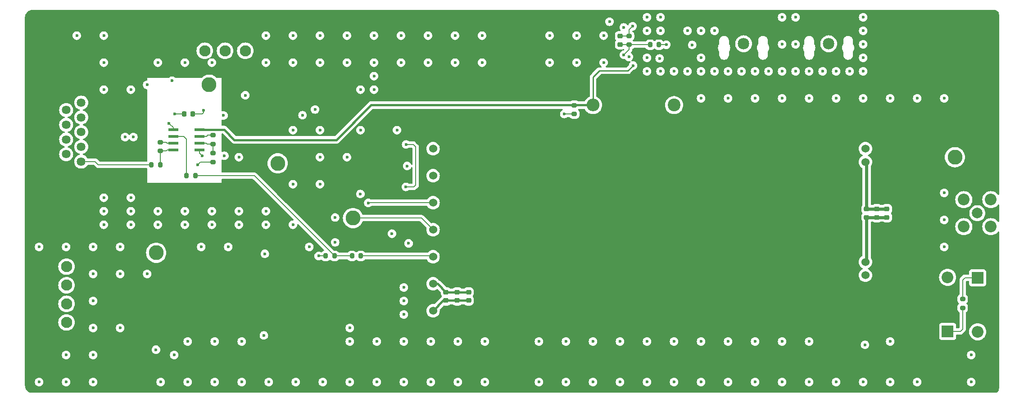
<source format=gbr>
%TF.GenerationSoftware,KiCad,Pcbnew,8.0.6*%
%TF.CreationDate,2025-03-03T14:32:59-05:00*%
%TF.ProjectId,SiPM_Bias_Board,5369504d-5f42-4696-9173-5f426f617264,rev?*%
%TF.SameCoordinates,Original*%
%TF.FileFunction,Copper,L6,Bot*%
%TF.FilePolarity,Positive*%
%FSLAX46Y46*%
G04 Gerber Fmt 4.6, Leading zero omitted, Abs format (unit mm)*
G04 Created by KiCad (PCBNEW 8.0.6) date 2025-03-03 14:32:59*
%MOMM*%
%LPD*%
G01*
G04 APERTURE LIST*
G04 Aperture macros list*
%AMRoundRect*
0 Rectangle with rounded corners*
0 $1 Rounding radius*
0 $2 $3 $4 $5 $6 $7 $8 $9 X,Y pos of 4 corners*
0 Add a 4 corners polygon primitive as box body*
4,1,4,$2,$3,$4,$5,$6,$7,$8,$9,$2,$3,0*
0 Add four circle primitives for the rounded corners*
1,1,$1+$1,$2,$3*
1,1,$1+$1,$4,$5*
1,1,$1+$1,$6,$7*
1,1,$1+$1,$8,$9*
0 Add four rect primitives between the rounded corners*
20,1,$1+$1,$2,$3,$4,$5,0*
20,1,$1+$1,$4,$5,$6,$7,0*
20,1,$1+$1,$6,$7,$8,$9,0*
20,1,$1+$1,$8,$9,$2,$3,0*%
G04 Aperture macros list end*
%TA.AperFunction,ComponentPad*%
%ADD10C,6.400000*%
%TD*%
%TA.AperFunction,ComponentPad*%
%ADD11R,2.200000X2.200000*%
%TD*%
%TA.AperFunction,ComponentPad*%
%ADD12O,2.200000X2.200000*%
%TD*%
%TA.AperFunction,ComponentPad*%
%ADD13C,2.800000*%
%TD*%
%TA.AperFunction,ComponentPad*%
%ADD14C,2.006600*%
%TD*%
%TA.AperFunction,ComponentPad*%
%ADD15C,2.209800*%
%TD*%
%TA.AperFunction,ComponentPad*%
%ADD16C,2.159000*%
%TD*%
%TA.AperFunction,ComponentPad*%
%ADD17C,1.524000*%
%TD*%
%TA.AperFunction,ComponentPad*%
%ADD18C,2.100000*%
%TD*%
%TA.AperFunction,ComponentPad*%
%ADD19C,1.635000*%
%TD*%
%TA.AperFunction,ComponentPad*%
%ADD20C,4.216000*%
%TD*%
%TA.AperFunction,ComponentPad*%
%ADD21C,2.400000*%
%TD*%
%TA.AperFunction,ComponentPad*%
%ADD22O,2.400000X2.400000*%
%TD*%
%TA.AperFunction,SMDPad,CuDef*%
%ADD23RoundRect,0.200000X-0.275000X0.200000X-0.275000X-0.200000X0.275000X-0.200000X0.275000X0.200000X0*%
%TD*%
%TA.AperFunction,SMDPad,CuDef*%
%ADD24RoundRect,0.225000X0.250000X-0.225000X0.250000X0.225000X-0.250000X0.225000X-0.250000X-0.225000X0*%
%TD*%
%TA.AperFunction,SMDPad,CuDef*%
%ADD25R,1.981200X0.558800*%
%TD*%
%TA.AperFunction,SMDPad,CuDef*%
%ADD26RoundRect,0.225000X-0.250000X0.225000X-0.250000X-0.225000X0.250000X-0.225000X0.250000X0.225000X0*%
%TD*%
%TA.AperFunction,SMDPad,CuDef*%
%ADD27RoundRect,0.200000X0.200000X0.275000X-0.200000X0.275000X-0.200000X-0.275000X0.200000X-0.275000X0*%
%TD*%
%TA.AperFunction,SMDPad,CuDef*%
%ADD28RoundRect,0.200000X0.275000X-0.200000X0.275000X0.200000X-0.275000X0.200000X-0.275000X-0.200000X0*%
%TD*%
%TA.AperFunction,SMDPad,CuDef*%
%ADD29RoundRect,0.200000X-0.200000X-0.275000X0.200000X-0.275000X0.200000X0.275000X-0.200000X0.275000X0*%
%TD*%
%TA.AperFunction,SMDPad,CuDef*%
%ADD30RoundRect,0.225000X0.225000X0.250000X-0.225000X0.250000X-0.225000X-0.250000X0.225000X-0.250000X0*%
%TD*%
%TA.AperFunction,ViaPad*%
%ADD31C,0.600000*%
%TD*%
%TA.AperFunction,Conductor*%
%ADD32C,0.200000*%
%TD*%
%TA.AperFunction,Conductor*%
%ADD33C,0.400000*%
%TD*%
%TA.AperFunction,Conductor*%
%ADD34C,0.600000*%
%TD*%
%TA.AperFunction,Conductor*%
%ADD35C,0.250000*%
%TD*%
G04 APERTURE END LIST*
D10*
%TO.P,H4,1,1*%
%TO.N,CHASSIS*%
X228320000Y-127580000D03*
%TD*%
D11*
%TO.P,D1,1,K*%
%TO.N,/SEC_PWR_RTN*%
X229775000Y-121655000D03*
D12*
%TO.P,D1,2,A*%
%TO.N,/SiPM_HV_Block/SiPM_HV_RTN*%
X229775000Y-111495000D03*
%TD*%
D13*
%TO.P,GND,1,1*%
%TO.N,/SEC_PWR_TELEM_RTN*%
X103820000Y-90060000D03*
%TD*%
%TO.P,V_{SET},1,1*%
%TO.N,/SiPM_HV_Block/REM_ADJ*%
X90910000Y-75270000D03*
%TD*%
D10*
%TO.P,H3,1,1*%
%TO.N,CHASSIS*%
X148320000Y-127580000D03*
%TD*%
D14*
%TO.P,P_Out,1,SIGNAL*%
%TO.N,/SiPM_HV_Block/SiPM_HV_OUT*%
X235363000Y-99430000D03*
D15*
%TO.P,P_Out,2,GND*%
%TO.N,/SiPM_HV_Block/SiPM_HV_RTN*%
X237903000Y-96890000D03*
%TO.P,P_Out,3,GND*%
%TO.N,unconnected-(P_Out1-GND-Pad3)*%
X232823000Y-96890000D03*
%TO.P,P_Out,4,GND*%
%TO.N,unconnected-(P_Out1-GND-Pad4)*%
X232823000Y-101970000D03*
%TO.P,P_Out,5,GND*%
%TO.N,unconnected-(P_Out1-GND-Pad5)*%
X237903000Y-101970000D03*
%TD*%
D10*
%TO.P,H2,1,1*%
%TO.N,CHASSIS*%
X76320000Y-127580000D03*
%TD*%
D13*
%TO.P,V_{OUT_RTN}1,1,1*%
%TO.N,/SiPM_HV_Block/SiPM_HV_RTN*%
X231140000Y-88900000D03*
%TD*%
D16*
%TO.P,P2,1,1*%
%TO.N,Net-(M3-Pad3)*%
X191410000Y-67580000D03*
%TD*%
D17*
%TO.P,U1,1,PWR_IN_RTN*%
%TO.N,/SiPM_HV_Block/V_RTN*%
X133020000Y-117780000D03*
%TO.P,U1,2,PWR_IN*%
%TO.N,/SiPM_HV_Block/V_POS*%
X133020000Y-112700000D03*
%TO.P,U1,3,I_OUT_MON*%
%TO.N,/SiPM_HV_Block/Curr_Mon*%
X133020000Y-107620000D03*
%TO.P,U1,4,ENABLE*%
%TO.N,/SiPM_HV_Block/Enable*%
X133020000Y-102540000D03*
%TO.P,U1,5,SIG_GND*%
%TO.N,/SEC_PWR_TELEM_RTN*%
X133020000Y-97460000D03*
%TO.P,U1,6,REM_ADJ*%
%TO.N,/SiPM_HV_Block/REM_ADJ*%
X133020000Y-92380000D03*
%TO.P,U1,7,5V_REF*%
%TO.N,unconnected-(U1-5V_REF-Pad7)*%
X133020000Y-87300000D03*
%TO.P,U1,8,HV_RTN*%
%TO.N,/SiPM_HV_Block/SiPM_HV_RTN*%
X214320000Y-87300000D03*
%TO.P,U1,9,HV_RTN*%
X214320000Y-89800000D03*
%TO.P,U1,10,HV_OUT*%
%TO.N,/SiPM_HV_Block/SiPM_HV_OUT*%
X214320000Y-108600000D03*
%TO.P,U1,11,HV_OUT*%
X214320000Y-111100000D03*
%TD*%
D18*
%TO.P,J2,1*%
%TO.N,/SEC_PWR_RTN*%
X64110000Y-109480000D03*
%TO.P,J2,2*%
%TO.N,/SEC_PWR_IN*%
X64110000Y-112980000D03*
%TO.P,J2,3*%
%TO.N,/SEC_PWR_RTN*%
X64110000Y-116480000D03*
%TO.P,J2,4*%
%TO.N,/SEC_PWR_IN*%
X64110000Y-119980000D03*
%TD*%
D13*
%TO.P,V_{EN},1,1*%
%TO.N,/SiPM_HV_Block/Enable*%
X117980000Y-100350000D03*
%TD*%
D10*
%TO.P,H6,1,1*%
%TO.N,CHASSIS*%
X228320000Y-67580000D03*
%TD*%
D13*
%TO.P,GND,1,1*%
%TO.N,/SEC_PWR_RTN*%
X80970000Y-106880000D03*
%TD*%
D10*
%TO.P,H1,1,1*%
%TO.N,CHASSIS*%
X76320000Y-67580000D03*
%TD*%
D19*
%TO.P,J3,1*%
%TO.N,/HV_CURR_MON*%
X66880000Y-89730000D03*
%TO.P,J3,2*%
%TO.N,/HV_Enable+*%
X66880000Y-86960000D03*
%TO.P,J3,3*%
%TO.N,unconnected-(J3-Pad3)*%
X66880000Y-84190000D03*
%TO.P,J3,4*%
%TO.N,/SEC_PWR_TELEM_RTN*%
X66880000Y-81420000D03*
%TO.P,J3,5*%
X66880000Y-78650000D03*
%TO.P,J3,6*%
X64040000Y-88345000D03*
%TO.P,J3,7*%
%TO.N,/HV_Enable-*%
X64040000Y-85575000D03*
%TO.P,J3,8*%
%TO.N,/HV_VOLT_MON*%
X64040000Y-82805000D03*
%TO.P,J3,9*%
%TO.N,/SET_HV*%
X64040000Y-80035000D03*
D20*
%TO.P,J3,S1*%
%TO.N,CHASSIS*%
X65460000Y-71690000D03*
%TO.P,J3,S2*%
X65460000Y-96690000D03*
%TD*%
D16*
%TO.P,P1,1,1*%
%TO.N,Net-(P1-Pad1)*%
X207410000Y-67580000D03*
%TD*%
D10*
%TO.P,H5,1,1*%
%TO.N,CHASSIS*%
X148320000Y-67580000D03*
%TD*%
D21*
%TO.P,R20,1*%
%TO.N,/SiPM_HV_Block/SiPM_HV_OUT*%
X178340000Y-79110000D03*
D22*
%TO.P,R20,2*%
%TO.N,Net-(U5-+IN)*%
X163100000Y-79110000D03*
%TD*%
D18*
%TO.P,J1,1*%
%TO.N,/SEC_PWR_TELEM_RTN*%
X97720400Y-68895600D03*
%TO.P,J1,2*%
%TO.N,/SEC_PWR_TELEM*%
X93910400Y-68895600D03*
%TO.P,J1,3*%
%TO.N,/SEC_PWR_TELEM_RTN*%
X90100400Y-68895600D03*
%TD*%
D13*
%TO.P,Chassis,1,1*%
%TO.N,CHASSIS*%
X66520000Y-128550000D03*
%TD*%
D11*
%TO.P,D2,1,K*%
%TO.N,/SiPM_HV_Block/SiPM_HV_RTN*%
X235430000Y-111570000D03*
D12*
%TO.P,D2,2,A*%
%TO.N,/SEC_PWR_RTN*%
X235430000Y-121730000D03*
%TD*%
D23*
%TO.P,R19,1*%
%TO.N,Net-(U6B-B_OUT)*%
X91660000Y-88175000D03*
%TO.P,R19,2*%
%TO.N,/HV_VOLT_MON*%
X91660000Y-89825000D03*
%TD*%
D24*
%TO.P,C9,1*%
%TO.N,/SiPM_HV_Block/SiPM_HV_OUT*%
X218345000Y-100205000D03*
%TO.P,C9,2*%
%TO.N,/SiPM_HV_Block/SiPM_HV_RTN*%
X218345000Y-98655000D03*
%TD*%
D25*
%TO.P,U6,1,A_OUT*%
%TO.N,Net-(U6A-A_OUT)*%
X84166200Y-87515000D03*
%TO.P,U6,2,-INA*%
%TO.N,Net-(U6A--INA)*%
X84166200Y-86245000D03*
%TO.P,U6,3,+INA*%
%TO.N,Net-(U6A-+INA)*%
X84166200Y-84975000D03*
%TO.P,U6,4,VSS*%
%TO.N,/SEC_PWR_TELEM_RTN*%
X84166200Y-83705000D03*
%TO.P,U6,5,+INB*%
%TO.N,Net-(U5-+IN)*%
X89093800Y-83705000D03*
%TO.P,U6,6,-INB*%
%TO.N,Net-(U6B--INB)*%
X89093800Y-84975000D03*
%TO.P,U6,7,B_OUT*%
%TO.N,Net-(U6B-B_OUT)*%
X89093800Y-86245000D03*
%TO.P,U6,8,VCC*%
%TO.N,/V3p3*%
X89093800Y-87515000D03*
%TD*%
D24*
%TO.P,C7,1*%
%TO.N,/SiPM_HV_Block/SiPM_HV_OUT*%
X214535000Y-100205000D03*
%TO.P,C7,2*%
%TO.N,/SiPM_HV_Block/SiPM_HV_RTN*%
X214535000Y-98655000D03*
%TD*%
D26*
%TO.P,C6,1*%
%TO.N,/SiPM_HV_Block/V_POS*%
X135460000Y-114300000D03*
%TO.P,C6,2*%
%TO.N,/SiPM_HV_Block/V_RTN*%
X135460000Y-115850000D03*
%TD*%
D23*
%TO.P,R9,1*%
%TO.N,Net-(U6A--INA)*%
X81720000Y-86065000D03*
%TO.P,R9,2*%
%TO.N,Net-(U6A-A_OUT)*%
X81720000Y-87715000D03*
%TD*%
D24*
%TO.P,C8,1*%
%TO.N,/SiPM_HV_Block/SiPM_HV_OUT*%
X216440000Y-100205000D03*
%TO.P,C8,2*%
%TO.N,/SiPM_HV_Block/SiPM_HV_RTN*%
X216440000Y-98655000D03*
%TD*%
D27*
%TO.P,R8,1*%
%TO.N,Net-(U6A-A_OUT)*%
X81705000Y-90330000D03*
%TO.P,R8,2*%
%TO.N,/HV_CURR_MON*%
X80055000Y-90330000D03*
%TD*%
D28*
%TO.P,R27,1*%
%TO.N,/SEC_PWR_RTN*%
X232600000Y-117235000D03*
%TO.P,R27,2*%
%TO.N,/SiPM_HV_Block/SiPM_HV_RTN*%
X232600000Y-115585000D03*
%TD*%
D26*
%TO.P,C4,1*%
%TO.N,/SiPM_HV_Block/V_POS*%
X139700000Y-114300000D03*
%TO.P,C4,2*%
%TO.N,/SiPM_HV_Block/V_RTN*%
X139700000Y-115850000D03*
%TD*%
%TO.P,C5,1*%
%TO.N,/SiPM_HV_Block/V_POS*%
X137570000Y-114300000D03*
%TO.P,C5,2*%
%TO.N,/SiPM_HV_Block/V_RTN*%
X137570000Y-115850000D03*
%TD*%
D23*
%TO.P,R21,1*%
%TO.N,Net-(U5-+IN)*%
X159590000Y-79125000D03*
%TO.P,R21,2*%
%TO.N,/SEC_PWR_RTN*%
X159590000Y-80775000D03*
%TD*%
D29*
%TO.P,R23,1*%
%TO.N,Net-(U5-OUT)*%
X173840000Y-67760000D03*
%TO.P,R23,2*%
%TO.N,Net-(M3-Pad1)*%
X175490000Y-67760000D03*
%TD*%
%TO.P,R13,1*%
%TO.N,/SEC_PWR_RTN*%
X112835000Y-107480000D03*
%TO.P,R13,2*%
%TO.N,Net-(R12-Pad1)*%
X114485000Y-107480000D03*
%TD*%
D27*
%TO.P,R12,1*%
%TO.N,Net-(R12-Pad1)*%
X88325000Y-92410000D03*
%TO.P,R12,2*%
%TO.N,Net-(U6A-+INA)*%
X86675000Y-92410000D03*
%TD*%
D23*
%TO.P,R18,1*%
%TO.N,Net-(U6B--INB)*%
X91660000Y-84785000D03*
%TO.P,R18,2*%
%TO.N,Net-(U6B-B_OUT)*%
X91660000Y-86435000D03*
%TD*%
D26*
%TO.P,C17,1*%
%TO.N,Net-(U5--IN)*%
X168205000Y-66145000D03*
%TO.P,C17,2*%
%TO.N,Net-(U5-OUT)*%
X168205000Y-67695000D03*
%TD*%
D30*
%TO.P,C19,1*%
%TO.N,/SEC_PWR_TELEM*%
X87805000Y-80770000D03*
%TO.P,C19,2*%
%TO.N,/SEC_PWR_TELEM_RTN*%
X86255000Y-80770000D03*
%TD*%
D23*
%TO.P,R22,1*%
%TO.N,Net-(U5--IN)*%
X169885000Y-66105000D03*
%TO.P,R22,2*%
%TO.N,Net-(U5-OUT)*%
X169885000Y-67755000D03*
%TD*%
D27*
%TO.P,R28,1*%
%TO.N,/SiPM_HV_Block/Curr_Mon*%
X119434999Y-107480001D03*
%TO.P,R28,2*%
%TO.N,Net-(R12-Pad1)*%
X117785001Y-107479999D03*
%TD*%
D31*
%TO.N,/SEC_PWR_RTN*%
X229140000Y-105780000D03*
X234220000Y-131180000D03*
X69120000Y-126100000D03*
X97060000Y-123560000D03*
X224060000Y-77840000D03*
X183420000Y-123560000D03*
X213900000Y-77840000D03*
X203740000Y-131180000D03*
X64040000Y-131180000D03*
X58960000Y-105780000D03*
X69120000Y-110860000D03*
X188500000Y-131180000D03*
X91980000Y-131180000D03*
X127540000Y-115940000D03*
X112300000Y-131180000D03*
X86900000Y-123560000D03*
X127540000Y-118480000D03*
X213900000Y-131180000D03*
X168180000Y-131180000D03*
X229140000Y-100700000D03*
X203740000Y-123560000D03*
X127540000Y-113400000D03*
X97060000Y-131180000D03*
X152940000Y-123560000D03*
X117380000Y-121020000D03*
X64040000Y-105780000D03*
X193580000Y-123560000D03*
X193580000Y-77840000D03*
X64040000Y-126100000D03*
X208820000Y-131180000D03*
X158020000Y-131180000D03*
X89440000Y-105780000D03*
X229140000Y-77840000D03*
X163100000Y-131180000D03*
X69120000Y-131180000D03*
X218980000Y-77840000D03*
X158020000Y-123560000D03*
X198660000Y-77840000D03*
X109760000Y-105780000D03*
X81820000Y-131180000D03*
X86900000Y-131180000D03*
X132620000Y-131180000D03*
X208820000Y-77840000D03*
X218980000Y-123560000D03*
X74200000Y-105780000D03*
X142780000Y-131180000D03*
X224060000Y-131180000D03*
X114610000Y-104910000D03*
X188500000Y-123560000D03*
X80930000Y-125110000D03*
X157690000Y-80770000D03*
X173260000Y-123560000D03*
X142780000Y-123560000D03*
X69120000Y-105780000D03*
X79280000Y-110860000D03*
X69120000Y-121020000D03*
X229140000Y-95620000D03*
X203740000Y-77840000D03*
X183420000Y-131180000D03*
X178340000Y-131180000D03*
X234220000Y-126100000D03*
X58960000Y-131180000D03*
X198660000Y-131180000D03*
X127540000Y-123560000D03*
X132620000Y-123560000D03*
X193580000Y-131180000D03*
X84360000Y-126100000D03*
X122460000Y-131180000D03*
X111520000Y-107480000D03*
X137700000Y-123560000D03*
X94520000Y-105780000D03*
X168180000Y-123560000D03*
X188500000Y-77840000D03*
X163100000Y-123560000D03*
X107220000Y-131180000D03*
X102140000Y-131180000D03*
X152940000Y-131180000D03*
X101400000Y-107080000D03*
X178340000Y-123560000D03*
X117380000Y-123560000D03*
X91980000Y-123560000D03*
X74200000Y-121020000D03*
X69120000Y-115940000D03*
X183420000Y-77840000D03*
X101220000Y-122410000D03*
X198660000Y-123560000D03*
X74200000Y-110860000D03*
X127540000Y-131180000D03*
X122460000Y-123560000D03*
X173260000Y-131180000D03*
X117380000Y-131180000D03*
X137700000Y-131180000D03*
X218980000Y-131180000D03*
%TO.N,/SiPM_HV_Block/V_POS*%
X126238000Y-83820000D03*
X125300000Y-103290000D03*
%TO.N,/SiPM_HV_Block/V_RTN*%
X128430000Y-105110000D03*
X128160000Y-90550000D03*
%TO.N,/SiPM_HV_Block/SiPM_HV_RTN*%
X214230000Y-124190000D03*
%TO.N,CHASSIS*%
X207853278Y-124184243D03*
X105370000Y-107100000D03*
X105270000Y-122420000D03*
%TO.N,/SEC_PWR_TELEM*%
X175625000Y-70340000D03*
X168885000Y-64500000D03*
X89890000Y-80100000D03*
%TO.N,/SEC_PWR_TELEM_RTN*%
X121920000Y-71120000D03*
X101600000Y-99060000D03*
X154940000Y-66040000D03*
X201200000Y-72760000D03*
X191040000Y-72760000D03*
X201200000Y-67680000D03*
X114610000Y-100240000D03*
X127000000Y-71120000D03*
X208820000Y-72760000D03*
X83390000Y-82530000D03*
X142240000Y-66040000D03*
X213900000Y-65140000D03*
X101600000Y-101600000D03*
X91440000Y-101600000D03*
X119380000Y-76200000D03*
X110835400Y-79935600D03*
X160020000Y-71120000D03*
X175800000Y-62600000D03*
X76200000Y-101600000D03*
X86360000Y-101600000D03*
X81280000Y-99060000D03*
X193580000Y-72760000D03*
X71120000Y-96520000D03*
X111760000Y-83820000D03*
X160020000Y-66040000D03*
X76200000Y-76200000D03*
X154940000Y-71120000D03*
X106680000Y-71120000D03*
X71120000Y-99060000D03*
X211360000Y-72760000D03*
X127000000Y-66040000D03*
X120840000Y-97500000D03*
X201200000Y-62600000D03*
X116840000Y-66040000D03*
X71120000Y-76200000D03*
X86360000Y-99060000D03*
X137160000Y-66040000D03*
X137160000Y-71120000D03*
X198660000Y-72760000D03*
X91440000Y-99060000D03*
X116840000Y-88900000D03*
X93620000Y-81060000D03*
X119380000Y-83820000D03*
X173260000Y-70220000D03*
X83970000Y-74510000D03*
X116840000Y-71120000D03*
X97720000Y-77260000D03*
X111760000Y-88900000D03*
X166205000Y-63420000D03*
X173260000Y-72760000D03*
X183420000Y-72760000D03*
X66040000Y-66040000D03*
X111760000Y-71120000D03*
X75120000Y-85120000D03*
X198660000Y-67680000D03*
X96520000Y-99060000D03*
X71120000Y-101600000D03*
X213900000Y-62600000D03*
X111760000Y-93980000D03*
X188500000Y-72760000D03*
X101600000Y-66040000D03*
X71120000Y-71120000D03*
X81280000Y-101600000D03*
X119361200Y-95823200D03*
X93800000Y-88630000D03*
X86360000Y-71120000D03*
X142240000Y-71120000D03*
X76200000Y-96520000D03*
X165100000Y-66040000D03*
X76200000Y-99060000D03*
X79280000Y-75300000D03*
X121920000Y-66040000D03*
X180880000Y-72760000D03*
X213900000Y-70220000D03*
X132080000Y-71120000D03*
X169845000Y-70040000D03*
X106680000Y-93980000D03*
X213900000Y-72760000D03*
X206280000Y-72760000D03*
X196120000Y-72760000D03*
X165100000Y-71120000D03*
X173260000Y-62600000D03*
X203740000Y-72760000D03*
X181750000Y-67807000D03*
X96520000Y-101600000D03*
X106680000Y-66040000D03*
X132080000Y-66040000D03*
X198660000Y-62600000D03*
X180880000Y-65140000D03*
X213900000Y-67680000D03*
X175800000Y-72760000D03*
X91440000Y-71120000D03*
X106680000Y-83820000D03*
X121920000Y-73660000D03*
X183420000Y-70220000D03*
X71120000Y-66040000D03*
X173260000Y-65140000D03*
X175800000Y-65140000D03*
X106680000Y-101600000D03*
X111760000Y-66040000D03*
X183420000Y-65140000D03*
X121920000Y-76200000D03*
X178340000Y-72760000D03*
X96520000Y-88900000D03*
X185960000Y-65140000D03*
X81280000Y-71120000D03*
X185960000Y-72760000D03*
X84480000Y-80770000D03*
X101600000Y-71120000D03*
%TO.N,/HV_VOLT_MON*%
X88790000Y-90350000D03*
%TO.N,Net-(M2-Pad1)*%
X127965200Y-86512400D03*
X127914400Y-94488000D03*
%TO.N,Net-(M3-Pad1)*%
X176875000Y-67760000D03*
%TO.N,/V3p3*%
X108490000Y-81015000D03*
X89600000Y-88630000D03*
X76680000Y-85110000D03*
%TO.N,Net-(U5-OUT)*%
X168905000Y-69650000D03*
%TO.N,Net-(U5--IN)*%
X170535000Y-64290000D03*
%TO.N,Net-(U5-+IN)*%
X170635000Y-71670000D03*
%TD*%
D32*
%TO.N,/SEC_PWR_RTN*%
X159590000Y-80775000D02*
X157695000Y-80775000D01*
X157695000Y-80775000D02*
X157690000Y-80770000D01*
X112835000Y-107480000D02*
X111520000Y-107480000D01*
X232165000Y-121655000D02*
X229775000Y-121655000D01*
X232600000Y-121220000D02*
X232165000Y-121655000D01*
X232600000Y-117235000D02*
X232600000Y-121220000D01*
D33*
%TO.N,/SiPM_HV_Block/V_POS*%
X133860000Y-112700000D02*
X135460000Y-114300000D01*
X135460000Y-114300000D02*
X139700000Y-114300000D01*
X133020000Y-112700000D02*
X133860000Y-112700000D01*
%TO.N,/SiPM_HV_Block/V_RTN*%
X135460000Y-115850000D02*
X139700000Y-115850000D01*
X134950000Y-115850000D02*
X135460000Y-115850000D01*
X133020000Y-117780000D02*
X134950000Y-115850000D01*
D32*
%TO.N,/SiPM_HV_Block/SiPM_HV_OUT*%
X214535000Y-108385000D02*
X214320000Y-108600000D01*
D34*
X214535000Y-100205000D02*
X214535000Y-108385000D01*
X214535000Y-100205000D02*
X218345000Y-100205000D01*
%TO.N,/SiPM_HV_Block/SiPM_HV_RTN*%
X214535000Y-98655000D02*
X218345000Y-98655000D01*
D32*
X214535000Y-90015000D02*
X214320000Y-89800000D01*
X232600000Y-115585000D02*
X232600000Y-111970000D01*
X232600000Y-111970000D02*
X233000000Y-111570000D01*
X233000000Y-111570000D02*
X235430000Y-111570000D01*
D34*
X214535000Y-98655000D02*
X214535000Y-90015000D01*
D32*
%TO.N,/SEC_PWR_TELEM*%
X89630000Y-80770000D02*
X87805000Y-80770000D01*
X89890000Y-80510000D02*
X89630000Y-80770000D01*
X89890000Y-80100000D02*
X89890000Y-80510000D01*
%TO.N,/SEC_PWR_TELEM_RTN*%
X120880000Y-97460000D02*
X120840000Y-97500000D01*
X84166200Y-83306200D02*
X83390000Y-82530000D01*
X133020000Y-97460000D02*
X120880000Y-97460000D01*
X86255000Y-80770000D02*
X84480000Y-80770000D01*
X84166200Y-83705000D02*
X84166200Y-83306200D01*
%TO.N,/HV_CURR_MON*%
X69500000Y-89730000D02*
X66880000Y-89730000D01*
X80055000Y-90330000D02*
X70100000Y-90330000D01*
X70100000Y-90330000D02*
X69500000Y-89730000D01*
%TO.N,/HV_VOLT_MON*%
X89315000Y-89825000D02*
X88790000Y-90350000D01*
X91660000Y-89825000D02*
X89315000Y-89825000D01*
%TO.N,Net-(M2-Pad1)*%
X129387600Y-94488000D02*
X127914400Y-94488000D01*
X129743200Y-94132400D02*
X129387600Y-94488000D01*
X129743200Y-86969600D02*
X129743200Y-94132400D01*
X127965200Y-86512400D02*
X129286000Y-86512400D01*
X129286000Y-86512400D02*
X129743200Y-86969600D01*
%TO.N,/SiPM_HV_Block/Enable*%
X133020000Y-102540000D02*
X130830000Y-100350000D01*
X130830000Y-100350000D02*
X117980000Y-100350000D01*
%TO.N,Net-(M3-Pad1)*%
X176675000Y-67760000D02*
X176875000Y-67760000D01*
X175490000Y-67760000D02*
X176675000Y-67760000D01*
%TO.N,/SiPM_HV_Block/Curr_Mon*%
X132880001Y-107480001D02*
X133020000Y-107620000D01*
X119434999Y-107480001D02*
X132880001Y-107480001D01*
%TO.N,/V3p3*%
X89093800Y-88123800D02*
X89600000Y-88630000D01*
X89093800Y-87515000D02*
X89093800Y-88123800D01*
%TO.N,Net-(U5-OUT)*%
X169825000Y-67695000D02*
X169885000Y-67755000D01*
X169885000Y-68670000D02*
X168905000Y-69650000D01*
X168205000Y-67695000D02*
X169825000Y-67695000D01*
X173835000Y-67755000D02*
X173840000Y-67760000D01*
X169885000Y-67755000D02*
X173835000Y-67755000D01*
X169885000Y-67755000D02*
X169885000Y-68670000D01*
%TO.N,Net-(U5--IN)*%
X169885000Y-64940000D02*
X170535000Y-64290000D01*
X169845000Y-66145000D02*
X169885000Y-66105000D01*
X169885000Y-66105000D02*
X169885000Y-64940000D01*
X168205000Y-66145000D02*
X169845000Y-66145000D01*
%TO.N,Net-(R12-Pad1)*%
X114485000Y-107455000D02*
X99430000Y-92400000D01*
X99430000Y-92400000D02*
X88145000Y-92400000D01*
X117785000Y-107480000D02*
X117785001Y-107479999D01*
X114485000Y-107480000D02*
X114485000Y-107455000D01*
X114485000Y-107480000D02*
X117785000Y-107480000D01*
%TO.N,Net-(U6A-A_OUT)*%
X81705000Y-87730000D02*
X81720000Y-87715000D01*
X82805000Y-87715000D02*
X81720000Y-87715000D01*
X84166200Y-87515000D02*
X83005000Y-87515000D01*
X83005000Y-87515000D02*
X82805000Y-87715000D01*
X81705000Y-90330000D02*
X81705000Y-87730000D01*
%TO.N,Net-(U6A--INA)*%
X82995000Y-86245000D02*
X82815000Y-86065000D01*
X84166200Y-86245000D02*
X82995000Y-86245000D01*
X82815000Y-86065000D02*
X81720000Y-86065000D01*
%TO.N,Net-(U6B--INB)*%
X90665000Y-84785000D02*
X91660000Y-84785000D01*
X89093800Y-84975000D02*
X90475000Y-84975000D01*
X90475000Y-84975000D02*
X90665000Y-84785000D01*
%TO.N,Net-(U6B-B_OUT)*%
X89093800Y-86245000D02*
X90345000Y-86245000D01*
X91660000Y-86435000D02*
X91660000Y-88175000D01*
X90345000Y-86245000D02*
X90535000Y-86435000D01*
X90535000Y-86435000D02*
X91660000Y-86435000D01*
D33*
%TO.N,Net-(U5-+IN)*%
X95665000Y-85645000D02*
X114845000Y-85645000D01*
X121380000Y-79110000D02*
X163100000Y-79110000D01*
X93725000Y-83705000D02*
X95665000Y-85645000D01*
X114845000Y-85645000D02*
X121380000Y-79110000D01*
D35*
X164310000Y-72640000D02*
X169665000Y-72640000D01*
X163100000Y-73850000D02*
X164310000Y-72640000D01*
X169665000Y-72640000D02*
X170635000Y-71670000D01*
D33*
X89093800Y-83705000D02*
X93725000Y-83705000D01*
D35*
X163100000Y-79110000D02*
X163100000Y-73850000D01*
D32*
%TO.N,Net-(U6A-+INA)*%
X86165000Y-84975000D02*
X84166200Y-84975000D01*
X86675000Y-92410000D02*
X86675000Y-85485000D01*
X86675000Y-85485000D02*
X86165000Y-84975000D01*
%TD*%
%TA.AperFunction,Conductor*%
%TO.N,CHASSIS*%
G36*
X238648225Y-61205564D02*
G01*
X238777797Y-61222443D01*
X238800243Y-61227522D01*
X238923593Y-61267784D01*
X238944709Y-61276924D01*
X238964686Y-61287876D01*
X239058473Y-61339292D01*
X239077544Y-61352183D01*
X239177818Y-61434510D01*
X239194176Y-61450706D01*
X239277494Y-61550149D01*
X239290579Y-61569095D01*
X239354075Y-61682227D01*
X239363432Y-61703267D01*
X239404915Y-61826190D01*
X239410220Y-61848598D01*
X239429065Y-61982812D01*
X239430136Y-61994287D01*
X239433141Y-62058846D01*
X239434500Y-62074113D01*
X239434500Y-95876965D01*
X239414815Y-95944004D01*
X239362011Y-95989759D01*
X239292853Y-95999703D01*
X239229297Y-95970678D01*
X239209221Y-95947005D01*
X239208680Y-95947399D01*
X239205814Y-95943455D01*
X239205813Y-95943454D01*
X239205812Y-95943452D01*
X239041699Y-95751301D01*
X238849548Y-95587188D01*
X238849546Y-95587186D01*
X238849544Y-95587185D01*
X238849542Y-95587184D01*
X238634090Y-95455154D01*
X238400630Y-95358452D01*
X238154912Y-95299461D01*
X238154913Y-95299461D01*
X237903000Y-95279636D01*
X237651087Y-95299461D01*
X237405369Y-95358452D01*
X237171909Y-95455154D01*
X236956457Y-95587184D01*
X236956455Y-95587185D01*
X236764301Y-95751301D01*
X236600185Y-95943455D01*
X236600184Y-95943457D01*
X236468154Y-96158909D01*
X236371452Y-96392369D01*
X236312461Y-96638087D01*
X236292636Y-96890000D01*
X236312461Y-97141912D01*
X236371452Y-97387630D01*
X236468154Y-97621090D01*
X236600184Y-97836542D01*
X236600185Y-97836544D01*
X236600186Y-97836546D01*
X236600188Y-97836548D01*
X236764301Y-98028699D01*
X236956452Y-98192812D01*
X236956454Y-98192813D01*
X236956455Y-98192814D01*
X236956457Y-98192815D01*
X237171909Y-98324845D01*
X237405369Y-98421547D01*
X237444032Y-98430829D01*
X237651084Y-98480538D01*
X237903000Y-98500364D01*
X238154916Y-98480538D01*
X238400630Y-98421547D01*
X238634090Y-98324845D01*
X238849548Y-98192812D01*
X239041699Y-98028699D01*
X239205812Y-97836548D01*
X239205816Y-97836540D01*
X239208680Y-97832601D01*
X239209974Y-97833541D01*
X239256576Y-97791373D01*
X239325505Y-97779945D01*
X239389669Y-97807597D01*
X239428699Y-97865550D01*
X239434500Y-97903034D01*
X239434500Y-100956965D01*
X239414815Y-101024004D01*
X239362011Y-101069759D01*
X239292853Y-101079703D01*
X239229297Y-101050678D01*
X239209221Y-101027005D01*
X239208680Y-101027399D01*
X239205814Y-101023455D01*
X239205813Y-101023454D01*
X239205812Y-101023452D01*
X239041699Y-100831301D01*
X238849548Y-100667188D01*
X238849546Y-100667186D01*
X238849544Y-100667185D01*
X238849542Y-100667184D01*
X238634090Y-100535154D01*
X238400630Y-100438452D01*
X238154912Y-100379461D01*
X238154913Y-100379461D01*
X237903000Y-100359636D01*
X237651087Y-100379461D01*
X237405369Y-100438452D01*
X237171909Y-100535154D01*
X236956457Y-100667184D01*
X236956455Y-100667185D01*
X236764301Y-100831301D01*
X236600185Y-101023455D01*
X236600184Y-101023457D01*
X236468154Y-101238909D01*
X236371452Y-101472369D01*
X236312461Y-101718087D01*
X236292636Y-101970000D01*
X236312461Y-102221912D01*
X236371452Y-102467630D01*
X236468154Y-102701090D01*
X236600184Y-102916542D01*
X236600185Y-102916544D01*
X236600186Y-102916546D01*
X236600188Y-102916548D01*
X236764301Y-103108699D01*
X236956452Y-103272812D01*
X236956454Y-103272813D01*
X236956455Y-103272814D01*
X236956457Y-103272815D01*
X237171909Y-103404845D01*
X237405369Y-103501547D01*
X237444032Y-103510829D01*
X237651084Y-103560538D01*
X237903000Y-103580364D01*
X238154916Y-103560538D01*
X238400630Y-103501547D01*
X238634090Y-103404845D01*
X238849548Y-103272812D01*
X239041699Y-103108699D01*
X239205812Y-102916548D01*
X239205816Y-102916540D01*
X239208680Y-102912601D01*
X239209974Y-102913541D01*
X239256576Y-102871373D01*
X239325505Y-102859945D01*
X239389669Y-102887597D01*
X239428699Y-102945550D01*
X239434500Y-102983034D01*
X239434500Y-132437889D01*
X239433766Y-132451362D01*
X239419417Y-132582642D01*
X239414463Y-132606293D01*
X239376449Y-132727442D01*
X239367004Y-132749682D01*
X239306216Y-132861160D01*
X239292636Y-132881146D01*
X239211385Y-132978715D01*
X239194186Y-132995688D01*
X239095555Y-133075647D01*
X239075393Y-133088963D01*
X238963121Y-133148280D01*
X238940757Y-133157432D01*
X238819125Y-133193844D01*
X238795411Y-133198486D01*
X238662959Y-133211200D01*
X238650879Y-133211767D01*
X238584271Y-133211642D01*
X238582108Y-133211781D01*
X57694880Y-133219499D01*
X57685146Y-133219117D01*
X57480015Y-133202973D01*
X57460797Y-133199929D01*
X57265475Y-133153037D01*
X57246969Y-133147024D01*
X57061384Y-133070152D01*
X57044047Y-133061318D01*
X56872778Y-132956363D01*
X56857037Y-132944926D01*
X56704290Y-132814468D01*
X56690531Y-132800709D01*
X56560073Y-132647962D01*
X56548636Y-132632221D01*
X56443681Y-132460952D01*
X56434847Y-132443615D01*
X56412538Y-132389757D01*
X56357973Y-132258024D01*
X56351964Y-132239531D01*
X56305069Y-132044197D01*
X56302026Y-132024984D01*
X56285882Y-131819853D01*
X56285500Y-131810124D01*
X56285500Y-131179996D01*
X58154435Y-131179996D01*
X58154435Y-131180003D01*
X58174630Y-131359249D01*
X58174631Y-131359254D01*
X58234211Y-131529523D01*
X58330184Y-131682262D01*
X58457738Y-131809816D01*
X58610478Y-131905789D01*
X58766850Y-131960506D01*
X58780745Y-131965368D01*
X58780750Y-131965369D01*
X58959996Y-131985565D01*
X58960000Y-131985565D01*
X58960004Y-131985565D01*
X59139249Y-131965369D01*
X59139252Y-131965368D01*
X59139255Y-131965368D01*
X59309522Y-131905789D01*
X59462262Y-131809816D01*
X59589816Y-131682262D01*
X59685789Y-131529522D01*
X59745368Y-131359255D01*
X59765565Y-131180000D01*
X59765565Y-131179996D01*
X63234435Y-131179996D01*
X63234435Y-131180003D01*
X63254630Y-131359249D01*
X63254631Y-131359254D01*
X63314211Y-131529523D01*
X63410184Y-131682262D01*
X63537738Y-131809816D01*
X63690478Y-131905789D01*
X63846850Y-131960506D01*
X63860745Y-131965368D01*
X63860750Y-131965369D01*
X64039996Y-131985565D01*
X64040000Y-131985565D01*
X64040004Y-131985565D01*
X64219249Y-131965369D01*
X64219252Y-131965368D01*
X64219255Y-131965368D01*
X64389522Y-131905789D01*
X64542262Y-131809816D01*
X64669816Y-131682262D01*
X64765789Y-131529522D01*
X64825368Y-131359255D01*
X64845565Y-131180000D01*
X64845565Y-131179996D01*
X68314435Y-131179996D01*
X68314435Y-131180003D01*
X68334630Y-131359249D01*
X68334631Y-131359254D01*
X68394211Y-131529523D01*
X68490184Y-131682262D01*
X68617738Y-131809816D01*
X68770478Y-131905789D01*
X68926850Y-131960506D01*
X68940745Y-131965368D01*
X68940750Y-131965369D01*
X69119996Y-131985565D01*
X69120000Y-131985565D01*
X69120004Y-131985565D01*
X69299249Y-131965369D01*
X69299252Y-131965368D01*
X69299255Y-131965368D01*
X69469522Y-131905789D01*
X69622262Y-131809816D01*
X69749816Y-131682262D01*
X69845789Y-131529522D01*
X69905368Y-131359255D01*
X69925565Y-131180000D01*
X69925565Y-131179996D01*
X81014435Y-131179996D01*
X81014435Y-131180003D01*
X81034630Y-131359249D01*
X81034631Y-131359254D01*
X81094211Y-131529523D01*
X81190184Y-131682262D01*
X81317738Y-131809816D01*
X81470478Y-131905789D01*
X81626850Y-131960506D01*
X81640745Y-131965368D01*
X81640750Y-131965369D01*
X81819996Y-131985565D01*
X81820000Y-131985565D01*
X81820004Y-131985565D01*
X81999249Y-131965369D01*
X81999252Y-131965368D01*
X81999255Y-131965368D01*
X82169522Y-131905789D01*
X82322262Y-131809816D01*
X82449816Y-131682262D01*
X82545789Y-131529522D01*
X82605368Y-131359255D01*
X82625565Y-131180000D01*
X82625565Y-131179996D01*
X86094435Y-131179996D01*
X86094435Y-131180003D01*
X86114630Y-131359249D01*
X86114631Y-131359254D01*
X86174211Y-131529523D01*
X86270184Y-131682262D01*
X86397738Y-131809816D01*
X86550478Y-131905789D01*
X86706850Y-131960506D01*
X86720745Y-131965368D01*
X86720750Y-131965369D01*
X86899996Y-131985565D01*
X86900000Y-131985565D01*
X86900004Y-131985565D01*
X87079249Y-131965369D01*
X87079252Y-131965368D01*
X87079255Y-131965368D01*
X87249522Y-131905789D01*
X87402262Y-131809816D01*
X87529816Y-131682262D01*
X87625789Y-131529522D01*
X87685368Y-131359255D01*
X87705565Y-131180000D01*
X87705565Y-131179996D01*
X91174435Y-131179996D01*
X91174435Y-131180003D01*
X91194630Y-131359249D01*
X91194631Y-131359254D01*
X91254211Y-131529523D01*
X91350184Y-131682262D01*
X91477738Y-131809816D01*
X91630478Y-131905789D01*
X91786850Y-131960506D01*
X91800745Y-131965368D01*
X91800750Y-131965369D01*
X91979996Y-131985565D01*
X91980000Y-131985565D01*
X91980004Y-131985565D01*
X92159249Y-131965369D01*
X92159252Y-131965368D01*
X92159255Y-131965368D01*
X92329522Y-131905789D01*
X92482262Y-131809816D01*
X92609816Y-131682262D01*
X92705789Y-131529522D01*
X92765368Y-131359255D01*
X92785565Y-131180000D01*
X92785565Y-131179996D01*
X96254435Y-131179996D01*
X96254435Y-131180003D01*
X96274630Y-131359249D01*
X96274631Y-131359254D01*
X96334211Y-131529523D01*
X96430184Y-131682262D01*
X96557738Y-131809816D01*
X96710478Y-131905789D01*
X96866850Y-131960506D01*
X96880745Y-131965368D01*
X96880750Y-131965369D01*
X97059996Y-131985565D01*
X97060000Y-131985565D01*
X97060004Y-131985565D01*
X97239249Y-131965369D01*
X97239252Y-131965368D01*
X97239255Y-131965368D01*
X97409522Y-131905789D01*
X97562262Y-131809816D01*
X97689816Y-131682262D01*
X97785789Y-131529522D01*
X97845368Y-131359255D01*
X97865565Y-131180000D01*
X97865565Y-131179996D01*
X101334435Y-131179996D01*
X101334435Y-131180003D01*
X101354630Y-131359249D01*
X101354631Y-131359254D01*
X101414211Y-131529523D01*
X101510184Y-131682262D01*
X101637738Y-131809816D01*
X101790478Y-131905789D01*
X101946850Y-131960506D01*
X101960745Y-131965368D01*
X101960750Y-131965369D01*
X102139996Y-131985565D01*
X102140000Y-131985565D01*
X102140004Y-131985565D01*
X102319249Y-131965369D01*
X102319252Y-131965368D01*
X102319255Y-131965368D01*
X102489522Y-131905789D01*
X102642262Y-131809816D01*
X102769816Y-131682262D01*
X102865789Y-131529522D01*
X102925368Y-131359255D01*
X102945565Y-131180000D01*
X102945565Y-131179996D01*
X106414435Y-131179996D01*
X106414435Y-131180003D01*
X106434630Y-131359249D01*
X106434631Y-131359254D01*
X106494211Y-131529523D01*
X106590184Y-131682262D01*
X106717738Y-131809816D01*
X106870478Y-131905789D01*
X107026850Y-131960506D01*
X107040745Y-131965368D01*
X107040750Y-131965369D01*
X107219996Y-131985565D01*
X107220000Y-131985565D01*
X107220004Y-131985565D01*
X107399249Y-131965369D01*
X107399252Y-131965368D01*
X107399255Y-131965368D01*
X107569522Y-131905789D01*
X107722262Y-131809816D01*
X107849816Y-131682262D01*
X107945789Y-131529522D01*
X108005368Y-131359255D01*
X108025565Y-131180000D01*
X108025565Y-131179996D01*
X111494435Y-131179996D01*
X111494435Y-131180003D01*
X111514630Y-131359249D01*
X111514631Y-131359254D01*
X111574211Y-131529523D01*
X111670184Y-131682262D01*
X111797738Y-131809816D01*
X111950478Y-131905789D01*
X112106850Y-131960506D01*
X112120745Y-131965368D01*
X112120750Y-131965369D01*
X112299996Y-131985565D01*
X112300000Y-131985565D01*
X112300004Y-131985565D01*
X112479249Y-131965369D01*
X112479252Y-131965368D01*
X112479255Y-131965368D01*
X112649522Y-131905789D01*
X112802262Y-131809816D01*
X112929816Y-131682262D01*
X113025789Y-131529522D01*
X113085368Y-131359255D01*
X113105565Y-131180000D01*
X113105565Y-131179996D01*
X116574435Y-131179996D01*
X116574435Y-131180003D01*
X116594630Y-131359249D01*
X116594631Y-131359254D01*
X116654211Y-131529523D01*
X116750184Y-131682262D01*
X116877738Y-131809816D01*
X117030478Y-131905789D01*
X117186850Y-131960506D01*
X117200745Y-131965368D01*
X117200750Y-131965369D01*
X117379996Y-131985565D01*
X117380000Y-131985565D01*
X117380004Y-131985565D01*
X117559249Y-131965369D01*
X117559252Y-131965368D01*
X117559255Y-131965368D01*
X117729522Y-131905789D01*
X117882262Y-131809816D01*
X118009816Y-131682262D01*
X118105789Y-131529522D01*
X118165368Y-131359255D01*
X118185565Y-131180000D01*
X118185565Y-131179996D01*
X121654435Y-131179996D01*
X121654435Y-131180003D01*
X121674630Y-131359249D01*
X121674631Y-131359254D01*
X121734211Y-131529523D01*
X121830184Y-131682262D01*
X121957738Y-131809816D01*
X122110478Y-131905789D01*
X122266850Y-131960506D01*
X122280745Y-131965368D01*
X122280750Y-131965369D01*
X122459996Y-131985565D01*
X122460000Y-131985565D01*
X122460004Y-131985565D01*
X122639249Y-131965369D01*
X122639252Y-131965368D01*
X122639255Y-131965368D01*
X122809522Y-131905789D01*
X122962262Y-131809816D01*
X123089816Y-131682262D01*
X123185789Y-131529522D01*
X123245368Y-131359255D01*
X123265565Y-131180000D01*
X123265565Y-131179996D01*
X126734435Y-131179996D01*
X126734435Y-131180003D01*
X126754630Y-131359249D01*
X126754631Y-131359254D01*
X126814211Y-131529523D01*
X126910184Y-131682262D01*
X127037738Y-131809816D01*
X127190478Y-131905789D01*
X127346850Y-131960506D01*
X127360745Y-131965368D01*
X127360750Y-131965369D01*
X127539996Y-131985565D01*
X127540000Y-131985565D01*
X127540004Y-131985565D01*
X127719249Y-131965369D01*
X127719252Y-131965368D01*
X127719255Y-131965368D01*
X127889522Y-131905789D01*
X128042262Y-131809816D01*
X128169816Y-131682262D01*
X128265789Y-131529522D01*
X128325368Y-131359255D01*
X128345565Y-131180000D01*
X128345565Y-131179996D01*
X131814435Y-131179996D01*
X131814435Y-131180003D01*
X131834630Y-131359249D01*
X131834631Y-131359254D01*
X131894211Y-131529523D01*
X131990184Y-131682262D01*
X132117738Y-131809816D01*
X132270478Y-131905789D01*
X132426850Y-131960506D01*
X132440745Y-131965368D01*
X132440750Y-131965369D01*
X132619996Y-131985565D01*
X132620000Y-131985565D01*
X132620004Y-131985565D01*
X132799249Y-131965369D01*
X132799252Y-131965368D01*
X132799255Y-131965368D01*
X132969522Y-131905789D01*
X133122262Y-131809816D01*
X133249816Y-131682262D01*
X133345789Y-131529522D01*
X133405368Y-131359255D01*
X133425565Y-131180000D01*
X133425565Y-131179996D01*
X136894435Y-131179996D01*
X136894435Y-131180003D01*
X136914630Y-131359249D01*
X136914631Y-131359254D01*
X136974211Y-131529523D01*
X137070184Y-131682262D01*
X137197738Y-131809816D01*
X137350478Y-131905789D01*
X137506850Y-131960506D01*
X137520745Y-131965368D01*
X137520750Y-131965369D01*
X137699996Y-131985565D01*
X137700000Y-131985565D01*
X137700004Y-131985565D01*
X137879249Y-131965369D01*
X137879252Y-131965368D01*
X137879255Y-131965368D01*
X138049522Y-131905789D01*
X138202262Y-131809816D01*
X138329816Y-131682262D01*
X138425789Y-131529522D01*
X138485368Y-131359255D01*
X138505565Y-131180000D01*
X138505565Y-131179996D01*
X141974435Y-131179996D01*
X141974435Y-131180003D01*
X141994630Y-131359249D01*
X141994631Y-131359254D01*
X142054211Y-131529523D01*
X142150184Y-131682262D01*
X142277738Y-131809816D01*
X142430478Y-131905789D01*
X142586850Y-131960506D01*
X142600745Y-131965368D01*
X142600750Y-131965369D01*
X142779996Y-131985565D01*
X142780000Y-131985565D01*
X142780004Y-131985565D01*
X142959249Y-131965369D01*
X142959252Y-131965368D01*
X142959255Y-131965368D01*
X143129522Y-131905789D01*
X143282262Y-131809816D01*
X143409816Y-131682262D01*
X143505789Y-131529522D01*
X143565368Y-131359255D01*
X143585565Y-131180000D01*
X143585565Y-131179996D01*
X152134435Y-131179996D01*
X152134435Y-131180003D01*
X152154630Y-131359249D01*
X152154631Y-131359254D01*
X152214211Y-131529523D01*
X152310184Y-131682262D01*
X152437738Y-131809816D01*
X152590478Y-131905789D01*
X152746850Y-131960506D01*
X152760745Y-131965368D01*
X152760750Y-131965369D01*
X152939996Y-131985565D01*
X152940000Y-131985565D01*
X152940004Y-131985565D01*
X153119249Y-131965369D01*
X153119252Y-131965368D01*
X153119255Y-131965368D01*
X153289522Y-131905789D01*
X153442262Y-131809816D01*
X153569816Y-131682262D01*
X153665789Y-131529522D01*
X153725368Y-131359255D01*
X153745565Y-131180000D01*
X153745565Y-131179996D01*
X157214435Y-131179996D01*
X157214435Y-131180003D01*
X157234630Y-131359249D01*
X157234631Y-131359254D01*
X157294211Y-131529523D01*
X157390184Y-131682262D01*
X157517738Y-131809816D01*
X157670478Y-131905789D01*
X157826850Y-131960506D01*
X157840745Y-131965368D01*
X157840750Y-131965369D01*
X158019996Y-131985565D01*
X158020000Y-131985565D01*
X158020004Y-131985565D01*
X158199249Y-131965369D01*
X158199252Y-131965368D01*
X158199255Y-131965368D01*
X158369522Y-131905789D01*
X158522262Y-131809816D01*
X158649816Y-131682262D01*
X158745789Y-131529522D01*
X158805368Y-131359255D01*
X158825565Y-131180000D01*
X158825565Y-131179996D01*
X162294435Y-131179996D01*
X162294435Y-131180003D01*
X162314630Y-131359249D01*
X162314631Y-131359254D01*
X162374211Y-131529523D01*
X162470184Y-131682262D01*
X162597738Y-131809816D01*
X162750478Y-131905789D01*
X162906850Y-131960506D01*
X162920745Y-131965368D01*
X162920750Y-131965369D01*
X163099996Y-131985565D01*
X163100000Y-131985565D01*
X163100004Y-131985565D01*
X163279249Y-131965369D01*
X163279252Y-131965368D01*
X163279255Y-131965368D01*
X163449522Y-131905789D01*
X163602262Y-131809816D01*
X163729816Y-131682262D01*
X163825789Y-131529522D01*
X163885368Y-131359255D01*
X163905565Y-131180000D01*
X163905565Y-131179996D01*
X167374435Y-131179996D01*
X167374435Y-131180003D01*
X167394630Y-131359249D01*
X167394631Y-131359254D01*
X167454211Y-131529523D01*
X167550184Y-131682262D01*
X167677738Y-131809816D01*
X167830478Y-131905789D01*
X167986850Y-131960506D01*
X168000745Y-131965368D01*
X168000750Y-131965369D01*
X168179996Y-131985565D01*
X168180000Y-131985565D01*
X168180004Y-131985565D01*
X168359249Y-131965369D01*
X168359252Y-131965368D01*
X168359255Y-131965368D01*
X168529522Y-131905789D01*
X168682262Y-131809816D01*
X168809816Y-131682262D01*
X168905789Y-131529522D01*
X168965368Y-131359255D01*
X168985565Y-131180000D01*
X168985565Y-131179996D01*
X172454435Y-131179996D01*
X172454435Y-131180003D01*
X172474630Y-131359249D01*
X172474631Y-131359254D01*
X172534211Y-131529523D01*
X172630184Y-131682262D01*
X172757738Y-131809816D01*
X172910478Y-131905789D01*
X173066850Y-131960506D01*
X173080745Y-131965368D01*
X173080750Y-131965369D01*
X173259996Y-131985565D01*
X173260000Y-131985565D01*
X173260004Y-131985565D01*
X173439249Y-131965369D01*
X173439252Y-131965368D01*
X173439255Y-131965368D01*
X173609522Y-131905789D01*
X173762262Y-131809816D01*
X173889816Y-131682262D01*
X173985789Y-131529522D01*
X174045368Y-131359255D01*
X174065565Y-131180000D01*
X174065565Y-131179996D01*
X177534435Y-131179996D01*
X177534435Y-131180003D01*
X177554630Y-131359249D01*
X177554631Y-131359254D01*
X177614211Y-131529523D01*
X177710184Y-131682262D01*
X177837738Y-131809816D01*
X177990478Y-131905789D01*
X178146850Y-131960506D01*
X178160745Y-131965368D01*
X178160750Y-131965369D01*
X178339996Y-131985565D01*
X178340000Y-131985565D01*
X178340004Y-131985565D01*
X178519249Y-131965369D01*
X178519252Y-131965368D01*
X178519255Y-131965368D01*
X178689522Y-131905789D01*
X178842262Y-131809816D01*
X178969816Y-131682262D01*
X179065789Y-131529522D01*
X179125368Y-131359255D01*
X179145565Y-131180000D01*
X179145565Y-131179996D01*
X182614435Y-131179996D01*
X182614435Y-131180003D01*
X182634630Y-131359249D01*
X182634631Y-131359254D01*
X182694211Y-131529523D01*
X182790184Y-131682262D01*
X182917738Y-131809816D01*
X183070478Y-131905789D01*
X183226850Y-131960506D01*
X183240745Y-131965368D01*
X183240750Y-131965369D01*
X183419996Y-131985565D01*
X183420000Y-131985565D01*
X183420004Y-131985565D01*
X183599249Y-131965369D01*
X183599252Y-131965368D01*
X183599255Y-131965368D01*
X183769522Y-131905789D01*
X183922262Y-131809816D01*
X184049816Y-131682262D01*
X184145789Y-131529522D01*
X184205368Y-131359255D01*
X184225565Y-131180000D01*
X184225565Y-131179996D01*
X187694435Y-131179996D01*
X187694435Y-131180003D01*
X187714630Y-131359249D01*
X187714631Y-131359254D01*
X187774211Y-131529523D01*
X187870184Y-131682262D01*
X187997738Y-131809816D01*
X188150478Y-131905789D01*
X188306850Y-131960506D01*
X188320745Y-131965368D01*
X188320750Y-131965369D01*
X188499996Y-131985565D01*
X188500000Y-131985565D01*
X188500004Y-131985565D01*
X188679249Y-131965369D01*
X188679252Y-131965368D01*
X188679255Y-131965368D01*
X188849522Y-131905789D01*
X189002262Y-131809816D01*
X189129816Y-131682262D01*
X189225789Y-131529522D01*
X189285368Y-131359255D01*
X189305565Y-131180000D01*
X189305565Y-131179996D01*
X192774435Y-131179996D01*
X192774435Y-131180003D01*
X192794630Y-131359249D01*
X192794631Y-131359254D01*
X192854211Y-131529523D01*
X192950184Y-131682262D01*
X193077738Y-131809816D01*
X193230478Y-131905789D01*
X193386850Y-131960506D01*
X193400745Y-131965368D01*
X193400750Y-131965369D01*
X193579996Y-131985565D01*
X193580000Y-131985565D01*
X193580004Y-131985565D01*
X193759249Y-131965369D01*
X193759252Y-131965368D01*
X193759255Y-131965368D01*
X193929522Y-131905789D01*
X194082262Y-131809816D01*
X194209816Y-131682262D01*
X194305789Y-131529522D01*
X194365368Y-131359255D01*
X194385565Y-131180000D01*
X194385565Y-131179996D01*
X197854435Y-131179996D01*
X197854435Y-131180003D01*
X197874630Y-131359249D01*
X197874631Y-131359254D01*
X197934211Y-131529523D01*
X198030184Y-131682262D01*
X198157738Y-131809816D01*
X198310478Y-131905789D01*
X198466850Y-131960506D01*
X198480745Y-131965368D01*
X198480750Y-131965369D01*
X198659996Y-131985565D01*
X198660000Y-131985565D01*
X198660004Y-131985565D01*
X198839249Y-131965369D01*
X198839252Y-131965368D01*
X198839255Y-131965368D01*
X199009522Y-131905789D01*
X199162262Y-131809816D01*
X199289816Y-131682262D01*
X199385789Y-131529522D01*
X199445368Y-131359255D01*
X199465565Y-131180000D01*
X199465565Y-131179996D01*
X202934435Y-131179996D01*
X202934435Y-131180003D01*
X202954630Y-131359249D01*
X202954631Y-131359254D01*
X203014211Y-131529523D01*
X203110184Y-131682262D01*
X203237738Y-131809816D01*
X203390478Y-131905789D01*
X203546850Y-131960506D01*
X203560745Y-131965368D01*
X203560750Y-131965369D01*
X203739996Y-131985565D01*
X203740000Y-131985565D01*
X203740004Y-131985565D01*
X203919249Y-131965369D01*
X203919252Y-131965368D01*
X203919255Y-131965368D01*
X204089522Y-131905789D01*
X204242262Y-131809816D01*
X204369816Y-131682262D01*
X204465789Y-131529522D01*
X204525368Y-131359255D01*
X204545565Y-131180000D01*
X204545565Y-131179996D01*
X208014435Y-131179996D01*
X208014435Y-131180003D01*
X208034630Y-131359249D01*
X208034631Y-131359254D01*
X208094211Y-131529523D01*
X208190184Y-131682262D01*
X208317738Y-131809816D01*
X208470478Y-131905789D01*
X208626850Y-131960506D01*
X208640745Y-131965368D01*
X208640750Y-131965369D01*
X208819996Y-131985565D01*
X208820000Y-131985565D01*
X208820004Y-131985565D01*
X208999249Y-131965369D01*
X208999252Y-131965368D01*
X208999255Y-131965368D01*
X209169522Y-131905789D01*
X209322262Y-131809816D01*
X209449816Y-131682262D01*
X209545789Y-131529522D01*
X209605368Y-131359255D01*
X209625565Y-131180000D01*
X209625565Y-131179996D01*
X213094435Y-131179996D01*
X213094435Y-131180003D01*
X213114630Y-131359249D01*
X213114631Y-131359254D01*
X213174211Y-131529523D01*
X213270184Y-131682262D01*
X213397738Y-131809816D01*
X213550478Y-131905789D01*
X213706850Y-131960506D01*
X213720745Y-131965368D01*
X213720750Y-131965369D01*
X213899996Y-131985565D01*
X213900000Y-131985565D01*
X213900004Y-131985565D01*
X214079249Y-131965369D01*
X214079252Y-131965368D01*
X214079255Y-131965368D01*
X214249522Y-131905789D01*
X214402262Y-131809816D01*
X214529816Y-131682262D01*
X214625789Y-131529522D01*
X214685368Y-131359255D01*
X214705565Y-131180000D01*
X214705565Y-131179996D01*
X218174435Y-131179996D01*
X218174435Y-131180003D01*
X218194630Y-131359249D01*
X218194631Y-131359254D01*
X218254211Y-131529523D01*
X218350184Y-131682262D01*
X218477738Y-131809816D01*
X218630478Y-131905789D01*
X218786850Y-131960506D01*
X218800745Y-131965368D01*
X218800750Y-131965369D01*
X218979996Y-131985565D01*
X218980000Y-131985565D01*
X218980004Y-131985565D01*
X219159249Y-131965369D01*
X219159252Y-131965368D01*
X219159255Y-131965368D01*
X219329522Y-131905789D01*
X219482262Y-131809816D01*
X219609816Y-131682262D01*
X219705789Y-131529522D01*
X219765368Y-131359255D01*
X219785565Y-131180000D01*
X219785565Y-131179996D01*
X223254435Y-131179996D01*
X223254435Y-131180003D01*
X223274630Y-131359249D01*
X223274631Y-131359254D01*
X223334211Y-131529523D01*
X223430184Y-131682262D01*
X223557738Y-131809816D01*
X223710478Y-131905789D01*
X223866850Y-131960506D01*
X223880745Y-131965368D01*
X223880750Y-131965369D01*
X224059996Y-131985565D01*
X224060000Y-131985565D01*
X224060004Y-131985565D01*
X224239249Y-131965369D01*
X224239252Y-131965368D01*
X224239255Y-131965368D01*
X224409522Y-131905789D01*
X224562262Y-131809816D01*
X224689816Y-131682262D01*
X224785789Y-131529522D01*
X224845368Y-131359255D01*
X224865565Y-131180000D01*
X224865565Y-131179996D01*
X233414435Y-131179996D01*
X233414435Y-131180003D01*
X233434630Y-131359249D01*
X233434631Y-131359254D01*
X233494211Y-131529523D01*
X233590184Y-131682262D01*
X233717738Y-131809816D01*
X233870478Y-131905789D01*
X234026850Y-131960506D01*
X234040745Y-131965368D01*
X234040750Y-131965369D01*
X234219996Y-131985565D01*
X234220000Y-131985565D01*
X234220004Y-131985565D01*
X234399249Y-131965369D01*
X234399252Y-131965368D01*
X234399255Y-131965368D01*
X234569522Y-131905789D01*
X234722262Y-131809816D01*
X234849816Y-131682262D01*
X234945789Y-131529522D01*
X235005368Y-131359255D01*
X235025565Y-131180000D01*
X235005368Y-131000745D01*
X234945789Y-130830478D01*
X234849816Y-130677738D01*
X234722262Y-130550184D01*
X234569523Y-130454211D01*
X234399254Y-130394631D01*
X234399249Y-130394630D01*
X234220004Y-130374435D01*
X234219996Y-130374435D01*
X234040750Y-130394630D01*
X234040745Y-130394631D01*
X233870476Y-130454211D01*
X233717737Y-130550184D01*
X233590184Y-130677737D01*
X233494211Y-130830476D01*
X233434631Y-131000745D01*
X233434630Y-131000750D01*
X233414435Y-131179996D01*
X224865565Y-131179996D01*
X224845368Y-131000745D01*
X224785789Y-130830478D01*
X224689816Y-130677738D01*
X224562262Y-130550184D01*
X224409523Y-130454211D01*
X224239254Y-130394631D01*
X224239249Y-130394630D01*
X224060004Y-130374435D01*
X224059996Y-130374435D01*
X223880750Y-130394630D01*
X223880745Y-130394631D01*
X223710476Y-130454211D01*
X223557737Y-130550184D01*
X223430184Y-130677737D01*
X223334211Y-130830476D01*
X223274631Y-131000745D01*
X223274630Y-131000750D01*
X223254435Y-131179996D01*
X219785565Y-131179996D01*
X219765368Y-131000745D01*
X219705789Y-130830478D01*
X219609816Y-130677738D01*
X219482262Y-130550184D01*
X219329523Y-130454211D01*
X219159254Y-130394631D01*
X219159249Y-130394630D01*
X218980004Y-130374435D01*
X218979996Y-130374435D01*
X218800750Y-130394630D01*
X218800745Y-130394631D01*
X218630476Y-130454211D01*
X218477737Y-130550184D01*
X218350184Y-130677737D01*
X218254211Y-130830476D01*
X218194631Y-131000745D01*
X218194630Y-131000750D01*
X218174435Y-131179996D01*
X214705565Y-131179996D01*
X214685368Y-131000745D01*
X214625789Y-130830478D01*
X214529816Y-130677738D01*
X214402262Y-130550184D01*
X214249523Y-130454211D01*
X214079254Y-130394631D01*
X214079249Y-130394630D01*
X213900004Y-130374435D01*
X213899996Y-130374435D01*
X213720750Y-130394630D01*
X213720745Y-130394631D01*
X213550476Y-130454211D01*
X213397737Y-130550184D01*
X213270184Y-130677737D01*
X213174211Y-130830476D01*
X213114631Y-131000745D01*
X213114630Y-131000750D01*
X213094435Y-131179996D01*
X209625565Y-131179996D01*
X209605368Y-131000745D01*
X209545789Y-130830478D01*
X209449816Y-130677738D01*
X209322262Y-130550184D01*
X209169523Y-130454211D01*
X208999254Y-130394631D01*
X208999249Y-130394630D01*
X208820004Y-130374435D01*
X208819996Y-130374435D01*
X208640750Y-130394630D01*
X208640745Y-130394631D01*
X208470476Y-130454211D01*
X208317737Y-130550184D01*
X208190184Y-130677737D01*
X208094211Y-130830476D01*
X208034631Y-131000745D01*
X208034630Y-131000750D01*
X208014435Y-131179996D01*
X204545565Y-131179996D01*
X204525368Y-131000745D01*
X204465789Y-130830478D01*
X204369816Y-130677738D01*
X204242262Y-130550184D01*
X204089523Y-130454211D01*
X203919254Y-130394631D01*
X203919249Y-130394630D01*
X203740004Y-130374435D01*
X203739996Y-130374435D01*
X203560750Y-130394630D01*
X203560745Y-130394631D01*
X203390476Y-130454211D01*
X203237737Y-130550184D01*
X203110184Y-130677737D01*
X203014211Y-130830476D01*
X202954631Y-131000745D01*
X202954630Y-131000750D01*
X202934435Y-131179996D01*
X199465565Y-131179996D01*
X199445368Y-131000745D01*
X199385789Y-130830478D01*
X199289816Y-130677738D01*
X199162262Y-130550184D01*
X199009523Y-130454211D01*
X198839254Y-130394631D01*
X198839249Y-130394630D01*
X198660004Y-130374435D01*
X198659996Y-130374435D01*
X198480750Y-130394630D01*
X198480745Y-130394631D01*
X198310476Y-130454211D01*
X198157737Y-130550184D01*
X198030184Y-130677737D01*
X197934211Y-130830476D01*
X197874631Y-131000745D01*
X197874630Y-131000750D01*
X197854435Y-131179996D01*
X194385565Y-131179996D01*
X194365368Y-131000745D01*
X194305789Y-130830478D01*
X194209816Y-130677738D01*
X194082262Y-130550184D01*
X193929523Y-130454211D01*
X193759254Y-130394631D01*
X193759249Y-130394630D01*
X193580004Y-130374435D01*
X193579996Y-130374435D01*
X193400750Y-130394630D01*
X193400745Y-130394631D01*
X193230476Y-130454211D01*
X193077737Y-130550184D01*
X192950184Y-130677737D01*
X192854211Y-130830476D01*
X192794631Y-131000745D01*
X192794630Y-131000750D01*
X192774435Y-131179996D01*
X189305565Y-131179996D01*
X189285368Y-131000745D01*
X189225789Y-130830478D01*
X189129816Y-130677738D01*
X189002262Y-130550184D01*
X188849523Y-130454211D01*
X188679254Y-130394631D01*
X188679249Y-130394630D01*
X188500004Y-130374435D01*
X188499996Y-130374435D01*
X188320750Y-130394630D01*
X188320745Y-130394631D01*
X188150476Y-130454211D01*
X187997737Y-130550184D01*
X187870184Y-130677737D01*
X187774211Y-130830476D01*
X187714631Y-131000745D01*
X187714630Y-131000750D01*
X187694435Y-131179996D01*
X184225565Y-131179996D01*
X184205368Y-131000745D01*
X184145789Y-130830478D01*
X184049816Y-130677738D01*
X183922262Y-130550184D01*
X183769523Y-130454211D01*
X183599254Y-130394631D01*
X183599249Y-130394630D01*
X183420004Y-130374435D01*
X183419996Y-130374435D01*
X183240750Y-130394630D01*
X183240745Y-130394631D01*
X183070476Y-130454211D01*
X182917737Y-130550184D01*
X182790184Y-130677737D01*
X182694211Y-130830476D01*
X182634631Y-131000745D01*
X182634630Y-131000750D01*
X182614435Y-131179996D01*
X179145565Y-131179996D01*
X179125368Y-131000745D01*
X179065789Y-130830478D01*
X178969816Y-130677738D01*
X178842262Y-130550184D01*
X178689523Y-130454211D01*
X178519254Y-130394631D01*
X178519249Y-130394630D01*
X178340004Y-130374435D01*
X178339996Y-130374435D01*
X178160750Y-130394630D01*
X178160745Y-130394631D01*
X177990476Y-130454211D01*
X177837737Y-130550184D01*
X177710184Y-130677737D01*
X177614211Y-130830476D01*
X177554631Y-131000745D01*
X177554630Y-131000750D01*
X177534435Y-131179996D01*
X174065565Y-131179996D01*
X174045368Y-131000745D01*
X173985789Y-130830478D01*
X173889816Y-130677738D01*
X173762262Y-130550184D01*
X173609523Y-130454211D01*
X173439254Y-130394631D01*
X173439249Y-130394630D01*
X173260004Y-130374435D01*
X173259996Y-130374435D01*
X173080750Y-130394630D01*
X173080745Y-130394631D01*
X172910476Y-130454211D01*
X172757737Y-130550184D01*
X172630184Y-130677737D01*
X172534211Y-130830476D01*
X172474631Y-131000745D01*
X172474630Y-131000750D01*
X172454435Y-131179996D01*
X168985565Y-131179996D01*
X168965368Y-131000745D01*
X168905789Y-130830478D01*
X168809816Y-130677738D01*
X168682262Y-130550184D01*
X168529523Y-130454211D01*
X168359254Y-130394631D01*
X168359249Y-130394630D01*
X168180004Y-130374435D01*
X168179996Y-130374435D01*
X168000750Y-130394630D01*
X168000745Y-130394631D01*
X167830476Y-130454211D01*
X167677737Y-130550184D01*
X167550184Y-130677737D01*
X167454211Y-130830476D01*
X167394631Y-131000745D01*
X167394630Y-131000750D01*
X167374435Y-131179996D01*
X163905565Y-131179996D01*
X163885368Y-131000745D01*
X163825789Y-130830478D01*
X163729816Y-130677738D01*
X163602262Y-130550184D01*
X163449523Y-130454211D01*
X163279254Y-130394631D01*
X163279249Y-130394630D01*
X163100004Y-130374435D01*
X163099996Y-130374435D01*
X162920750Y-130394630D01*
X162920745Y-130394631D01*
X162750476Y-130454211D01*
X162597737Y-130550184D01*
X162470184Y-130677737D01*
X162374211Y-130830476D01*
X162314631Y-131000745D01*
X162314630Y-131000750D01*
X162294435Y-131179996D01*
X158825565Y-131179996D01*
X158805368Y-131000745D01*
X158745789Y-130830478D01*
X158649816Y-130677738D01*
X158522262Y-130550184D01*
X158369523Y-130454211D01*
X158199254Y-130394631D01*
X158199249Y-130394630D01*
X158020004Y-130374435D01*
X158019996Y-130374435D01*
X157840750Y-130394630D01*
X157840745Y-130394631D01*
X157670476Y-130454211D01*
X157517737Y-130550184D01*
X157390184Y-130677737D01*
X157294211Y-130830476D01*
X157234631Y-131000745D01*
X157234630Y-131000750D01*
X157214435Y-131179996D01*
X153745565Y-131179996D01*
X153725368Y-131000745D01*
X153665789Y-130830478D01*
X153569816Y-130677738D01*
X153442262Y-130550184D01*
X153289523Y-130454211D01*
X153119254Y-130394631D01*
X153119249Y-130394630D01*
X152940004Y-130374435D01*
X152939996Y-130374435D01*
X152760750Y-130394630D01*
X152760745Y-130394631D01*
X152590476Y-130454211D01*
X152437737Y-130550184D01*
X152310184Y-130677737D01*
X152214211Y-130830476D01*
X152154631Y-131000745D01*
X152154630Y-131000750D01*
X152134435Y-131179996D01*
X143585565Y-131179996D01*
X143565368Y-131000745D01*
X143505789Y-130830478D01*
X143409816Y-130677738D01*
X143282262Y-130550184D01*
X143129523Y-130454211D01*
X142959254Y-130394631D01*
X142959249Y-130394630D01*
X142780004Y-130374435D01*
X142779996Y-130374435D01*
X142600750Y-130394630D01*
X142600745Y-130394631D01*
X142430476Y-130454211D01*
X142277737Y-130550184D01*
X142150184Y-130677737D01*
X142054211Y-130830476D01*
X141994631Y-131000745D01*
X141994630Y-131000750D01*
X141974435Y-131179996D01*
X138505565Y-131179996D01*
X138485368Y-131000745D01*
X138425789Y-130830478D01*
X138329816Y-130677738D01*
X138202262Y-130550184D01*
X138049523Y-130454211D01*
X137879254Y-130394631D01*
X137879249Y-130394630D01*
X137700004Y-130374435D01*
X137699996Y-130374435D01*
X137520750Y-130394630D01*
X137520745Y-130394631D01*
X137350476Y-130454211D01*
X137197737Y-130550184D01*
X137070184Y-130677737D01*
X136974211Y-130830476D01*
X136914631Y-131000745D01*
X136914630Y-131000750D01*
X136894435Y-131179996D01*
X133425565Y-131179996D01*
X133405368Y-131000745D01*
X133345789Y-130830478D01*
X133249816Y-130677738D01*
X133122262Y-130550184D01*
X132969523Y-130454211D01*
X132799254Y-130394631D01*
X132799249Y-130394630D01*
X132620004Y-130374435D01*
X132619996Y-130374435D01*
X132440750Y-130394630D01*
X132440745Y-130394631D01*
X132270476Y-130454211D01*
X132117737Y-130550184D01*
X131990184Y-130677737D01*
X131894211Y-130830476D01*
X131834631Y-131000745D01*
X131834630Y-131000750D01*
X131814435Y-131179996D01*
X128345565Y-131179996D01*
X128325368Y-131000745D01*
X128265789Y-130830478D01*
X128169816Y-130677738D01*
X128042262Y-130550184D01*
X127889523Y-130454211D01*
X127719254Y-130394631D01*
X127719249Y-130394630D01*
X127540004Y-130374435D01*
X127539996Y-130374435D01*
X127360750Y-130394630D01*
X127360745Y-130394631D01*
X127190476Y-130454211D01*
X127037737Y-130550184D01*
X126910184Y-130677737D01*
X126814211Y-130830476D01*
X126754631Y-131000745D01*
X126754630Y-131000750D01*
X126734435Y-131179996D01*
X123265565Y-131179996D01*
X123245368Y-131000745D01*
X123185789Y-130830478D01*
X123089816Y-130677738D01*
X122962262Y-130550184D01*
X122809523Y-130454211D01*
X122639254Y-130394631D01*
X122639249Y-130394630D01*
X122460004Y-130374435D01*
X122459996Y-130374435D01*
X122280750Y-130394630D01*
X122280745Y-130394631D01*
X122110476Y-130454211D01*
X121957737Y-130550184D01*
X121830184Y-130677737D01*
X121734211Y-130830476D01*
X121674631Y-131000745D01*
X121674630Y-131000750D01*
X121654435Y-131179996D01*
X118185565Y-131179996D01*
X118165368Y-131000745D01*
X118105789Y-130830478D01*
X118009816Y-130677738D01*
X117882262Y-130550184D01*
X117729523Y-130454211D01*
X117559254Y-130394631D01*
X117559249Y-130394630D01*
X117380004Y-130374435D01*
X117379996Y-130374435D01*
X117200750Y-130394630D01*
X117200745Y-130394631D01*
X117030476Y-130454211D01*
X116877737Y-130550184D01*
X116750184Y-130677737D01*
X116654211Y-130830476D01*
X116594631Y-131000745D01*
X116594630Y-131000750D01*
X116574435Y-131179996D01*
X113105565Y-131179996D01*
X113085368Y-131000745D01*
X113025789Y-130830478D01*
X112929816Y-130677738D01*
X112802262Y-130550184D01*
X112649523Y-130454211D01*
X112479254Y-130394631D01*
X112479249Y-130394630D01*
X112300004Y-130374435D01*
X112299996Y-130374435D01*
X112120750Y-130394630D01*
X112120745Y-130394631D01*
X111950476Y-130454211D01*
X111797737Y-130550184D01*
X111670184Y-130677737D01*
X111574211Y-130830476D01*
X111514631Y-131000745D01*
X111514630Y-131000750D01*
X111494435Y-131179996D01*
X108025565Y-131179996D01*
X108005368Y-131000745D01*
X107945789Y-130830478D01*
X107849816Y-130677738D01*
X107722262Y-130550184D01*
X107569523Y-130454211D01*
X107399254Y-130394631D01*
X107399249Y-130394630D01*
X107220004Y-130374435D01*
X107219996Y-130374435D01*
X107040750Y-130394630D01*
X107040745Y-130394631D01*
X106870476Y-130454211D01*
X106717737Y-130550184D01*
X106590184Y-130677737D01*
X106494211Y-130830476D01*
X106434631Y-131000745D01*
X106434630Y-131000750D01*
X106414435Y-131179996D01*
X102945565Y-131179996D01*
X102925368Y-131000745D01*
X102865789Y-130830478D01*
X102769816Y-130677738D01*
X102642262Y-130550184D01*
X102489523Y-130454211D01*
X102319254Y-130394631D01*
X102319249Y-130394630D01*
X102140004Y-130374435D01*
X102139996Y-130374435D01*
X101960750Y-130394630D01*
X101960745Y-130394631D01*
X101790476Y-130454211D01*
X101637737Y-130550184D01*
X101510184Y-130677737D01*
X101414211Y-130830476D01*
X101354631Y-131000745D01*
X101354630Y-131000750D01*
X101334435Y-131179996D01*
X97865565Y-131179996D01*
X97845368Y-131000745D01*
X97785789Y-130830478D01*
X97689816Y-130677738D01*
X97562262Y-130550184D01*
X97409523Y-130454211D01*
X97239254Y-130394631D01*
X97239249Y-130394630D01*
X97060004Y-130374435D01*
X97059996Y-130374435D01*
X96880750Y-130394630D01*
X96880745Y-130394631D01*
X96710476Y-130454211D01*
X96557737Y-130550184D01*
X96430184Y-130677737D01*
X96334211Y-130830476D01*
X96274631Y-131000745D01*
X96274630Y-131000750D01*
X96254435Y-131179996D01*
X92785565Y-131179996D01*
X92765368Y-131000745D01*
X92705789Y-130830478D01*
X92609816Y-130677738D01*
X92482262Y-130550184D01*
X92329523Y-130454211D01*
X92159254Y-130394631D01*
X92159249Y-130394630D01*
X91980004Y-130374435D01*
X91979996Y-130374435D01*
X91800750Y-130394630D01*
X91800745Y-130394631D01*
X91630476Y-130454211D01*
X91477737Y-130550184D01*
X91350184Y-130677737D01*
X91254211Y-130830476D01*
X91194631Y-131000745D01*
X91194630Y-131000750D01*
X91174435Y-131179996D01*
X87705565Y-131179996D01*
X87685368Y-131000745D01*
X87625789Y-130830478D01*
X87529816Y-130677738D01*
X87402262Y-130550184D01*
X87249523Y-130454211D01*
X87079254Y-130394631D01*
X87079249Y-130394630D01*
X86900004Y-130374435D01*
X86899996Y-130374435D01*
X86720750Y-130394630D01*
X86720745Y-130394631D01*
X86550476Y-130454211D01*
X86397737Y-130550184D01*
X86270184Y-130677737D01*
X86174211Y-130830476D01*
X86114631Y-131000745D01*
X86114630Y-131000750D01*
X86094435Y-131179996D01*
X82625565Y-131179996D01*
X82605368Y-131000745D01*
X82545789Y-130830478D01*
X82449816Y-130677738D01*
X82322262Y-130550184D01*
X82169523Y-130454211D01*
X81999254Y-130394631D01*
X81999249Y-130394630D01*
X81820004Y-130374435D01*
X81819996Y-130374435D01*
X81640750Y-130394630D01*
X81640745Y-130394631D01*
X81470476Y-130454211D01*
X81317737Y-130550184D01*
X81190184Y-130677737D01*
X81094211Y-130830476D01*
X81034631Y-131000745D01*
X81034630Y-131000750D01*
X81014435Y-131179996D01*
X69925565Y-131179996D01*
X69905368Y-131000745D01*
X69845789Y-130830478D01*
X69749816Y-130677738D01*
X69622262Y-130550184D01*
X69469523Y-130454211D01*
X69299254Y-130394631D01*
X69299249Y-130394630D01*
X69120004Y-130374435D01*
X69119996Y-130374435D01*
X68940750Y-130394630D01*
X68940745Y-130394631D01*
X68770476Y-130454211D01*
X68617737Y-130550184D01*
X68490184Y-130677737D01*
X68394211Y-130830476D01*
X68334631Y-131000745D01*
X68334630Y-131000750D01*
X68314435Y-131179996D01*
X64845565Y-131179996D01*
X64825368Y-131000745D01*
X64765789Y-130830478D01*
X64669816Y-130677738D01*
X64542262Y-130550184D01*
X64389523Y-130454211D01*
X64219254Y-130394631D01*
X64219249Y-130394630D01*
X64040004Y-130374435D01*
X64039996Y-130374435D01*
X63860750Y-130394630D01*
X63860745Y-130394631D01*
X63690476Y-130454211D01*
X63537737Y-130550184D01*
X63410184Y-130677737D01*
X63314211Y-130830476D01*
X63254631Y-131000745D01*
X63254630Y-131000750D01*
X63234435Y-131179996D01*
X59765565Y-131179996D01*
X59745368Y-131000745D01*
X59685789Y-130830478D01*
X59589816Y-130677738D01*
X59462262Y-130550184D01*
X59309523Y-130454211D01*
X59139254Y-130394631D01*
X59139249Y-130394630D01*
X58960004Y-130374435D01*
X58959996Y-130374435D01*
X58780750Y-130394630D01*
X58780745Y-130394631D01*
X58610476Y-130454211D01*
X58457737Y-130550184D01*
X58330184Y-130677737D01*
X58234211Y-130830476D01*
X58174631Y-131000745D01*
X58174630Y-131000750D01*
X58154435Y-131179996D01*
X56285500Y-131179996D01*
X56285500Y-126099996D01*
X63234435Y-126099996D01*
X63234435Y-126100003D01*
X63254630Y-126279249D01*
X63254631Y-126279254D01*
X63314211Y-126449523D01*
X63410184Y-126602262D01*
X63537738Y-126729816D01*
X63690478Y-126825789D01*
X63860745Y-126885368D01*
X63860750Y-126885369D01*
X64039996Y-126905565D01*
X64040000Y-126905565D01*
X64040004Y-126905565D01*
X64219249Y-126885369D01*
X64219252Y-126885368D01*
X64219255Y-126885368D01*
X64389522Y-126825789D01*
X64542262Y-126729816D01*
X64669816Y-126602262D01*
X64765789Y-126449522D01*
X64825368Y-126279255D01*
X64845565Y-126100000D01*
X64845565Y-126099996D01*
X68314435Y-126099996D01*
X68314435Y-126100003D01*
X68334630Y-126279249D01*
X68334631Y-126279254D01*
X68394211Y-126449523D01*
X68490184Y-126602262D01*
X68617738Y-126729816D01*
X68770478Y-126825789D01*
X68940745Y-126885368D01*
X68940750Y-126885369D01*
X69119996Y-126905565D01*
X69120000Y-126905565D01*
X69120004Y-126905565D01*
X69299249Y-126885369D01*
X69299252Y-126885368D01*
X69299255Y-126885368D01*
X69469522Y-126825789D01*
X69622262Y-126729816D01*
X69749816Y-126602262D01*
X69845789Y-126449522D01*
X69905368Y-126279255D01*
X69925565Y-126100000D01*
X69925565Y-126099996D01*
X83554435Y-126099996D01*
X83554435Y-126100003D01*
X83574630Y-126279249D01*
X83574631Y-126279254D01*
X83634211Y-126449523D01*
X83730184Y-126602262D01*
X83857738Y-126729816D01*
X84010478Y-126825789D01*
X84180745Y-126885368D01*
X84180750Y-126885369D01*
X84359996Y-126905565D01*
X84360000Y-126905565D01*
X84360004Y-126905565D01*
X84539249Y-126885369D01*
X84539252Y-126885368D01*
X84539255Y-126885368D01*
X84709522Y-126825789D01*
X84862262Y-126729816D01*
X84989816Y-126602262D01*
X85085789Y-126449522D01*
X85145368Y-126279255D01*
X85165565Y-126100000D01*
X85165565Y-126099996D01*
X233414435Y-126099996D01*
X233414435Y-126100003D01*
X233434630Y-126279249D01*
X233434631Y-126279254D01*
X233494211Y-126449523D01*
X233590184Y-126602262D01*
X233717738Y-126729816D01*
X233870478Y-126825789D01*
X234040745Y-126885368D01*
X234040750Y-126885369D01*
X234219996Y-126905565D01*
X234220000Y-126905565D01*
X234220004Y-126905565D01*
X234399249Y-126885369D01*
X234399252Y-126885368D01*
X234399255Y-126885368D01*
X234569522Y-126825789D01*
X234722262Y-126729816D01*
X234849816Y-126602262D01*
X234945789Y-126449522D01*
X235005368Y-126279255D01*
X235025565Y-126100000D01*
X235005368Y-125920745D01*
X234945789Y-125750478D01*
X234849816Y-125597738D01*
X234722262Y-125470184D01*
X234705294Y-125459522D01*
X234569523Y-125374211D01*
X234399254Y-125314631D01*
X234399249Y-125314630D01*
X234220004Y-125294435D01*
X234219996Y-125294435D01*
X234040750Y-125314630D01*
X234040745Y-125314631D01*
X233870476Y-125374211D01*
X233717737Y-125470184D01*
X233590184Y-125597737D01*
X233494211Y-125750476D01*
X233434631Y-125920745D01*
X233434630Y-125920750D01*
X233414435Y-126099996D01*
X85165565Y-126099996D01*
X85145368Y-125920745D01*
X85085789Y-125750478D01*
X84989816Y-125597738D01*
X84862262Y-125470184D01*
X84845294Y-125459522D01*
X84709523Y-125374211D01*
X84539254Y-125314631D01*
X84539249Y-125314630D01*
X84360004Y-125294435D01*
X84359996Y-125294435D01*
X84180750Y-125314630D01*
X84180745Y-125314631D01*
X84010476Y-125374211D01*
X83857737Y-125470184D01*
X83730184Y-125597737D01*
X83634211Y-125750476D01*
X83574631Y-125920745D01*
X83574630Y-125920750D01*
X83554435Y-126099996D01*
X69925565Y-126099996D01*
X69905368Y-125920745D01*
X69845789Y-125750478D01*
X69749816Y-125597738D01*
X69622262Y-125470184D01*
X69605294Y-125459522D01*
X69469523Y-125374211D01*
X69299254Y-125314631D01*
X69299249Y-125314630D01*
X69120004Y-125294435D01*
X69119996Y-125294435D01*
X68940750Y-125314630D01*
X68940745Y-125314631D01*
X68770476Y-125374211D01*
X68617737Y-125470184D01*
X68490184Y-125597737D01*
X68394211Y-125750476D01*
X68334631Y-125920745D01*
X68334630Y-125920750D01*
X68314435Y-126099996D01*
X64845565Y-126099996D01*
X64825368Y-125920745D01*
X64765789Y-125750478D01*
X64669816Y-125597738D01*
X64542262Y-125470184D01*
X64525294Y-125459522D01*
X64389523Y-125374211D01*
X64219254Y-125314631D01*
X64219249Y-125314630D01*
X64040004Y-125294435D01*
X64039996Y-125294435D01*
X63860750Y-125314630D01*
X63860745Y-125314631D01*
X63690476Y-125374211D01*
X63537737Y-125470184D01*
X63410184Y-125597737D01*
X63314211Y-125750476D01*
X63254631Y-125920745D01*
X63254630Y-125920750D01*
X63234435Y-126099996D01*
X56285500Y-126099996D01*
X56285500Y-125109996D01*
X80124435Y-125109996D01*
X80124435Y-125110003D01*
X80144630Y-125289249D01*
X80144631Y-125289254D01*
X80204211Y-125459523D01*
X80210910Y-125470184D01*
X80300184Y-125612262D01*
X80427738Y-125739816D01*
X80580478Y-125835789D01*
X80750745Y-125895368D01*
X80750750Y-125895369D01*
X80929996Y-125915565D01*
X80930000Y-125915565D01*
X80930004Y-125915565D01*
X81109249Y-125895369D01*
X81109252Y-125895368D01*
X81109255Y-125895368D01*
X81279522Y-125835789D01*
X81432262Y-125739816D01*
X81559816Y-125612262D01*
X81655789Y-125459522D01*
X81715368Y-125289255D01*
X81735565Y-125110000D01*
X81722671Y-124995565D01*
X81715369Y-124930750D01*
X81715368Y-124930745D01*
X81655788Y-124760476D01*
X81559815Y-124607737D01*
X81432262Y-124480184D01*
X81279523Y-124384211D01*
X81109254Y-124324631D01*
X81109249Y-124324630D01*
X80930004Y-124304435D01*
X80929996Y-124304435D01*
X80750750Y-124324630D01*
X80750745Y-124324631D01*
X80580476Y-124384211D01*
X80427737Y-124480184D01*
X80300184Y-124607737D01*
X80204211Y-124760476D01*
X80144631Y-124930745D01*
X80144630Y-124930750D01*
X80124435Y-125109996D01*
X56285500Y-125109996D01*
X56285500Y-123559996D01*
X86094435Y-123559996D01*
X86094435Y-123560003D01*
X86114630Y-123739249D01*
X86114631Y-123739254D01*
X86174211Y-123909523D01*
X86237817Y-124010750D01*
X86270184Y-124062262D01*
X86397738Y-124189816D01*
X86550478Y-124285789D01*
X86661479Y-124324630D01*
X86720745Y-124345368D01*
X86720750Y-124345369D01*
X86899996Y-124365565D01*
X86900000Y-124365565D01*
X86900004Y-124365565D01*
X87079249Y-124345369D01*
X87079252Y-124345368D01*
X87079255Y-124345368D01*
X87249522Y-124285789D01*
X87402262Y-124189816D01*
X87529816Y-124062262D01*
X87625789Y-123909522D01*
X87685368Y-123739255D01*
X87691173Y-123687737D01*
X87705565Y-123560003D01*
X87705565Y-123559996D01*
X91174435Y-123559996D01*
X91174435Y-123560003D01*
X91194630Y-123739249D01*
X91194631Y-123739254D01*
X91254211Y-123909523D01*
X91317817Y-124010750D01*
X91350184Y-124062262D01*
X91477738Y-124189816D01*
X91630478Y-124285789D01*
X91741479Y-124324630D01*
X91800745Y-124345368D01*
X91800750Y-124345369D01*
X91979996Y-124365565D01*
X91980000Y-124365565D01*
X91980004Y-124365565D01*
X92159249Y-124345369D01*
X92159252Y-124345368D01*
X92159255Y-124345368D01*
X92329522Y-124285789D01*
X92482262Y-124189816D01*
X92609816Y-124062262D01*
X92705789Y-123909522D01*
X92765368Y-123739255D01*
X92771173Y-123687737D01*
X92785565Y-123560003D01*
X92785565Y-123559996D01*
X96254435Y-123559996D01*
X96254435Y-123560003D01*
X96274630Y-123739249D01*
X96274631Y-123739254D01*
X96334211Y-123909523D01*
X96397817Y-124010750D01*
X96430184Y-124062262D01*
X96557738Y-124189816D01*
X96710478Y-124285789D01*
X96821479Y-124324630D01*
X96880745Y-124345368D01*
X96880750Y-124345369D01*
X97059996Y-124365565D01*
X97060000Y-124365565D01*
X97060004Y-124365565D01*
X97239249Y-124345369D01*
X97239252Y-124345368D01*
X97239255Y-124345368D01*
X97409522Y-124285789D01*
X97562262Y-124189816D01*
X97689816Y-124062262D01*
X97785789Y-123909522D01*
X97845368Y-123739255D01*
X97851173Y-123687737D01*
X97865565Y-123560003D01*
X97865565Y-123559996D01*
X116574435Y-123559996D01*
X116574435Y-123560003D01*
X116594630Y-123739249D01*
X116594631Y-123739254D01*
X116654211Y-123909523D01*
X116717817Y-124010750D01*
X116750184Y-124062262D01*
X116877738Y-124189816D01*
X117030478Y-124285789D01*
X117141479Y-124324630D01*
X117200745Y-124345368D01*
X117200750Y-124345369D01*
X117379996Y-124365565D01*
X117380000Y-124365565D01*
X117380004Y-124365565D01*
X117559249Y-124345369D01*
X117559252Y-124345368D01*
X117559255Y-124345368D01*
X117729522Y-124285789D01*
X117882262Y-124189816D01*
X118009816Y-124062262D01*
X118105789Y-123909522D01*
X118165368Y-123739255D01*
X118171173Y-123687737D01*
X118185565Y-123560003D01*
X118185565Y-123559996D01*
X121654435Y-123559996D01*
X121654435Y-123560003D01*
X121674630Y-123739249D01*
X121674631Y-123739254D01*
X121734211Y-123909523D01*
X121797817Y-124010750D01*
X121830184Y-124062262D01*
X121957738Y-124189816D01*
X122110478Y-124285789D01*
X122221479Y-124324630D01*
X122280745Y-124345368D01*
X122280750Y-124345369D01*
X122459996Y-124365565D01*
X122460000Y-124365565D01*
X122460004Y-124365565D01*
X122639249Y-124345369D01*
X122639252Y-124345368D01*
X122639255Y-124345368D01*
X122809522Y-124285789D01*
X122962262Y-124189816D01*
X123089816Y-124062262D01*
X123185789Y-123909522D01*
X123245368Y-123739255D01*
X123251173Y-123687737D01*
X123265565Y-123560003D01*
X123265565Y-123559996D01*
X126734435Y-123559996D01*
X126734435Y-123560003D01*
X126754630Y-123739249D01*
X126754631Y-123739254D01*
X126814211Y-123909523D01*
X126877817Y-124010750D01*
X126910184Y-124062262D01*
X127037738Y-124189816D01*
X127190478Y-124285789D01*
X127301479Y-124324630D01*
X127360745Y-124345368D01*
X127360750Y-124345369D01*
X127539996Y-124365565D01*
X127540000Y-124365565D01*
X127540004Y-124365565D01*
X127719249Y-124345369D01*
X127719252Y-124345368D01*
X127719255Y-124345368D01*
X127889522Y-124285789D01*
X128042262Y-124189816D01*
X128169816Y-124062262D01*
X128265789Y-123909522D01*
X128325368Y-123739255D01*
X128331173Y-123687737D01*
X128345565Y-123560003D01*
X128345565Y-123559996D01*
X131814435Y-123559996D01*
X131814435Y-123560003D01*
X131834630Y-123739249D01*
X131834631Y-123739254D01*
X131894211Y-123909523D01*
X131957817Y-124010750D01*
X131990184Y-124062262D01*
X132117738Y-124189816D01*
X132270478Y-124285789D01*
X132381479Y-124324630D01*
X132440745Y-124345368D01*
X132440750Y-124345369D01*
X132619996Y-124365565D01*
X132620000Y-124365565D01*
X132620004Y-124365565D01*
X132799249Y-124345369D01*
X132799252Y-124345368D01*
X132799255Y-124345368D01*
X132969522Y-124285789D01*
X133122262Y-124189816D01*
X133249816Y-124062262D01*
X133345789Y-123909522D01*
X133405368Y-123739255D01*
X133411173Y-123687737D01*
X133425565Y-123560003D01*
X133425565Y-123559996D01*
X136894435Y-123559996D01*
X136894435Y-123560003D01*
X136914630Y-123739249D01*
X136914631Y-123739254D01*
X136974211Y-123909523D01*
X137037817Y-124010750D01*
X137070184Y-124062262D01*
X137197738Y-124189816D01*
X137350478Y-124285789D01*
X137461479Y-124324630D01*
X137520745Y-124345368D01*
X137520750Y-124345369D01*
X137699996Y-124365565D01*
X137700000Y-124365565D01*
X137700004Y-124365565D01*
X137879249Y-124345369D01*
X137879252Y-124345368D01*
X137879255Y-124345368D01*
X138049522Y-124285789D01*
X138202262Y-124189816D01*
X138329816Y-124062262D01*
X138425789Y-123909522D01*
X138485368Y-123739255D01*
X138491173Y-123687737D01*
X138505565Y-123560003D01*
X138505565Y-123559996D01*
X141974435Y-123559996D01*
X141974435Y-123560003D01*
X141994630Y-123739249D01*
X141994631Y-123739254D01*
X142054211Y-123909523D01*
X142117817Y-124010750D01*
X142150184Y-124062262D01*
X142277738Y-124189816D01*
X142430478Y-124285789D01*
X142541479Y-124324630D01*
X142600745Y-124345368D01*
X142600750Y-124345369D01*
X142779996Y-124365565D01*
X142780000Y-124365565D01*
X142780004Y-124365565D01*
X142959249Y-124345369D01*
X142959252Y-124345368D01*
X142959255Y-124345368D01*
X143129522Y-124285789D01*
X143282262Y-124189816D01*
X143409816Y-124062262D01*
X143505789Y-123909522D01*
X143565368Y-123739255D01*
X143571173Y-123687737D01*
X143585565Y-123560003D01*
X143585565Y-123559996D01*
X152134435Y-123559996D01*
X152134435Y-123560003D01*
X152154630Y-123739249D01*
X152154631Y-123739254D01*
X152214211Y-123909523D01*
X152277817Y-124010750D01*
X152310184Y-124062262D01*
X152437738Y-124189816D01*
X152590478Y-124285789D01*
X152701479Y-124324630D01*
X152760745Y-124345368D01*
X152760750Y-124345369D01*
X152939996Y-124365565D01*
X152940000Y-124365565D01*
X152940004Y-124365565D01*
X153119249Y-124345369D01*
X153119252Y-124345368D01*
X153119255Y-124345368D01*
X153289522Y-124285789D01*
X153442262Y-124189816D01*
X153569816Y-124062262D01*
X153665789Y-123909522D01*
X153725368Y-123739255D01*
X153731173Y-123687737D01*
X153745565Y-123560003D01*
X153745565Y-123559996D01*
X157214435Y-123559996D01*
X157214435Y-123560003D01*
X157234630Y-123739249D01*
X157234631Y-123739254D01*
X157294211Y-123909523D01*
X157357817Y-124010750D01*
X157390184Y-124062262D01*
X157517738Y-124189816D01*
X157670478Y-124285789D01*
X157781479Y-124324630D01*
X157840745Y-124345368D01*
X157840750Y-124345369D01*
X158019996Y-124365565D01*
X158020000Y-124365565D01*
X158020004Y-124365565D01*
X158199249Y-124345369D01*
X158199252Y-124345368D01*
X158199255Y-124345368D01*
X158369522Y-124285789D01*
X158522262Y-124189816D01*
X158649816Y-124062262D01*
X158745789Y-123909522D01*
X158805368Y-123739255D01*
X158811173Y-123687737D01*
X158825565Y-123560003D01*
X158825565Y-123559996D01*
X162294435Y-123559996D01*
X162294435Y-123560003D01*
X162314630Y-123739249D01*
X162314631Y-123739254D01*
X162374211Y-123909523D01*
X162437817Y-124010750D01*
X162470184Y-124062262D01*
X162597738Y-124189816D01*
X162750478Y-124285789D01*
X162861479Y-124324630D01*
X162920745Y-124345368D01*
X162920750Y-124345369D01*
X163099996Y-124365565D01*
X163100000Y-124365565D01*
X163100004Y-124365565D01*
X163279249Y-124345369D01*
X163279252Y-124345368D01*
X163279255Y-124345368D01*
X163449522Y-124285789D01*
X163602262Y-124189816D01*
X163729816Y-124062262D01*
X163825789Y-123909522D01*
X163885368Y-123739255D01*
X163891173Y-123687737D01*
X163905565Y-123560003D01*
X163905565Y-123559996D01*
X167374435Y-123559996D01*
X167374435Y-123560003D01*
X167394630Y-123739249D01*
X167394631Y-123739254D01*
X167454211Y-123909523D01*
X167517817Y-124010750D01*
X167550184Y-124062262D01*
X167677738Y-124189816D01*
X167830478Y-124285789D01*
X167941479Y-124324630D01*
X168000745Y-124345368D01*
X168000750Y-124345369D01*
X168179996Y-124365565D01*
X168180000Y-124365565D01*
X168180004Y-124365565D01*
X168359249Y-124345369D01*
X168359252Y-124345368D01*
X168359255Y-124345368D01*
X168529522Y-124285789D01*
X168682262Y-124189816D01*
X168809816Y-124062262D01*
X168905789Y-123909522D01*
X168965368Y-123739255D01*
X168971173Y-123687737D01*
X168985565Y-123560003D01*
X168985565Y-123559996D01*
X172454435Y-123559996D01*
X172454435Y-123560003D01*
X172474630Y-123739249D01*
X172474631Y-123739254D01*
X172534211Y-123909523D01*
X172597817Y-124010750D01*
X172630184Y-124062262D01*
X172757738Y-124189816D01*
X172910478Y-124285789D01*
X173021479Y-124324630D01*
X173080745Y-124345368D01*
X173080750Y-124345369D01*
X173259996Y-124365565D01*
X173260000Y-124365565D01*
X173260004Y-124365565D01*
X173439249Y-124345369D01*
X173439252Y-124345368D01*
X173439255Y-124345368D01*
X173609522Y-124285789D01*
X173762262Y-124189816D01*
X173889816Y-124062262D01*
X173985789Y-123909522D01*
X174045368Y-123739255D01*
X174051173Y-123687737D01*
X174065565Y-123560003D01*
X174065565Y-123559996D01*
X177534435Y-123559996D01*
X177534435Y-123560003D01*
X177554630Y-123739249D01*
X177554631Y-123739254D01*
X177614211Y-123909523D01*
X177677817Y-124010750D01*
X177710184Y-124062262D01*
X177837738Y-124189816D01*
X177990478Y-124285789D01*
X178101479Y-124324630D01*
X178160745Y-124345368D01*
X178160750Y-124345369D01*
X178339996Y-124365565D01*
X178340000Y-124365565D01*
X178340004Y-124365565D01*
X178519249Y-124345369D01*
X178519252Y-124345368D01*
X178519255Y-124345368D01*
X178689522Y-124285789D01*
X178842262Y-124189816D01*
X178969816Y-124062262D01*
X179065789Y-123909522D01*
X179125368Y-123739255D01*
X179131173Y-123687737D01*
X179145565Y-123560003D01*
X179145565Y-123559996D01*
X182614435Y-123559996D01*
X182614435Y-123560003D01*
X182634630Y-123739249D01*
X182634631Y-123739254D01*
X182694211Y-123909523D01*
X182757817Y-124010750D01*
X182790184Y-124062262D01*
X182917738Y-124189816D01*
X183070478Y-124285789D01*
X183181479Y-124324630D01*
X183240745Y-124345368D01*
X183240750Y-124345369D01*
X183419996Y-124365565D01*
X183420000Y-124365565D01*
X183420004Y-124365565D01*
X183599249Y-124345369D01*
X183599252Y-124345368D01*
X183599255Y-124345368D01*
X183769522Y-124285789D01*
X183922262Y-124189816D01*
X184049816Y-124062262D01*
X184145789Y-123909522D01*
X184205368Y-123739255D01*
X184211173Y-123687737D01*
X184225565Y-123560003D01*
X184225565Y-123559996D01*
X187694435Y-123559996D01*
X187694435Y-123560003D01*
X187714630Y-123739249D01*
X187714631Y-123739254D01*
X187774211Y-123909523D01*
X187837817Y-124010750D01*
X187870184Y-124062262D01*
X187997738Y-124189816D01*
X188150478Y-124285789D01*
X188261479Y-124324630D01*
X188320745Y-124345368D01*
X188320750Y-124345369D01*
X188499996Y-124365565D01*
X188500000Y-124365565D01*
X188500004Y-124365565D01*
X188679249Y-124345369D01*
X188679252Y-124345368D01*
X188679255Y-124345368D01*
X188849522Y-124285789D01*
X189002262Y-124189816D01*
X189129816Y-124062262D01*
X189225789Y-123909522D01*
X189285368Y-123739255D01*
X189291173Y-123687737D01*
X189305565Y-123560003D01*
X189305565Y-123559996D01*
X192774435Y-123559996D01*
X192774435Y-123560003D01*
X192794630Y-123739249D01*
X192794631Y-123739254D01*
X192854211Y-123909523D01*
X192917817Y-124010750D01*
X192950184Y-124062262D01*
X193077738Y-124189816D01*
X193230478Y-124285789D01*
X193341479Y-124324630D01*
X193400745Y-124345368D01*
X193400750Y-124345369D01*
X193579996Y-124365565D01*
X193580000Y-124365565D01*
X193580004Y-124365565D01*
X193759249Y-124345369D01*
X193759252Y-124345368D01*
X193759255Y-124345368D01*
X193929522Y-124285789D01*
X194082262Y-124189816D01*
X194209816Y-124062262D01*
X194305789Y-123909522D01*
X194365368Y-123739255D01*
X194371173Y-123687737D01*
X194385565Y-123560003D01*
X194385565Y-123559996D01*
X197854435Y-123559996D01*
X197854435Y-123560003D01*
X197874630Y-123739249D01*
X197874631Y-123739254D01*
X197934211Y-123909523D01*
X197997817Y-124010750D01*
X198030184Y-124062262D01*
X198157738Y-124189816D01*
X198310478Y-124285789D01*
X198421479Y-124324630D01*
X198480745Y-124345368D01*
X198480750Y-124345369D01*
X198659996Y-124365565D01*
X198660000Y-124365565D01*
X198660004Y-124365565D01*
X198839249Y-124345369D01*
X198839252Y-124345368D01*
X198839255Y-124345368D01*
X199009522Y-124285789D01*
X199162262Y-124189816D01*
X199289816Y-124062262D01*
X199385789Y-123909522D01*
X199445368Y-123739255D01*
X199451173Y-123687737D01*
X199465565Y-123560003D01*
X199465565Y-123559996D01*
X202934435Y-123559996D01*
X202934435Y-123560003D01*
X202954630Y-123739249D01*
X202954631Y-123739254D01*
X203014211Y-123909523D01*
X203077817Y-124010750D01*
X203110184Y-124062262D01*
X203237738Y-124189816D01*
X203390478Y-124285789D01*
X203501479Y-124324630D01*
X203560745Y-124345368D01*
X203560750Y-124345369D01*
X203739996Y-124365565D01*
X203740000Y-124365565D01*
X203740004Y-124365565D01*
X203919249Y-124345369D01*
X203919252Y-124345368D01*
X203919255Y-124345368D01*
X204089522Y-124285789D01*
X204241976Y-124189996D01*
X213424435Y-124189996D01*
X213424435Y-124190003D01*
X213444630Y-124369249D01*
X213444631Y-124369254D01*
X213504211Y-124539523D01*
X213547073Y-124607737D01*
X213600184Y-124692262D01*
X213727738Y-124819816D01*
X213880478Y-124915789D01*
X214050745Y-124975368D01*
X214050750Y-124975369D01*
X214229996Y-124995565D01*
X214230000Y-124995565D01*
X214230004Y-124995565D01*
X214409249Y-124975369D01*
X214409252Y-124975368D01*
X214409255Y-124975368D01*
X214579522Y-124915789D01*
X214732262Y-124819816D01*
X214859816Y-124692262D01*
X214955789Y-124539522D01*
X215015368Y-124369255D01*
X215015784Y-124365565D01*
X215035565Y-124190003D01*
X215035565Y-124189996D01*
X215015369Y-124010750D01*
X215015368Y-124010745D01*
X214979949Y-123909523D01*
X214955789Y-123840478D01*
X214859816Y-123687738D01*
X214732262Y-123560184D01*
X214731963Y-123559996D01*
X218174435Y-123559996D01*
X218174435Y-123560003D01*
X218194630Y-123739249D01*
X218194631Y-123739254D01*
X218254211Y-123909523D01*
X218317817Y-124010750D01*
X218350184Y-124062262D01*
X218477738Y-124189816D01*
X218630478Y-124285789D01*
X218741479Y-124324630D01*
X218800745Y-124345368D01*
X218800750Y-124345369D01*
X218979996Y-124365565D01*
X218980000Y-124365565D01*
X218980004Y-124365565D01*
X219159249Y-124345369D01*
X219159252Y-124345368D01*
X219159255Y-124345368D01*
X219329522Y-124285789D01*
X219482262Y-124189816D01*
X219609816Y-124062262D01*
X219705789Y-123909522D01*
X219765368Y-123739255D01*
X219771173Y-123687737D01*
X219785565Y-123560003D01*
X219785565Y-123559996D01*
X219765369Y-123380750D01*
X219765368Y-123380745D01*
X219721543Y-123255500D01*
X219705789Y-123210478D01*
X219698449Y-123198797D01*
X219609815Y-123057737D01*
X219482262Y-122930184D01*
X219329523Y-122834211D01*
X219159254Y-122774631D01*
X219159249Y-122774630D01*
X218980004Y-122754435D01*
X218979996Y-122754435D01*
X218800750Y-122774630D01*
X218800745Y-122774631D01*
X218630476Y-122834211D01*
X218477737Y-122930184D01*
X218350184Y-123057737D01*
X218254211Y-123210476D01*
X218194631Y-123380745D01*
X218194630Y-123380750D01*
X218174435Y-123559996D01*
X214731963Y-123559996D01*
X214579523Y-123464211D01*
X214409254Y-123404631D01*
X214409249Y-123404630D01*
X214230004Y-123384435D01*
X214229996Y-123384435D01*
X214050750Y-123404630D01*
X214050745Y-123404631D01*
X213880476Y-123464211D01*
X213727737Y-123560184D01*
X213600184Y-123687737D01*
X213504211Y-123840476D01*
X213444631Y-124010745D01*
X213444630Y-124010750D01*
X213424435Y-124189996D01*
X204241976Y-124189996D01*
X204242262Y-124189816D01*
X204369816Y-124062262D01*
X204465789Y-123909522D01*
X204525368Y-123739255D01*
X204531173Y-123687737D01*
X204545565Y-123560003D01*
X204545565Y-123559996D01*
X204525369Y-123380750D01*
X204525368Y-123380745D01*
X204481543Y-123255500D01*
X204465789Y-123210478D01*
X204458449Y-123198797D01*
X204369815Y-123057737D01*
X204242262Y-122930184D01*
X204089523Y-122834211D01*
X203919254Y-122774631D01*
X203919249Y-122774630D01*
X203740004Y-122754435D01*
X203739996Y-122754435D01*
X203560750Y-122774630D01*
X203560745Y-122774631D01*
X203390476Y-122834211D01*
X203237737Y-122930184D01*
X203110184Y-123057737D01*
X203014211Y-123210476D01*
X202954631Y-123380745D01*
X202954630Y-123380750D01*
X202934435Y-123559996D01*
X199465565Y-123559996D01*
X199445369Y-123380750D01*
X199445368Y-123380745D01*
X199401543Y-123255500D01*
X199385789Y-123210478D01*
X199378449Y-123198797D01*
X199289815Y-123057737D01*
X199162262Y-122930184D01*
X199009523Y-122834211D01*
X198839254Y-122774631D01*
X198839249Y-122774630D01*
X198660004Y-122754435D01*
X198659996Y-122754435D01*
X198480750Y-122774630D01*
X198480745Y-122774631D01*
X198310476Y-122834211D01*
X198157737Y-122930184D01*
X198030184Y-123057737D01*
X197934211Y-123210476D01*
X197874631Y-123380745D01*
X197874630Y-123380750D01*
X197854435Y-123559996D01*
X194385565Y-123559996D01*
X194365369Y-123380750D01*
X194365368Y-123380745D01*
X194321543Y-123255500D01*
X194305789Y-123210478D01*
X194298449Y-123198797D01*
X194209815Y-123057737D01*
X194082262Y-122930184D01*
X193929523Y-122834211D01*
X193759254Y-122774631D01*
X193759249Y-122774630D01*
X193580004Y-122754435D01*
X193579996Y-122754435D01*
X193400750Y-122774630D01*
X193400745Y-122774631D01*
X193230476Y-122834211D01*
X193077737Y-122930184D01*
X192950184Y-123057737D01*
X192854211Y-123210476D01*
X192794631Y-123380745D01*
X192794630Y-123380750D01*
X192774435Y-123559996D01*
X189305565Y-123559996D01*
X189285369Y-123380750D01*
X189285368Y-123380745D01*
X189241543Y-123255500D01*
X189225789Y-123210478D01*
X189218449Y-123198797D01*
X189129815Y-123057737D01*
X189002262Y-122930184D01*
X188849523Y-122834211D01*
X188679254Y-122774631D01*
X188679249Y-122774630D01*
X188500004Y-122754435D01*
X188499996Y-122754435D01*
X188320750Y-122774630D01*
X188320745Y-122774631D01*
X188150476Y-122834211D01*
X187997737Y-122930184D01*
X187870184Y-123057737D01*
X187774211Y-123210476D01*
X187714631Y-123380745D01*
X187714630Y-123380750D01*
X187694435Y-123559996D01*
X184225565Y-123559996D01*
X184205369Y-123380750D01*
X184205368Y-123380745D01*
X184161543Y-123255500D01*
X184145789Y-123210478D01*
X184138449Y-123198797D01*
X184049815Y-123057737D01*
X183922262Y-122930184D01*
X183769523Y-122834211D01*
X183599254Y-122774631D01*
X183599249Y-122774630D01*
X183420004Y-122754435D01*
X183419996Y-122754435D01*
X183240750Y-122774630D01*
X183240745Y-122774631D01*
X183070476Y-122834211D01*
X182917737Y-122930184D01*
X182790184Y-123057737D01*
X182694211Y-123210476D01*
X182634631Y-123380745D01*
X182634630Y-123380750D01*
X182614435Y-123559996D01*
X179145565Y-123559996D01*
X179125369Y-123380750D01*
X179125368Y-123380745D01*
X179081543Y-123255500D01*
X179065789Y-123210478D01*
X179058449Y-123198797D01*
X178969815Y-123057737D01*
X178842262Y-122930184D01*
X178689523Y-122834211D01*
X178519254Y-122774631D01*
X178519249Y-122774630D01*
X178340004Y-122754435D01*
X178339996Y-122754435D01*
X178160750Y-122774630D01*
X178160745Y-122774631D01*
X177990476Y-122834211D01*
X177837737Y-122930184D01*
X177710184Y-123057737D01*
X177614211Y-123210476D01*
X177554631Y-123380745D01*
X177554630Y-123380750D01*
X177534435Y-123559996D01*
X174065565Y-123559996D01*
X174045369Y-123380750D01*
X174045368Y-123380745D01*
X174001543Y-123255500D01*
X173985789Y-123210478D01*
X173978449Y-123198797D01*
X173889815Y-123057737D01*
X173762262Y-122930184D01*
X173609523Y-122834211D01*
X173439254Y-122774631D01*
X173439249Y-122774630D01*
X173260004Y-122754435D01*
X173259996Y-122754435D01*
X173080750Y-122774630D01*
X173080745Y-122774631D01*
X172910476Y-122834211D01*
X172757737Y-122930184D01*
X172630184Y-123057737D01*
X172534211Y-123210476D01*
X172474631Y-123380745D01*
X172474630Y-123380750D01*
X172454435Y-123559996D01*
X168985565Y-123559996D01*
X168965369Y-123380750D01*
X168965368Y-123380745D01*
X168921543Y-123255500D01*
X168905789Y-123210478D01*
X168898449Y-123198797D01*
X168809815Y-123057737D01*
X168682262Y-122930184D01*
X168529523Y-122834211D01*
X168359254Y-122774631D01*
X168359249Y-122774630D01*
X168180004Y-122754435D01*
X168179996Y-122754435D01*
X168000750Y-122774630D01*
X168000745Y-122774631D01*
X167830476Y-122834211D01*
X167677737Y-122930184D01*
X167550184Y-123057737D01*
X167454211Y-123210476D01*
X167394631Y-123380745D01*
X167394630Y-123380750D01*
X167374435Y-123559996D01*
X163905565Y-123559996D01*
X163885369Y-123380750D01*
X163885368Y-123380745D01*
X163841543Y-123255500D01*
X163825789Y-123210478D01*
X163818449Y-123198797D01*
X163729815Y-123057737D01*
X163602262Y-122930184D01*
X163449523Y-122834211D01*
X163279254Y-122774631D01*
X163279249Y-122774630D01*
X163100004Y-122754435D01*
X163099996Y-122754435D01*
X162920750Y-122774630D01*
X162920745Y-122774631D01*
X162750476Y-122834211D01*
X162597737Y-122930184D01*
X162470184Y-123057737D01*
X162374211Y-123210476D01*
X162314631Y-123380745D01*
X162314630Y-123380750D01*
X162294435Y-123559996D01*
X158825565Y-123559996D01*
X158805369Y-123380750D01*
X158805368Y-123380745D01*
X158761543Y-123255500D01*
X158745789Y-123210478D01*
X158738449Y-123198797D01*
X158649815Y-123057737D01*
X158522262Y-122930184D01*
X158369523Y-122834211D01*
X158199254Y-122774631D01*
X158199249Y-122774630D01*
X158020004Y-122754435D01*
X158019996Y-122754435D01*
X157840750Y-122774630D01*
X157840745Y-122774631D01*
X157670476Y-122834211D01*
X157517737Y-122930184D01*
X157390184Y-123057737D01*
X157294211Y-123210476D01*
X157234631Y-123380745D01*
X157234630Y-123380750D01*
X157214435Y-123559996D01*
X153745565Y-123559996D01*
X153725369Y-123380750D01*
X153725368Y-123380745D01*
X153681543Y-123255500D01*
X153665789Y-123210478D01*
X153658449Y-123198797D01*
X153569815Y-123057737D01*
X153442262Y-122930184D01*
X153289523Y-122834211D01*
X153119254Y-122774631D01*
X153119249Y-122774630D01*
X152940004Y-122754435D01*
X152939996Y-122754435D01*
X152760750Y-122774630D01*
X152760745Y-122774631D01*
X152590476Y-122834211D01*
X152437737Y-122930184D01*
X152310184Y-123057737D01*
X152214211Y-123210476D01*
X152154631Y-123380745D01*
X152154630Y-123380750D01*
X152134435Y-123559996D01*
X143585565Y-123559996D01*
X143565369Y-123380750D01*
X143565368Y-123380745D01*
X143521543Y-123255500D01*
X143505789Y-123210478D01*
X143498449Y-123198797D01*
X143409815Y-123057737D01*
X143282262Y-122930184D01*
X143129523Y-122834211D01*
X142959254Y-122774631D01*
X142959249Y-122774630D01*
X142780004Y-122754435D01*
X142779996Y-122754435D01*
X142600750Y-122774630D01*
X142600745Y-122774631D01*
X142430476Y-122834211D01*
X142277737Y-122930184D01*
X142150184Y-123057737D01*
X142054211Y-123210476D01*
X141994631Y-123380745D01*
X141994630Y-123380750D01*
X141974435Y-123559996D01*
X138505565Y-123559996D01*
X138485369Y-123380750D01*
X138485368Y-123380745D01*
X138441543Y-123255500D01*
X138425789Y-123210478D01*
X138418449Y-123198797D01*
X138329815Y-123057737D01*
X138202262Y-122930184D01*
X138049523Y-122834211D01*
X137879254Y-122774631D01*
X137879249Y-122774630D01*
X137700004Y-122754435D01*
X137699996Y-122754435D01*
X137520750Y-122774630D01*
X137520745Y-122774631D01*
X137350476Y-122834211D01*
X137197737Y-122930184D01*
X137070184Y-123057737D01*
X136974211Y-123210476D01*
X136914631Y-123380745D01*
X136914630Y-123380750D01*
X136894435Y-123559996D01*
X133425565Y-123559996D01*
X133405369Y-123380750D01*
X133405368Y-123380745D01*
X133361543Y-123255500D01*
X133345789Y-123210478D01*
X133338449Y-123198797D01*
X133249815Y-123057737D01*
X133122262Y-122930184D01*
X132969523Y-122834211D01*
X132799254Y-122774631D01*
X132799249Y-122774630D01*
X132620004Y-122754435D01*
X132619996Y-122754435D01*
X132440750Y-122774630D01*
X132440745Y-122774631D01*
X132270476Y-122834211D01*
X132117737Y-122930184D01*
X131990184Y-123057737D01*
X131894211Y-123210476D01*
X131834631Y-123380745D01*
X131834630Y-123380750D01*
X131814435Y-123559996D01*
X128345565Y-123559996D01*
X128325369Y-123380750D01*
X128325368Y-123380745D01*
X128281543Y-123255500D01*
X128265789Y-123210478D01*
X128258449Y-123198797D01*
X128169815Y-123057737D01*
X128042262Y-122930184D01*
X127889523Y-122834211D01*
X127719254Y-122774631D01*
X127719249Y-122774630D01*
X127540004Y-122754435D01*
X127539996Y-122754435D01*
X127360750Y-122774630D01*
X127360745Y-122774631D01*
X127190476Y-122834211D01*
X127037737Y-122930184D01*
X126910184Y-123057737D01*
X126814211Y-123210476D01*
X126754631Y-123380745D01*
X126754630Y-123380750D01*
X126734435Y-123559996D01*
X123265565Y-123559996D01*
X123245369Y-123380750D01*
X123245368Y-123380745D01*
X123201543Y-123255500D01*
X123185789Y-123210478D01*
X123178449Y-123198797D01*
X123089815Y-123057737D01*
X122962262Y-122930184D01*
X122809523Y-122834211D01*
X122639254Y-122774631D01*
X122639249Y-122774630D01*
X122460004Y-122754435D01*
X122459996Y-122754435D01*
X122280750Y-122774630D01*
X122280745Y-122774631D01*
X122110476Y-122834211D01*
X121957737Y-122930184D01*
X121830184Y-123057737D01*
X121734211Y-123210476D01*
X121674631Y-123380745D01*
X121674630Y-123380750D01*
X121654435Y-123559996D01*
X118185565Y-123559996D01*
X118165369Y-123380750D01*
X118165368Y-123380745D01*
X118121543Y-123255500D01*
X118105789Y-123210478D01*
X118098449Y-123198797D01*
X118009815Y-123057737D01*
X117882262Y-122930184D01*
X117729523Y-122834211D01*
X117559254Y-122774631D01*
X117559249Y-122774630D01*
X117380004Y-122754435D01*
X117379996Y-122754435D01*
X117200750Y-122774630D01*
X117200745Y-122774631D01*
X117030476Y-122834211D01*
X116877737Y-122930184D01*
X116750184Y-123057737D01*
X116654211Y-123210476D01*
X116594631Y-123380745D01*
X116594630Y-123380750D01*
X116574435Y-123559996D01*
X97865565Y-123559996D01*
X97845369Y-123380750D01*
X97845368Y-123380745D01*
X97801543Y-123255500D01*
X97785789Y-123210478D01*
X97778449Y-123198797D01*
X97689815Y-123057737D01*
X97562262Y-122930184D01*
X97409523Y-122834211D01*
X97239254Y-122774631D01*
X97239249Y-122774630D01*
X97060004Y-122754435D01*
X97059996Y-122754435D01*
X96880750Y-122774630D01*
X96880745Y-122774631D01*
X96710476Y-122834211D01*
X96557737Y-122930184D01*
X96430184Y-123057737D01*
X96334211Y-123210476D01*
X96274631Y-123380745D01*
X96274630Y-123380750D01*
X96254435Y-123559996D01*
X92785565Y-123559996D01*
X92765369Y-123380750D01*
X92765368Y-123380745D01*
X92721543Y-123255500D01*
X92705789Y-123210478D01*
X92698449Y-123198797D01*
X92609815Y-123057737D01*
X92482262Y-122930184D01*
X92329523Y-122834211D01*
X92159254Y-122774631D01*
X92159249Y-122774630D01*
X91980004Y-122754435D01*
X91979996Y-122754435D01*
X91800750Y-122774630D01*
X91800745Y-122774631D01*
X91630476Y-122834211D01*
X91477737Y-122930184D01*
X91350184Y-123057737D01*
X91254211Y-123210476D01*
X91194631Y-123380745D01*
X91194630Y-123380750D01*
X91174435Y-123559996D01*
X87705565Y-123559996D01*
X87685369Y-123380750D01*
X87685368Y-123380745D01*
X87641543Y-123255500D01*
X87625789Y-123210478D01*
X87618449Y-123198797D01*
X87529815Y-123057737D01*
X87402262Y-122930184D01*
X87249523Y-122834211D01*
X87079254Y-122774631D01*
X87079249Y-122774630D01*
X86900004Y-122754435D01*
X86899996Y-122754435D01*
X86720750Y-122774630D01*
X86720745Y-122774631D01*
X86550476Y-122834211D01*
X86397737Y-122930184D01*
X86270184Y-123057737D01*
X86174211Y-123210476D01*
X86114631Y-123380745D01*
X86114630Y-123380750D01*
X86094435Y-123559996D01*
X56285500Y-123559996D01*
X56285500Y-122409996D01*
X100414435Y-122409996D01*
X100414435Y-122410003D01*
X100434630Y-122589249D01*
X100434631Y-122589254D01*
X100494211Y-122759523D01*
X100541141Y-122834211D01*
X100590184Y-122912262D01*
X100717738Y-123039816D01*
X100746259Y-123057737D01*
X100833488Y-123112547D01*
X100870478Y-123135789D01*
X100941001Y-123160466D01*
X101040745Y-123195368D01*
X101040750Y-123195369D01*
X101219996Y-123215565D01*
X101220000Y-123215565D01*
X101220004Y-123215565D01*
X101399249Y-123195369D01*
X101399252Y-123195368D01*
X101399255Y-123195368D01*
X101569522Y-123135789D01*
X101722262Y-123039816D01*
X101849816Y-122912262D01*
X101945789Y-122759522D01*
X102005368Y-122589255D01*
X102025565Y-122410000D01*
X102014575Y-122312461D01*
X102005369Y-122230750D01*
X102005368Y-122230744D01*
X101945788Y-122060476D01*
X101849815Y-121907737D01*
X101722262Y-121780184D01*
X101569523Y-121684211D01*
X101399254Y-121624631D01*
X101399249Y-121624630D01*
X101220004Y-121604435D01*
X101219996Y-121604435D01*
X101040750Y-121624630D01*
X101040745Y-121624631D01*
X100870476Y-121684211D01*
X100717737Y-121780184D01*
X100590184Y-121907737D01*
X100494211Y-122060476D01*
X100434632Y-122230744D01*
X100434630Y-122230750D01*
X100414435Y-122409996D01*
X56285500Y-122409996D01*
X56285500Y-119980000D01*
X62554706Y-119980000D01*
X62573853Y-120223297D01*
X62573853Y-120223300D01*
X62573854Y-120223302D01*
X62623757Y-120431161D01*
X62630830Y-120460619D01*
X62724222Y-120686089D01*
X62851737Y-120894173D01*
X62851738Y-120894176D01*
X62851741Y-120894179D01*
X63010241Y-121079759D01*
X63150146Y-121199249D01*
X63195823Y-121238261D01*
X63195826Y-121238262D01*
X63403910Y-121365777D01*
X63629381Y-121459169D01*
X63629378Y-121459169D01*
X63629384Y-121459170D01*
X63629388Y-121459172D01*
X63866698Y-121516146D01*
X64110000Y-121535294D01*
X64353302Y-121516146D01*
X64590612Y-121459172D01*
X64816089Y-121365777D01*
X65024179Y-121238259D01*
X65209759Y-121079759D01*
X65260801Y-121019996D01*
X68314435Y-121019996D01*
X68314435Y-121020003D01*
X68334630Y-121199249D01*
X68334631Y-121199254D01*
X68394211Y-121369523D01*
X68477392Y-121501904D01*
X68490184Y-121522262D01*
X68617738Y-121649816D01*
X68770478Y-121745789D01*
X68940745Y-121805368D01*
X68940750Y-121805369D01*
X69119996Y-121825565D01*
X69120000Y-121825565D01*
X69120004Y-121825565D01*
X69299249Y-121805369D01*
X69299252Y-121805368D01*
X69299255Y-121805368D01*
X69469522Y-121745789D01*
X69622262Y-121649816D01*
X69749816Y-121522262D01*
X69845789Y-121369522D01*
X69905368Y-121199255D01*
X69925565Y-121020000D01*
X69925565Y-121019996D01*
X73394435Y-121019996D01*
X73394435Y-121020003D01*
X73414630Y-121199249D01*
X73414631Y-121199254D01*
X73474211Y-121369523D01*
X73557392Y-121501904D01*
X73570184Y-121522262D01*
X73697738Y-121649816D01*
X73850478Y-121745789D01*
X74020745Y-121805368D01*
X74020750Y-121805369D01*
X74199996Y-121825565D01*
X74200000Y-121825565D01*
X74200004Y-121825565D01*
X74379249Y-121805369D01*
X74379252Y-121805368D01*
X74379255Y-121805368D01*
X74549522Y-121745789D01*
X74702262Y-121649816D01*
X74829816Y-121522262D01*
X74925789Y-121369522D01*
X74985368Y-121199255D01*
X75005565Y-121020000D01*
X75005565Y-121019996D01*
X116574435Y-121019996D01*
X116574435Y-121020003D01*
X116594630Y-121199249D01*
X116594631Y-121199254D01*
X116654211Y-121369523D01*
X116737392Y-121501904D01*
X116750184Y-121522262D01*
X116877738Y-121649816D01*
X117030478Y-121745789D01*
X117200745Y-121805368D01*
X117200750Y-121805369D01*
X117379996Y-121825565D01*
X117380000Y-121825565D01*
X117380004Y-121825565D01*
X117559249Y-121805369D01*
X117559252Y-121805368D01*
X117559255Y-121805368D01*
X117729522Y-121745789D01*
X117882262Y-121649816D01*
X118009816Y-121522262D01*
X118105789Y-121369522D01*
X118165368Y-121199255D01*
X118185565Y-121020000D01*
X118185360Y-121018181D01*
X118165369Y-120840750D01*
X118165368Y-120840745D01*
X118146331Y-120786341D01*
X118105789Y-120670478D01*
X118009816Y-120517738D01*
X117999213Y-120507135D01*
X228174500Y-120507135D01*
X228174500Y-122802870D01*
X228174501Y-122802876D01*
X228180908Y-122862483D01*
X228231202Y-122997328D01*
X228231206Y-122997335D01*
X228317452Y-123112544D01*
X228317455Y-123112547D01*
X228432664Y-123198793D01*
X228432671Y-123198797D01*
X228567517Y-123249091D01*
X228567516Y-123249091D01*
X228574444Y-123249835D01*
X228627127Y-123255500D01*
X230922872Y-123255499D01*
X230982483Y-123249091D01*
X231117331Y-123198796D01*
X231232546Y-123112546D01*
X231318796Y-122997331D01*
X231369091Y-122862483D01*
X231375500Y-122802873D01*
X231375500Y-122379500D01*
X231395185Y-122312461D01*
X231447989Y-122266706D01*
X231499500Y-122255500D01*
X232078331Y-122255500D01*
X232078347Y-122255501D01*
X232085943Y-122255501D01*
X232244054Y-122255501D01*
X232244057Y-122255501D01*
X232396785Y-122214577D01*
X232446904Y-122185639D01*
X232533716Y-122135520D01*
X232645520Y-122023716D01*
X232645520Y-122023714D01*
X232655728Y-122013507D01*
X232655730Y-122013504D01*
X232939234Y-121730000D01*
X233824551Y-121730000D01*
X233844317Y-121981151D01*
X233903126Y-122226110D01*
X233999533Y-122458859D01*
X234131160Y-122673653D01*
X234131161Y-122673656D01*
X234131164Y-122673659D01*
X234294776Y-122865224D01*
X234443066Y-122991875D01*
X234486343Y-123028838D01*
X234486346Y-123028839D01*
X234701140Y-123160466D01*
X234930569Y-123255498D01*
X234933889Y-123256873D01*
X235178852Y-123315683D01*
X235430000Y-123335449D01*
X235681148Y-123315683D01*
X235926111Y-123256873D01*
X236158859Y-123160466D01*
X236373659Y-123028836D01*
X236565224Y-122865224D01*
X236728836Y-122673659D01*
X236860466Y-122458859D01*
X236956873Y-122226111D01*
X237015683Y-121981148D01*
X237035449Y-121730000D01*
X237015683Y-121478852D01*
X236956873Y-121233889D01*
X236881394Y-121051666D01*
X236860466Y-121001140D01*
X236728839Y-120786346D01*
X236728838Y-120786343D01*
X236691875Y-120743066D01*
X236565224Y-120594776D01*
X236438571Y-120486604D01*
X236373656Y-120431161D01*
X236373653Y-120431160D01*
X236158859Y-120299533D01*
X235926110Y-120203126D01*
X235681151Y-120144317D01*
X235430000Y-120124551D01*
X235178848Y-120144317D01*
X234933889Y-120203126D01*
X234701140Y-120299533D01*
X234486346Y-120431160D01*
X234486343Y-120431161D01*
X234294776Y-120594776D01*
X234131161Y-120786343D01*
X234131160Y-120786346D01*
X233999533Y-121001140D01*
X233903126Y-121233889D01*
X233844317Y-121478848D01*
X233824551Y-121730000D01*
X232939234Y-121730000D01*
X232968713Y-121700521D01*
X232968716Y-121700520D01*
X233080520Y-121588716D01*
X233130639Y-121501904D01*
X233159577Y-121451785D01*
X233200501Y-121299057D01*
X233200501Y-121140943D01*
X233200501Y-121133348D01*
X233200500Y-121133330D01*
X233200500Y-118126715D01*
X233220185Y-118059676D01*
X233260349Y-118020598D01*
X233310185Y-117990472D01*
X233430472Y-117870185D01*
X233518478Y-117724606D01*
X233569086Y-117562196D01*
X233575500Y-117491616D01*
X233575500Y-116978384D01*
X233569086Y-116907804D01*
X233518478Y-116745394D01*
X233430472Y-116599815D01*
X233430470Y-116599813D01*
X233430469Y-116599811D01*
X233328339Y-116497681D01*
X233294854Y-116436358D01*
X233299838Y-116366666D01*
X233328339Y-116322319D01*
X233430468Y-116220189D01*
X233430469Y-116220188D01*
X233430472Y-116220185D01*
X233518478Y-116074606D01*
X233569086Y-115912196D01*
X233575500Y-115841616D01*
X233575500Y-115328384D01*
X233569086Y-115257804D01*
X233518478Y-115095394D01*
X233430472Y-114949815D01*
X233430470Y-114949813D01*
X233430469Y-114949811D01*
X233310188Y-114829530D01*
X233260348Y-114799400D01*
X233213162Y-114747871D01*
X233200500Y-114693284D01*
X233200500Y-112294500D01*
X233220185Y-112227461D01*
X233272989Y-112181706D01*
X233324500Y-112170500D01*
X233705501Y-112170500D01*
X233772540Y-112190185D01*
X233818295Y-112242989D01*
X233829501Y-112294500D01*
X233829501Y-112717876D01*
X233835908Y-112777483D01*
X233886202Y-112912328D01*
X233886206Y-112912335D01*
X233972452Y-113027544D01*
X233972455Y-113027547D01*
X234087664Y-113113793D01*
X234087671Y-113113797D01*
X234222517Y-113164091D01*
X234222516Y-113164091D01*
X234229444Y-113164835D01*
X234282127Y-113170500D01*
X236577872Y-113170499D01*
X236637483Y-113164091D01*
X236772331Y-113113796D01*
X236887546Y-113027546D01*
X236973796Y-112912331D01*
X237024091Y-112777483D01*
X237030500Y-112717873D01*
X237030499Y-110422128D01*
X237024091Y-110362517D01*
X237022308Y-110357737D01*
X236973797Y-110227671D01*
X236973793Y-110227664D01*
X236887547Y-110112455D01*
X236887544Y-110112452D01*
X236772335Y-110026206D01*
X236772328Y-110026202D01*
X236637482Y-109975908D01*
X236637483Y-109975908D01*
X236577883Y-109969501D01*
X236577881Y-109969500D01*
X236577873Y-109969500D01*
X236577864Y-109969500D01*
X234282129Y-109969500D01*
X234282123Y-109969501D01*
X234222516Y-109975908D01*
X234087671Y-110026202D01*
X234087664Y-110026206D01*
X233972455Y-110112452D01*
X233972452Y-110112455D01*
X233886206Y-110227664D01*
X233886202Y-110227671D01*
X233835908Y-110362517D01*
X233829501Y-110422116D01*
X233829501Y-110422123D01*
X233829500Y-110422135D01*
X233829500Y-110845500D01*
X233809815Y-110912539D01*
X233757011Y-110958294D01*
X233705500Y-110969500D01*
X232920940Y-110969500D01*
X232880019Y-110980464D01*
X232880019Y-110980465D01*
X232842751Y-110990451D01*
X232768214Y-111010423D01*
X232768209Y-111010426D01*
X232631290Y-111089475D01*
X232631282Y-111089481D01*
X232119481Y-111601282D01*
X232119475Y-111601290D01*
X232082368Y-111665563D01*
X232082368Y-111665565D01*
X232040423Y-111738214D01*
X232026781Y-111789124D01*
X231999499Y-111890943D01*
X231999499Y-111890945D01*
X231999499Y-112059046D01*
X231999500Y-112059059D01*
X231999500Y-114693284D01*
X231979815Y-114760323D01*
X231939652Y-114799400D01*
X231889811Y-114829530D01*
X231769530Y-114949811D01*
X231681522Y-115095393D01*
X231630913Y-115257807D01*
X231624500Y-115328386D01*
X231624500Y-115841613D01*
X231630913Y-115912192D01*
X231681522Y-116074606D01*
X231769530Y-116220188D01*
X231871661Y-116322319D01*
X231905146Y-116383642D01*
X231900162Y-116453334D01*
X231871661Y-116497681D01*
X231769531Y-116599810D01*
X231769530Y-116599811D01*
X231681522Y-116745393D01*
X231630913Y-116907807D01*
X231624500Y-116978386D01*
X231624500Y-117491613D01*
X231630913Y-117562192D01*
X231630913Y-117562194D01*
X231630914Y-117562196D01*
X231636387Y-117579759D01*
X231681522Y-117724606D01*
X231769530Y-117870188D01*
X231889811Y-117990469D01*
X231889813Y-117990470D01*
X231889815Y-117990472D01*
X231939650Y-118020598D01*
X231986838Y-118072126D01*
X231999500Y-118126715D01*
X231999500Y-120919903D01*
X231979815Y-120986942D01*
X231963181Y-121007584D01*
X231952584Y-121018181D01*
X231891261Y-121051666D01*
X231864903Y-121054500D01*
X231499499Y-121054500D01*
X231432460Y-121034815D01*
X231386705Y-120982011D01*
X231375499Y-120930500D01*
X231375499Y-120507129D01*
X231375498Y-120507123D01*
X231375497Y-120507116D01*
X231369091Y-120447517D01*
X231362990Y-120431160D01*
X231318797Y-120312671D01*
X231318793Y-120312664D01*
X231232547Y-120197455D01*
X231232544Y-120197452D01*
X231117335Y-120111206D01*
X231117328Y-120111202D01*
X230982482Y-120060908D01*
X230982483Y-120060908D01*
X230922883Y-120054501D01*
X230922881Y-120054500D01*
X230922873Y-120054500D01*
X230922864Y-120054500D01*
X228627129Y-120054500D01*
X228627123Y-120054501D01*
X228567516Y-120060908D01*
X228432671Y-120111202D01*
X228432664Y-120111206D01*
X228317455Y-120197452D01*
X228317452Y-120197455D01*
X228231206Y-120312664D01*
X228231202Y-120312671D01*
X228180908Y-120447517D01*
X228179500Y-120460619D01*
X228174501Y-120507123D01*
X228174500Y-120507135D01*
X117999213Y-120507135D01*
X117882262Y-120390184D01*
X117729523Y-120294211D01*
X117559254Y-120234631D01*
X117559249Y-120234630D01*
X117380004Y-120214435D01*
X117379996Y-120214435D01*
X117200750Y-120234630D01*
X117200745Y-120234631D01*
X117030476Y-120294211D01*
X116877737Y-120390184D01*
X116750184Y-120517737D01*
X116654211Y-120670476D01*
X116594631Y-120840745D01*
X116594630Y-120840750D01*
X116574435Y-121019996D01*
X75005565Y-121019996D01*
X75005360Y-121018181D01*
X74985369Y-120840750D01*
X74985368Y-120840745D01*
X74966331Y-120786341D01*
X74925789Y-120670478D01*
X74829816Y-120517738D01*
X74702262Y-120390184D01*
X74549523Y-120294211D01*
X74379254Y-120234631D01*
X74379249Y-120234630D01*
X74200004Y-120214435D01*
X74199996Y-120214435D01*
X74020750Y-120234630D01*
X74020745Y-120234631D01*
X73850476Y-120294211D01*
X73697737Y-120390184D01*
X73570184Y-120517737D01*
X73474211Y-120670476D01*
X73414631Y-120840745D01*
X73414630Y-120840750D01*
X73394435Y-121019996D01*
X69925565Y-121019996D01*
X69925360Y-121018181D01*
X69905369Y-120840750D01*
X69905368Y-120840745D01*
X69886331Y-120786341D01*
X69845789Y-120670478D01*
X69749816Y-120517738D01*
X69622262Y-120390184D01*
X69469523Y-120294211D01*
X69299254Y-120234631D01*
X69299249Y-120234630D01*
X69120004Y-120214435D01*
X69119996Y-120214435D01*
X68940750Y-120234630D01*
X68940745Y-120234631D01*
X68770476Y-120294211D01*
X68617737Y-120390184D01*
X68490184Y-120517737D01*
X68394211Y-120670476D01*
X68334631Y-120840745D01*
X68334630Y-120840750D01*
X68314435Y-121019996D01*
X65260801Y-121019996D01*
X65368259Y-120894179D01*
X65495777Y-120686089D01*
X65589172Y-120460612D01*
X65646146Y-120223302D01*
X65665294Y-119980000D01*
X65646146Y-119736698D01*
X65589172Y-119499388D01*
X65589169Y-119499380D01*
X65495777Y-119273910D01*
X65368262Y-119065826D01*
X65368261Y-119065823D01*
X65296893Y-118982262D01*
X65209759Y-118880241D01*
X65058231Y-118750824D01*
X65024176Y-118721738D01*
X65024173Y-118721737D01*
X64816089Y-118594222D01*
X64590618Y-118500830D01*
X64590621Y-118500830D01*
X64503844Y-118479996D01*
X126734435Y-118479996D01*
X126734435Y-118480003D01*
X126754630Y-118659249D01*
X126754631Y-118659254D01*
X126814211Y-118829523D01*
X126903040Y-118970892D01*
X126910184Y-118982262D01*
X127037738Y-119109816D01*
X127190478Y-119205789D01*
X127360745Y-119265368D01*
X127360750Y-119265369D01*
X127539996Y-119285565D01*
X127540000Y-119285565D01*
X127540004Y-119285565D01*
X127719249Y-119265369D01*
X127719252Y-119265368D01*
X127719255Y-119265368D01*
X127889522Y-119205789D01*
X128042262Y-119109816D01*
X128169816Y-118982262D01*
X128265789Y-118829522D01*
X128325368Y-118659255D01*
X128325369Y-118659249D01*
X128345565Y-118480003D01*
X128345565Y-118479996D01*
X128325369Y-118300750D01*
X128325368Y-118300745D01*
X128265789Y-118130478D01*
X128169816Y-117977738D01*
X128042262Y-117850184D01*
X127889523Y-117754211D01*
X127719254Y-117694631D01*
X127719249Y-117694630D01*
X127540004Y-117674435D01*
X127539996Y-117674435D01*
X127360750Y-117694630D01*
X127360745Y-117694631D01*
X127190476Y-117754211D01*
X127037737Y-117850184D01*
X126910184Y-117977737D01*
X126814211Y-118130476D01*
X126754631Y-118300745D01*
X126754630Y-118300750D01*
X126734435Y-118479996D01*
X64503844Y-118479996D01*
X64484992Y-118475470D01*
X64353302Y-118443854D01*
X64353300Y-118443853D01*
X64353297Y-118443853D01*
X64110000Y-118424706D01*
X63866702Y-118443853D01*
X63866698Y-118443854D01*
X63716142Y-118480000D01*
X63629380Y-118500830D01*
X63403910Y-118594222D01*
X63195826Y-118721737D01*
X63195823Y-118721738D01*
X63010241Y-118880241D01*
X62851738Y-119065823D01*
X62851737Y-119065826D01*
X62724222Y-119273910D01*
X62630830Y-119499380D01*
X62573853Y-119736702D01*
X62554706Y-119980000D01*
X56285500Y-119980000D01*
X56285500Y-116480000D01*
X62554706Y-116480000D01*
X62573853Y-116723297D01*
X62573853Y-116723300D01*
X62573854Y-116723302D01*
X62618150Y-116907807D01*
X62630830Y-116960619D01*
X62724222Y-117186089D01*
X62851737Y-117394173D01*
X62851738Y-117394176D01*
X62851741Y-117394179D01*
X63010241Y-117579759D01*
X63121093Y-117674435D01*
X63195823Y-117738261D01*
X63195826Y-117738262D01*
X63403910Y-117865777D01*
X63629381Y-117959169D01*
X63629378Y-117959169D01*
X63629384Y-117959170D01*
X63629388Y-117959172D01*
X63866698Y-118016146D01*
X64110000Y-118035294D01*
X64353302Y-118016146D01*
X64590612Y-117959172D01*
X64816089Y-117865777D01*
X65024179Y-117738259D01*
X65209759Y-117579759D01*
X65368259Y-117394179D01*
X65495777Y-117186089D01*
X65589172Y-116960612D01*
X65646146Y-116723302D01*
X65665294Y-116480000D01*
X65646146Y-116236698D01*
X65589172Y-115999388D01*
X65564573Y-115940000D01*
X65564571Y-115939996D01*
X68314435Y-115939996D01*
X68314435Y-115940003D01*
X68334630Y-116119249D01*
X68334631Y-116119254D01*
X68394211Y-116289523D01*
X68453383Y-116383694D01*
X68490184Y-116442262D01*
X68617738Y-116569816D01*
X68770478Y-116665789D01*
X68934826Y-116723297D01*
X68940745Y-116725368D01*
X68940750Y-116725369D01*
X69119996Y-116745565D01*
X69120000Y-116745565D01*
X69120004Y-116745565D01*
X69299249Y-116725369D01*
X69299252Y-116725368D01*
X69299255Y-116725368D01*
X69469522Y-116665789D01*
X69622262Y-116569816D01*
X69749816Y-116442262D01*
X69845789Y-116289522D01*
X69905368Y-116119255D01*
X69925565Y-115940000D01*
X69925565Y-115939996D01*
X126734435Y-115939996D01*
X126734435Y-115940003D01*
X126754630Y-116119249D01*
X126754631Y-116119254D01*
X126814211Y-116289523D01*
X126873383Y-116383694D01*
X126910184Y-116442262D01*
X127037738Y-116569816D01*
X127190478Y-116665789D01*
X127354826Y-116723297D01*
X127360745Y-116725368D01*
X127360750Y-116725369D01*
X127539996Y-116745565D01*
X127540000Y-116745565D01*
X127540004Y-116745565D01*
X127719249Y-116725369D01*
X127719252Y-116725368D01*
X127719255Y-116725368D01*
X127889522Y-116665789D01*
X128042262Y-116569816D01*
X128169816Y-116442262D01*
X128265789Y-116289522D01*
X128325368Y-116119255D01*
X128345565Y-115940000D01*
X128342432Y-115912196D01*
X128325369Y-115760750D01*
X128325368Y-115760745D01*
X128265788Y-115590476D01*
X128194669Y-115477292D01*
X128169816Y-115437738D01*
X128042262Y-115310184D01*
X127958900Y-115257804D01*
X127889523Y-115214211D01*
X127719254Y-115154631D01*
X127719249Y-115154630D01*
X127540004Y-115134435D01*
X127539996Y-115134435D01*
X127360750Y-115154630D01*
X127360745Y-115154631D01*
X127190476Y-115214211D01*
X127037737Y-115310184D01*
X126910184Y-115437737D01*
X126814211Y-115590476D01*
X126754631Y-115760745D01*
X126754630Y-115760750D01*
X126734435Y-115939996D01*
X69925565Y-115939996D01*
X69922432Y-115912196D01*
X69905369Y-115760750D01*
X69905368Y-115760745D01*
X69845788Y-115590476D01*
X69774669Y-115477292D01*
X69749816Y-115437738D01*
X69622262Y-115310184D01*
X69538900Y-115257804D01*
X69469523Y-115214211D01*
X69299254Y-115154631D01*
X69299249Y-115154630D01*
X69120004Y-115134435D01*
X69119996Y-115134435D01*
X68940750Y-115154630D01*
X68940745Y-115154631D01*
X68770476Y-115214211D01*
X68617737Y-115310184D01*
X68490184Y-115437737D01*
X68394211Y-115590476D01*
X68334631Y-115760745D01*
X68334630Y-115760750D01*
X68314435Y-115939996D01*
X65564571Y-115939996D01*
X65495777Y-115773910D01*
X65368262Y-115565826D01*
X65368261Y-115565823D01*
X65292648Y-115477292D01*
X65209759Y-115380241D01*
X65066407Y-115257807D01*
X65024176Y-115221738D01*
X65024173Y-115221737D01*
X64816089Y-115094222D01*
X64590618Y-115000830D01*
X64590621Y-115000830D01*
X64484992Y-114975470D01*
X64353302Y-114943854D01*
X64353300Y-114943853D01*
X64353297Y-114943853D01*
X64110000Y-114924706D01*
X63866702Y-114943853D01*
X63866698Y-114943854D01*
X63630755Y-115000500D01*
X63629380Y-115000830D01*
X63403910Y-115094222D01*
X63195826Y-115221737D01*
X63195823Y-115221738D01*
X63010241Y-115380241D01*
X62851738Y-115565823D01*
X62851737Y-115565826D01*
X62724222Y-115773910D01*
X62630830Y-115999380D01*
X62630828Y-115999387D01*
X62630828Y-115999388D01*
X62602051Y-116119249D01*
X62573853Y-116236702D01*
X62554706Y-116480000D01*
X56285500Y-116480000D01*
X56285500Y-112980000D01*
X62554706Y-112980000D01*
X62573853Y-113223297D01*
X62573853Y-113223300D01*
X62573854Y-113223302D01*
X62619397Y-113413001D01*
X62630830Y-113460619D01*
X62724222Y-113686089D01*
X62851737Y-113894173D01*
X62851738Y-113894176D01*
X62880022Y-113927292D01*
X63010241Y-114079759D01*
X63133895Y-114185369D01*
X63195823Y-114238261D01*
X63195826Y-114238262D01*
X63403910Y-114365777D01*
X63629381Y-114459169D01*
X63629378Y-114459169D01*
X63629384Y-114459170D01*
X63629388Y-114459172D01*
X63866698Y-114516146D01*
X64110000Y-114535294D01*
X64353302Y-114516146D01*
X64590612Y-114459172D01*
X64816089Y-114365777D01*
X65024179Y-114238259D01*
X65209759Y-114079759D01*
X65368259Y-113894179D01*
X65495777Y-113686089D01*
X65589172Y-113460612D01*
X65603725Y-113399996D01*
X126734435Y-113399996D01*
X126734435Y-113400003D01*
X126754630Y-113579249D01*
X126754631Y-113579254D01*
X126814211Y-113749523D01*
X126824755Y-113766303D01*
X126910184Y-113902262D01*
X127037738Y-114029816D01*
X127190478Y-114125789D01*
X127360745Y-114185368D01*
X127360750Y-114185369D01*
X127539996Y-114205565D01*
X127540000Y-114205565D01*
X127540004Y-114205565D01*
X127719249Y-114185369D01*
X127719252Y-114185368D01*
X127719255Y-114185368D01*
X127889522Y-114125789D01*
X128042262Y-114029816D01*
X128169816Y-113902262D01*
X128265789Y-113749522D01*
X128325368Y-113579255D01*
X128327179Y-113563181D01*
X128345565Y-113400003D01*
X128345565Y-113399996D01*
X128325369Y-113220750D01*
X128325368Y-113220745D01*
X128265789Y-113050478D01*
X128251380Y-113027547D01*
X128221505Y-112980000D01*
X128169816Y-112897738D01*
X128042262Y-112770184D01*
X127988976Y-112736702D01*
X127930561Y-112699997D01*
X131752677Y-112699997D01*
X131752677Y-112700002D01*
X131771929Y-112920062D01*
X131771930Y-112920070D01*
X131829104Y-113133445D01*
X131829105Y-113133447D01*
X131829106Y-113133450D01*
X131871002Y-113223297D01*
X131922466Y-113333662D01*
X131922468Y-113333666D01*
X132049170Y-113514615D01*
X132049175Y-113514621D01*
X132205378Y-113670824D01*
X132205384Y-113670829D01*
X132386333Y-113797531D01*
X132386335Y-113797532D01*
X132386338Y-113797534D01*
X132586550Y-113890894D01*
X132799932Y-113948070D01*
X132957123Y-113961822D01*
X133019998Y-113967323D01*
X133020000Y-113967323D01*
X133020002Y-113967323D01*
X133075017Y-113962509D01*
X133240068Y-113948070D01*
X133453450Y-113890894D01*
X133653662Y-113797534D01*
X133752655Y-113728218D01*
X133818856Y-113705892D01*
X133886624Y-113722901D01*
X133911456Y-113742113D01*
X134448181Y-114278838D01*
X134481666Y-114340161D01*
X134484500Y-114366518D01*
X134484500Y-114573336D01*
X134484501Y-114573355D01*
X134494650Y-114672707D01*
X134494651Y-114672710D01*
X134547996Y-114833694D01*
X134548001Y-114833705D01*
X134637029Y-114978040D01*
X134637032Y-114978044D01*
X134646306Y-114987318D01*
X134679791Y-115048641D01*
X134674807Y-115118333D01*
X134646309Y-115162677D01*
X134637033Y-115171952D01*
X134637029Y-115171957D01*
X134604334Y-115224964D01*
X134567689Y-115262967D01*
X134503453Y-115305888D01*
X133315293Y-116494048D01*
X133253970Y-116527533D01*
X133216806Y-116529894D01*
X133111674Y-116520697D01*
X133020002Y-116512677D01*
X133019998Y-116512677D01*
X132799937Y-116531929D01*
X132799929Y-116531930D01*
X132586554Y-116589104D01*
X132586548Y-116589107D01*
X132386340Y-116682465D01*
X132386338Y-116682466D01*
X132205377Y-116809175D01*
X132049175Y-116965377D01*
X131922466Y-117146338D01*
X131922465Y-117146340D01*
X131829107Y-117346548D01*
X131829104Y-117346554D01*
X131771930Y-117559929D01*
X131771929Y-117559937D01*
X131752677Y-117779997D01*
X131752677Y-117780002D01*
X131771929Y-118000062D01*
X131771930Y-118000070D01*
X131829104Y-118213445D01*
X131829105Y-118213447D01*
X131829106Y-118213450D01*
X131922466Y-118413662D01*
X131922468Y-118413666D01*
X132049170Y-118594615D01*
X132049175Y-118594621D01*
X132205378Y-118750824D01*
X132205384Y-118750829D01*
X132386333Y-118877531D01*
X132386335Y-118877532D01*
X132386338Y-118877534D01*
X132586550Y-118970894D01*
X132799932Y-119028070D01*
X132957123Y-119041822D01*
X133019998Y-119047323D01*
X133020000Y-119047323D01*
X133020002Y-119047323D01*
X133075017Y-119042509D01*
X133240068Y-119028070D01*
X133453450Y-118970894D01*
X133653662Y-118877534D01*
X133834620Y-118750826D01*
X133990826Y-118594620D01*
X134117534Y-118413662D01*
X134210894Y-118213450D01*
X134268070Y-118000068D01*
X134287323Y-117780000D01*
X134270104Y-117583189D01*
X134283870Y-117514693D01*
X134305948Y-117484707D01*
X134964388Y-116826267D01*
X135025709Y-116792784D01*
X135064669Y-116790592D01*
X135083204Y-116792485D01*
X135161655Y-116800500D01*
X135758344Y-116800499D01*
X135758352Y-116800498D01*
X135758355Y-116800498D01*
X135833870Y-116792784D01*
X135857708Y-116790349D01*
X136018697Y-116737003D01*
X136163044Y-116647968D01*
X136224193Y-116586819D01*
X136285516Y-116553334D01*
X136311874Y-116550500D01*
X136718126Y-116550500D01*
X136785165Y-116570185D01*
X136805807Y-116586819D01*
X136866955Y-116647967D01*
X136866959Y-116647970D01*
X137011294Y-116736998D01*
X137011297Y-116736999D01*
X137011303Y-116737003D01*
X137172292Y-116790349D01*
X137271655Y-116800500D01*
X137868344Y-116800499D01*
X137868352Y-116800498D01*
X137868355Y-116800498D01*
X137943870Y-116792784D01*
X137967708Y-116790349D01*
X138128697Y-116737003D01*
X138273044Y-116647968D01*
X138334193Y-116586819D01*
X138395516Y-116553334D01*
X138421874Y-116550500D01*
X138848126Y-116550500D01*
X138915165Y-116570185D01*
X138935807Y-116586819D01*
X138996955Y-116647967D01*
X138996959Y-116647970D01*
X139141294Y-116736998D01*
X139141297Y-116736999D01*
X139141303Y-116737003D01*
X139302292Y-116790349D01*
X139401655Y-116800500D01*
X139998344Y-116800499D01*
X139998352Y-116800498D01*
X139998355Y-116800498D01*
X140073870Y-116792784D01*
X140097708Y-116790349D01*
X140258697Y-116737003D01*
X140403044Y-116647968D01*
X140522968Y-116528044D01*
X140612003Y-116383697D01*
X140665349Y-116222708D01*
X140675500Y-116123345D01*
X140675499Y-115576656D01*
X140674392Y-115565823D01*
X140665349Y-115477292D01*
X140665348Y-115477289D01*
X140652242Y-115437737D01*
X140612003Y-115316303D01*
X140611999Y-115316297D01*
X140611998Y-115316294D01*
X140522970Y-115171959D01*
X140522969Y-115171957D01*
X140522968Y-115171956D01*
X140513693Y-115162681D01*
X140480208Y-115101358D01*
X140485192Y-115031666D01*
X140513693Y-114987319D01*
X140513694Y-114987318D01*
X140522968Y-114978044D01*
X140612003Y-114833697D01*
X140665349Y-114672708D01*
X140675500Y-114573345D01*
X140675499Y-114026656D01*
X140667471Y-113948070D01*
X140665349Y-113927292D01*
X140665348Y-113927289D01*
X140657055Y-113902262D01*
X140612003Y-113766303D01*
X140611999Y-113766297D01*
X140611998Y-113766294D01*
X140522970Y-113621959D01*
X140522967Y-113621955D01*
X140403044Y-113502032D01*
X140403040Y-113502029D01*
X140258705Y-113413001D01*
X140258699Y-113412998D01*
X140258697Y-113412997D01*
X140258694Y-113412996D01*
X140097709Y-113359651D01*
X139998346Y-113349500D01*
X139401662Y-113349500D01*
X139401644Y-113349501D01*
X139302292Y-113359650D01*
X139302289Y-113359651D01*
X139141305Y-113412996D01*
X139141294Y-113413001D01*
X138996959Y-113502029D01*
X138996955Y-113502032D01*
X138935807Y-113563181D01*
X138874484Y-113596666D01*
X138848126Y-113599500D01*
X138421874Y-113599500D01*
X138354835Y-113579815D01*
X138334193Y-113563181D01*
X138273044Y-113502032D01*
X138273040Y-113502029D01*
X138128705Y-113413001D01*
X138128699Y-113412998D01*
X138128697Y-113412997D01*
X138128694Y-113412996D01*
X137967709Y-113359651D01*
X137868346Y-113349500D01*
X137271662Y-113349500D01*
X137271644Y-113349501D01*
X137172292Y-113359650D01*
X137172289Y-113359651D01*
X137011305Y-113412996D01*
X137011294Y-113413001D01*
X136866959Y-113502029D01*
X136866955Y-113502032D01*
X136805807Y-113563181D01*
X136744484Y-113596666D01*
X136718126Y-113599500D01*
X136311874Y-113599500D01*
X136244835Y-113579815D01*
X136224193Y-113563181D01*
X136163044Y-113502032D01*
X136163040Y-113502029D01*
X136018705Y-113413001D01*
X136018699Y-113412998D01*
X136018697Y-113412997D01*
X136018694Y-113412996D01*
X135857709Y-113359651D01*
X135758352Y-113349500D01*
X135758345Y-113349500D01*
X135551519Y-113349500D01*
X135484480Y-113329815D01*
X135463838Y-113313181D01*
X134306546Y-112155888D01*
X134306545Y-112155887D01*
X134191810Y-112079224D01*
X134133289Y-112054984D01*
X134079168Y-112011546D01*
X133990827Y-111885381D01*
X133985687Y-111880241D01*
X133834620Y-111729174D01*
X133834616Y-111729171D01*
X133834615Y-111729170D01*
X133653666Y-111602468D01*
X133653662Y-111602466D01*
X133617896Y-111585788D01*
X133453450Y-111509106D01*
X133453447Y-111509105D01*
X133453445Y-111509104D01*
X133240070Y-111451930D01*
X133240062Y-111451929D01*
X133020002Y-111432677D01*
X133019998Y-111432677D01*
X132799937Y-111451929D01*
X132799929Y-111451930D01*
X132586554Y-111509104D01*
X132586548Y-111509107D01*
X132386340Y-111602465D01*
X132386338Y-111602466D01*
X132205377Y-111729175D01*
X132049175Y-111885377D01*
X131922466Y-112066338D01*
X131922465Y-112066340D01*
X131829107Y-112266548D01*
X131829104Y-112266554D01*
X131771930Y-112479929D01*
X131771929Y-112479937D01*
X131752677Y-112699997D01*
X127930561Y-112699997D01*
X127889523Y-112674211D01*
X127719254Y-112614631D01*
X127719249Y-112614630D01*
X127540004Y-112594435D01*
X127539996Y-112594435D01*
X127360750Y-112614630D01*
X127360745Y-112614631D01*
X127190476Y-112674211D01*
X127037737Y-112770184D01*
X126910184Y-112897737D01*
X126814211Y-113050476D01*
X126754631Y-113220745D01*
X126754630Y-113220750D01*
X126734435Y-113399996D01*
X65603725Y-113399996D01*
X65646146Y-113223302D01*
X65665294Y-112980000D01*
X65646146Y-112736698D01*
X65589172Y-112499388D01*
X65589169Y-112499380D01*
X65495777Y-112273910D01*
X65368262Y-112065826D01*
X65368261Y-112065823D01*
X65304450Y-111991110D01*
X65209759Y-111880241D01*
X65087063Y-111775449D01*
X65024176Y-111721738D01*
X65024173Y-111721737D01*
X64816089Y-111594222D01*
X64590618Y-111500830D01*
X64590621Y-111500830D01*
X64386936Y-111451929D01*
X64353302Y-111443854D01*
X64353300Y-111443853D01*
X64353297Y-111443853D01*
X64110000Y-111424706D01*
X63866702Y-111443853D01*
X63787594Y-111462845D01*
X63676664Y-111489478D01*
X63629380Y-111500830D01*
X63403910Y-111594222D01*
X63195826Y-111721737D01*
X63195823Y-111721738D01*
X63010241Y-111880241D01*
X62851738Y-112065823D01*
X62851737Y-112065826D01*
X62724222Y-112273910D01*
X62630830Y-112499380D01*
X62573853Y-112736702D01*
X62554706Y-112980000D01*
X56285500Y-112980000D01*
X56285500Y-109480000D01*
X62554706Y-109480000D01*
X62573853Y-109723297D01*
X62573853Y-109723300D01*
X62573854Y-109723302D01*
X62618462Y-109909106D01*
X62630830Y-109960619D01*
X62724222Y-110186089D01*
X62851737Y-110394173D01*
X62851738Y-110394176D01*
X62905449Y-110457063D01*
X63010241Y-110579759D01*
X63153897Y-110702453D01*
X63195823Y-110738261D01*
X63195826Y-110738262D01*
X63403910Y-110865777D01*
X63438084Y-110879932D01*
X63627268Y-110958294D01*
X63629381Y-110959169D01*
X63629378Y-110959169D01*
X63629384Y-110959170D01*
X63629388Y-110959172D01*
X63866698Y-111016146D01*
X64110000Y-111035294D01*
X64353302Y-111016146D01*
X64590612Y-110959172D01*
X64816089Y-110865777D01*
X64825523Y-110859996D01*
X68314435Y-110859996D01*
X68314435Y-110860003D01*
X68334630Y-111039249D01*
X68334631Y-111039254D01*
X68394211Y-111209523D01*
X68415779Y-111243848D01*
X68490184Y-111362262D01*
X68617738Y-111489816D01*
X68770478Y-111585789D01*
X68818144Y-111602468D01*
X68940745Y-111645368D01*
X68940750Y-111645369D01*
X69119996Y-111665565D01*
X69120000Y-111665565D01*
X69120004Y-111665565D01*
X69299249Y-111645369D01*
X69299252Y-111645368D01*
X69299255Y-111645368D01*
X69469522Y-111585789D01*
X69622262Y-111489816D01*
X69749816Y-111362262D01*
X69845789Y-111209522D01*
X69905368Y-111039255D01*
X69905369Y-111039249D01*
X69925565Y-110860003D01*
X69925565Y-110859996D01*
X73394435Y-110859996D01*
X73394435Y-110860003D01*
X73414630Y-111039249D01*
X73414631Y-111039254D01*
X73474211Y-111209523D01*
X73495779Y-111243848D01*
X73570184Y-111362262D01*
X73697738Y-111489816D01*
X73850478Y-111585789D01*
X73898144Y-111602468D01*
X74020745Y-111645368D01*
X74020750Y-111645369D01*
X74199996Y-111665565D01*
X74200000Y-111665565D01*
X74200004Y-111665565D01*
X74379249Y-111645369D01*
X74379252Y-111645368D01*
X74379255Y-111645368D01*
X74549522Y-111585789D01*
X74702262Y-111489816D01*
X74829816Y-111362262D01*
X74925789Y-111209522D01*
X74985368Y-111039255D01*
X74985369Y-111039249D01*
X75005565Y-110860003D01*
X75005565Y-110859996D01*
X78474435Y-110859996D01*
X78474435Y-110860003D01*
X78494630Y-111039249D01*
X78494631Y-111039254D01*
X78554211Y-111209523D01*
X78575779Y-111243848D01*
X78650184Y-111362262D01*
X78777738Y-111489816D01*
X78930478Y-111585789D01*
X78978144Y-111602468D01*
X79100745Y-111645368D01*
X79100750Y-111645369D01*
X79279996Y-111665565D01*
X79280000Y-111665565D01*
X79280004Y-111665565D01*
X79459249Y-111645369D01*
X79459252Y-111645368D01*
X79459255Y-111645368D01*
X79629522Y-111585789D01*
X79782262Y-111489816D01*
X79909816Y-111362262D01*
X80005789Y-111209522D01*
X80065368Y-111039255D01*
X80065369Y-111039249D01*
X80085565Y-110860003D01*
X80085565Y-110859996D01*
X80065369Y-110680750D01*
X80065368Y-110680745D01*
X80020088Y-110551343D01*
X80005789Y-110510478D01*
X79909816Y-110357738D01*
X79782262Y-110230184D01*
X79728115Y-110196161D01*
X79629523Y-110134211D01*
X79459254Y-110074631D01*
X79459249Y-110074630D01*
X79280004Y-110054435D01*
X79279996Y-110054435D01*
X79100750Y-110074630D01*
X79100745Y-110074631D01*
X78930476Y-110134211D01*
X78777737Y-110230184D01*
X78650184Y-110357737D01*
X78554211Y-110510476D01*
X78494631Y-110680745D01*
X78494630Y-110680750D01*
X78474435Y-110859996D01*
X75005565Y-110859996D01*
X74985369Y-110680750D01*
X74985368Y-110680745D01*
X74940088Y-110551343D01*
X74925789Y-110510478D01*
X74829816Y-110357738D01*
X74702262Y-110230184D01*
X74648115Y-110196161D01*
X74549523Y-110134211D01*
X74379254Y-110074631D01*
X74379249Y-110074630D01*
X74200004Y-110054435D01*
X74199996Y-110054435D01*
X74020750Y-110074630D01*
X74020745Y-110074631D01*
X73850476Y-110134211D01*
X73697737Y-110230184D01*
X73570184Y-110357737D01*
X73474211Y-110510476D01*
X73414631Y-110680745D01*
X73414630Y-110680750D01*
X73394435Y-110859996D01*
X69925565Y-110859996D01*
X69905369Y-110680750D01*
X69905368Y-110680745D01*
X69860088Y-110551343D01*
X69845789Y-110510478D01*
X69749816Y-110357738D01*
X69622262Y-110230184D01*
X69568115Y-110196161D01*
X69469523Y-110134211D01*
X69299254Y-110074631D01*
X69299249Y-110074630D01*
X69120004Y-110054435D01*
X69119996Y-110054435D01*
X68940750Y-110074630D01*
X68940745Y-110074631D01*
X68770476Y-110134211D01*
X68617737Y-110230184D01*
X68490184Y-110357737D01*
X68394211Y-110510476D01*
X68334631Y-110680745D01*
X68334630Y-110680750D01*
X68314435Y-110859996D01*
X64825523Y-110859996D01*
X65024179Y-110738259D01*
X65209759Y-110579759D01*
X65368259Y-110394179D01*
X65495777Y-110186089D01*
X65589172Y-109960612D01*
X65646146Y-109723302D01*
X65665294Y-109480000D01*
X65646146Y-109236698D01*
X65589172Y-108999388D01*
X65589169Y-108999380D01*
X65495777Y-108773910D01*
X65368262Y-108565826D01*
X65368261Y-108565823D01*
X65297429Y-108482890D01*
X65209759Y-108380241D01*
X65075260Y-108265368D01*
X65024176Y-108221738D01*
X65024173Y-108221737D01*
X64816089Y-108094222D01*
X64590618Y-108000830D01*
X64590621Y-108000830D01*
X64446953Y-107966338D01*
X64353302Y-107943854D01*
X64353300Y-107943853D01*
X64353297Y-107943853D01*
X64110000Y-107924706D01*
X63866702Y-107943853D01*
X63629380Y-108000830D01*
X63403910Y-108094222D01*
X63195826Y-108221737D01*
X63195823Y-108221738D01*
X63010241Y-108380241D01*
X62851738Y-108565823D01*
X62851737Y-108565826D01*
X62724222Y-108773910D01*
X62630830Y-108999380D01*
X62573853Y-109236702D01*
X62554706Y-109480000D01*
X56285500Y-109480000D01*
X56285500Y-106879998D01*
X79064645Y-106879998D01*
X79064645Y-106880001D01*
X79084039Y-107151160D01*
X79084040Y-107151167D01*
X79139082Y-107404193D01*
X79141825Y-107416801D01*
X79203539Y-107582262D01*
X79236830Y-107671519D01*
X79367109Y-107910107D01*
X79367110Y-107910108D01*
X79367113Y-107910113D01*
X79530029Y-108127742D01*
X79530033Y-108127746D01*
X79530038Y-108127752D01*
X79722247Y-108319961D01*
X79722253Y-108319966D01*
X79722258Y-108319971D01*
X79939887Y-108482887D01*
X79939891Y-108482889D01*
X79939892Y-108482890D01*
X80178481Y-108613169D01*
X80178480Y-108613169D01*
X80178484Y-108613170D01*
X80178487Y-108613172D01*
X80433199Y-108708175D01*
X80698840Y-108765961D01*
X80950605Y-108783967D01*
X80969999Y-108785355D01*
X80970000Y-108785355D01*
X80970001Y-108785355D01*
X80988100Y-108784060D01*
X81241160Y-108765961D01*
X81506801Y-108708175D01*
X81761513Y-108613172D01*
X81761517Y-108613169D01*
X81761519Y-108613169D01*
X81880813Y-108548029D01*
X82000113Y-108482887D01*
X82217742Y-108319971D01*
X82409971Y-108127742D01*
X82572887Y-107910113D01*
X82703172Y-107671513D01*
X82798175Y-107416801D01*
X82855961Y-107151160D01*
X82861051Y-107079996D01*
X100594435Y-107079996D01*
X100594435Y-107080003D01*
X100614630Y-107259249D01*
X100614631Y-107259254D01*
X100674211Y-107429523D01*
X100770184Y-107582262D01*
X100897738Y-107709816D01*
X100988080Y-107766582D01*
X101017992Y-107785377D01*
X101050478Y-107805789D01*
X101174485Y-107849181D01*
X101220745Y-107865368D01*
X101220750Y-107865369D01*
X101399996Y-107885565D01*
X101400000Y-107885565D01*
X101400004Y-107885565D01*
X101579249Y-107865369D01*
X101579252Y-107865368D01*
X101579255Y-107865368D01*
X101749522Y-107805789D01*
X101902262Y-107709816D01*
X102029816Y-107582262D01*
X102125789Y-107429522D01*
X102185368Y-107259255D01*
X102185369Y-107259249D01*
X102205565Y-107080003D01*
X102205565Y-107079996D01*
X102185369Y-106900750D01*
X102185368Y-106900745D01*
X102167676Y-106850184D01*
X102125789Y-106730478D01*
X102103265Y-106694632D01*
X102074700Y-106649170D01*
X102029816Y-106577738D01*
X101902262Y-106450184D01*
X101868717Y-106429106D01*
X101749523Y-106354211D01*
X101579254Y-106294631D01*
X101579249Y-106294630D01*
X101400004Y-106274435D01*
X101399996Y-106274435D01*
X101220750Y-106294630D01*
X101220745Y-106294631D01*
X101050476Y-106354211D01*
X100897737Y-106450184D01*
X100770184Y-106577737D01*
X100674211Y-106730476D01*
X100614631Y-106900745D01*
X100614630Y-106900750D01*
X100594435Y-107079996D01*
X82861051Y-107079996D01*
X82875355Y-106880000D01*
X82873222Y-106850184D01*
X82870018Y-106805376D01*
X82855961Y-106608840D01*
X82798175Y-106343199D01*
X82703172Y-106088487D01*
X82703170Y-106088484D01*
X82703169Y-106088480D01*
X82572890Y-105849892D01*
X82572889Y-105849891D01*
X82572887Y-105849887D01*
X82520567Y-105779996D01*
X88634435Y-105779996D01*
X88634435Y-105780003D01*
X88654630Y-105959249D01*
X88654631Y-105959254D01*
X88714211Y-106129523D01*
X88805266Y-106274435D01*
X88810184Y-106282262D01*
X88937738Y-106409816D01*
X89001983Y-106450184D01*
X89088426Y-106504500D01*
X89090478Y-106505789D01*
X89138144Y-106522468D01*
X89260745Y-106565368D01*
X89260750Y-106565369D01*
X89439996Y-106585565D01*
X89440000Y-106585565D01*
X89440004Y-106585565D01*
X89619249Y-106565369D01*
X89619252Y-106565368D01*
X89619255Y-106565368D01*
X89789522Y-106505789D01*
X89942262Y-106409816D01*
X90069816Y-106282262D01*
X90165789Y-106129522D01*
X90225368Y-105959255D01*
X90232566Y-105895369D01*
X90245565Y-105780003D01*
X90245565Y-105779996D01*
X93714435Y-105779996D01*
X93714435Y-105780003D01*
X93734630Y-105959249D01*
X93734631Y-105959254D01*
X93794211Y-106129523D01*
X93885266Y-106274435D01*
X93890184Y-106282262D01*
X94017738Y-106409816D01*
X94081983Y-106450184D01*
X94168426Y-106504500D01*
X94170478Y-106505789D01*
X94218144Y-106522468D01*
X94340745Y-106565368D01*
X94340750Y-106565369D01*
X94519996Y-106585565D01*
X94520000Y-106585565D01*
X94520004Y-106585565D01*
X94699249Y-106565369D01*
X94699252Y-106565368D01*
X94699255Y-106565368D01*
X94869522Y-106505789D01*
X95022262Y-106409816D01*
X95149816Y-106282262D01*
X95245789Y-106129522D01*
X95305368Y-105959255D01*
X95312566Y-105895369D01*
X95325565Y-105780003D01*
X95325565Y-105779996D01*
X108954435Y-105779996D01*
X108954435Y-105780003D01*
X108974630Y-105959249D01*
X108974631Y-105959254D01*
X109034211Y-106129523D01*
X109125266Y-106274435D01*
X109130184Y-106282262D01*
X109257738Y-106409816D01*
X109321983Y-106450184D01*
X109408426Y-106504500D01*
X109410478Y-106505789D01*
X109458144Y-106522468D01*
X109580745Y-106565368D01*
X109580750Y-106565369D01*
X109759996Y-106585565D01*
X109760000Y-106585565D01*
X109760004Y-106585565D01*
X109939249Y-106565369D01*
X109939252Y-106565368D01*
X109939255Y-106565368D01*
X110109522Y-106505789D01*
X110262262Y-106409816D01*
X110389816Y-106282262D01*
X110485789Y-106129522D01*
X110545368Y-105959255D01*
X110552566Y-105895369D01*
X110565565Y-105780003D01*
X110565565Y-105779996D01*
X110545369Y-105600750D01*
X110545368Y-105600745D01*
X110489131Y-105440029D01*
X110485789Y-105430478D01*
X110389816Y-105277738D01*
X110262262Y-105150184D01*
X110256921Y-105146828D01*
X110109523Y-105054211D01*
X109939254Y-104994631D01*
X109939249Y-104994630D01*
X109760004Y-104974435D01*
X109759996Y-104974435D01*
X109580750Y-104994630D01*
X109580745Y-104994631D01*
X109410476Y-105054211D01*
X109257737Y-105150184D01*
X109130184Y-105277737D01*
X109034211Y-105430476D01*
X108974631Y-105600745D01*
X108974630Y-105600750D01*
X108954435Y-105779996D01*
X95325565Y-105779996D01*
X95305369Y-105600750D01*
X95305368Y-105600745D01*
X95249131Y-105440029D01*
X95245789Y-105430478D01*
X95149816Y-105277738D01*
X95022262Y-105150184D01*
X95016921Y-105146828D01*
X94869523Y-105054211D01*
X94699254Y-104994631D01*
X94699249Y-104994630D01*
X94520004Y-104974435D01*
X94519996Y-104974435D01*
X94340750Y-104994630D01*
X94340745Y-104994631D01*
X94170476Y-105054211D01*
X94017737Y-105150184D01*
X93890184Y-105277737D01*
X93794211Y-105430476D01*
X93734631Y-105600745D01*
X93734630Y-105600750D01*
X93714435Y-105779996D01*
X90245565Y-105779996D01*
X90225369Y-105600750D01*
X90225368Y-105600745D01*
X90169131Y-105440029D01*
X90165789Y-105430478D01*
X90069816Y-105277738D01*
X89942262Y-105150184D01*
X89936921Y-105146828D01*
X89789523Y-105054211D01*
X89619254Y-104994631D01*
X89619249Y-104994630D01*
X89440004Y-104974435D01*
X89439996Y-104974435D01*
X89260750Y-104994630D01*
X89260745Y-104994631D01*
X89090476Y-105054211D01*
X88937737Y-105150184D01*
X88810184Y-105277737D01*
X88714211Y-105430476D01*
X88654631Y-105600745D01*
X88654630Y-105600750D01*
X88634435Y-105779996D01*
X82520567Y-105779996D01*
X82409971Y-105632258D01*
X82409966Y-105632253D01*
X82409961Y-105632247D01*
X82217752Y-105440038D01*
X82217746Y-105440033D01*
X82217742Y-105440029D01*
X82000113Y-105277113D01*
X82000108Y-105277110D01*
X82000107Y-105277109D01*
X81761518Y-105146830D01*
X81761519Y-105146830D01*
X81711920Y-105128330D01*
X81506801Y-105051825D01*
X81506794Y-105051823D01*
X81506793Y-105051823D01*
X81241167Y-104994040D01*
X81241160Y-104994039D01*
X80970001Y-104974645D01*
X80969999Y-104974645D01*
X80698839Y-104994039D01*
X80698832Y-104994040D01*
X80433206Y-105051823D01*
X80433202Y-105051824D01*
X80433199Y-105051825D01*
X80332846Y-105089255D01*
X80178480Y-105146830D01*
X79939892Y-105277109D01*
X79939891Y-105277110D01*
X79722259Y-105440028D01*
X79722247Y-105440038D01*
X79530038Y-105632247D01*
X79530028Y-105632259D01*
X79367110Y-105849891D01*
X79367109Y-105849892D01*
X79236830Y-106088480D01*
X79221522Y-106129523D01*
X79141825Y-106343199D01*
X79141824Y-106343202D01*
X79141823Y-106343206D01*
X79084040Y-106608832D01*
X79084039Y-106608839D01*
X79064645Y-106879998D01*
X56285500Y-106879998D01*
X56285500Y-105779996D01*
X58154435Y-105779996D01*
X58154435Y-105780003D01*
X58174630Y-105959249D01*
X58174631Y-105959254D01*
X58234211Y-106129523D01*
X58325266Y-106274435D01*
X58330184Y-106282262D01*
X58457738Y-106409816D01*
X58521983Y-106450184D01*
X58608426Y-106504500D01*
X58610478Y-106505789D01*
X58658144Y-106522468D01*
X58780745Y-106565368D01*
X58780750Y-106565369D01*
X58959996Y-106585565D01*
X58960000Y-106585565D01*
X58960004Y-106585565D01*
X59139249Y-106565369D01*
X59139252Y-106565368D01*
X59139255Y-106565368D01*
X59309522Y-106505789D01*
X59462262Y-106409816D01*
X59589816Y-106282262D01*
X59685789Y-106129522D01*
X59745368Y-105959255D01*
X59752566Y-105895369D01*
X59765565Y-105780003D01*
X59765565Y-105779996D01*
X63234435Y-105779996D01*
X63234435Y-105780003D01*
X63254630Y-105959249D01*
X63254631Y-105959254D01*
X63314211Y-106129523D01*
X63405266Y-106274435D01*
X63410184Y-106282262D01*
X63537738Y-106409816D01*
X63601983Y-106450184D01*
X63688426Y-106504500D01*
X63690478Y-106505789D01*
X63738144Y-106522468D01*
X63860745Y-106565368D01*
X63860750Y-106565369D01*
X64039996Y-106585565D01*
X64040000Y-106585565D01*
X64040004Y-106585565D01*
X64219249Y-106565369D01*
X64219252Y-106565368D01*
X64219255Y-106565368D01*
X64389522Y-106505789D01*
X64542262Y-106409816D01*
X64669816Y-106282262D01*
X64765789Y-106129522D01*
X64825368Y-105959255D01*
X64832566Y-105895369D01*
X64845565Y-105780003D01*
X64845565Y-105779996D01*
X68314435Y-105779996D01*
X68314435Y-105780003D01*
X68334630Y-105959249D01*
X68334631Y-105959254D01*
X68394211Y-106129523D01*
X68485266Y-106274435D01*
X68490184Y-106282262D01*
X68617738Y-106409816D01*
X68681983Y-106450184D01*
X68768426Y-106504500D01*
X68770478Y-106505789D01*
X68818144Y-106522468D01*
X68940745Y-106565368D01*
X68940750Y-106565369D01*
X69119996Y-106585565D01*
X69120000Y-106585565D01*
X69120004Y-106585565D01*
X69299249Y-106565369D01*
X69299252Y-106565368D01*
X69299255Y-106565368D01*
X69469522Y-106505789D01*
X69622262Y-106409816D01*
X69749816Y-106282262D01*
X69845789Y-106129522D01*
X69905368Y-105959255D01*
X69912566Y-105895369D01*
X69925565Y-105780003D01*
X69925565Y-105779996D01*
X73394435Y-105779996D01*
X73394435Y-105780003D01*
X73414630Y-105959249D01*
X73414631Y-105959254D01*
X73474211Y-106129523D01*
X73565266Y-106274435D01*
X73570184Y-106282262D01*
X73697738Y-106409816D01*
X73761983Y-106450184D01*
X73848426Y-106504500D01*
X73850478Y-106505789D01*
X73898144Y-106522468D01*
X74020745Y-106565368D01*
X74020750Y-106565369D01*
X74199996Y-106585565D01*
X74200000Y-106585565D01*
X74200004Y-106585565D01*
X74379249Y-106565369D01*
X74379252Y-106565368D01*
X74379255Y-106565368D01*
X74549522Y-106505789D01*
X74702262Y-106409816D01*
X74829816Y-106282262D01*
X74925789Y-106129522D01*
X74985368Y-105959255D01*
X74992566Y-105895369D01*
X75005565Y-105780003D01*
X75005565Y-105779996D01*
X74985369Y-105600750D01*
X74985368Y-105600745D01*
X74929131Y-105440029D01*
X74925789Y-105430478D01*
X74829816Y-105277738D01*
X74702262Y-105150184D01*
X74696921Y-105146828D01*
X74549523Y-105054211D01*
X74379254Y-104994631D01*
X74379249Y-104994630D01*
X74200004Y-104974435D01*
X74199996Y-104974435D01*
X74020750Y-104994630D01*
X74020745Y-104994631D01*
X73850476Y-105054211D01*
X73697737Y-105150184D01*
X73570184Y-105277737D01*
X73474211Y-105430476D01*
X73414631Y-105600745D01*
X73414630Y-105600750D01*
X73394435Y-105779996D01*
X69925565Y-105779996D01*
X69905369Y-105600750D01*
X69905368Y-105600745D01*
X69849131Y-105440029D01*
X69845789Y-105430478D01*
X69749816Y-105277738D01*
X69622262Y-105150184D01*
X69616921Y-105146828D01*
X69469523Y-105054211D01*
X69299254Y-104994631D01*
X69299249Y-104994630D01*
X69120004Y-104974435D01*
X69119996Y-104974435D01*
X68940750Y-104994630D01*
X68940745Y-104994631D01*
X68770476Y-105054211D01*
X68617737Y-105150184D01*
X68490184Y-105277737D01*
X68394211Y-105430476D01*
X68334631Y-105600745D01*
X68334630Y-105600750D01*
X68314435Y-105779996D01*
X64845565Y-105779996D01*
X64825369Y-105600750D01*
X64825368Y-105600745D01*
X64769131Y-105440029D01*
X64765789Y-105430478D01*
X64669816Y-105277738D01*
X64542262Y-105150184D01*
X64536921Y-105146828D01*
X64389523Y-105054211D01*
X64219254Y-104994631D01*
X64219249Y-104994630D01*
X64040004Y-104974435D01*
X64039996Y-104974435D01*
X63860750Y-104994630D01*
X63860745Y-104994631D01*
X63690476Y-105054211D01*
X63537737Y-105150184D01*
X63410184Y-105277737D01*
X63314211Y-105430476D01*
X63254631Y-105600745D01*
X63254630Y-105600750D01*
X63234435Y-105779996D01*
X59765565Y-105779996D01*
X59745369Y-105600750D01*
X59745368Y-105600745D01*
X59689131Y-105440029D01*
X59685789Y-105430478D01*
X59589816Y-105277738D01*
X59462262Y-105150184D01*
X59456921Y-105146828D01*
X59309523Y-105054211D01*
X59139254Y-104994631D01*
X59139249Y-104994630D01*
X58960004Y-104974435D01*
X58959996Y-104974435D01*
X58780750Y-104994630D01*
X58780745Y-104994631D01*
X58610476Y-105054211D01*
X58457737Y-105150184D01*
X58330184Y-105277737D01*
X58234211Y-105430476D01*
X58174631Y-105600745D01*
X58174630Y-105600750D01*
X58154435Y-105779996D01*
X56285500Y-105779996D01*
X56285500Y-101599996D01*
X70314435Y-101599996D01*
X70314435Y-101600003D01*
X70334630Y-101779249D01*
X70334631Y-101779254D01*
X70394211Y-101949523D01*
X70396327Y-101952890D01*
X70490184Y-102102262D01*
X70617738Y-102229816D01*
X70627518Y-102235961D01*
X70761164Y-102319937D01*
X70770478Y-102325789D01*
X70940745Y-102385368D01*
X70940750Y-102385369D01*
X71119996Y-102405565D01*
X71120000Y-102405565D01*
X71120004Y-102405565D01*
X71299249Y-102385369D01*
X71299252Y-102385368D01*
X71299255Y-102385368D01*
X71469522Y-102325789D01*
X71622262Y-102229816D01*
X71749816Y-102102262D01*
X71845789Y-101949522D01*
X71905368Y-101779255D01*
X71911438Y-101725381D01*
X71925565Y-101600003D01*
X71925565Y-101599996D01*
X75394435Y-101599996D01*
X75394435Y-101600003D01*
X75414630Y-101779249D01*
X75414631Y-101779254D01*
X75474211Y-101949523D01*
X75476327Y-101952890D01*
X75570184Y-102102262D01*
X75697738Y-102229816D01*
X75707518Y-102235961D01*
X75841164Y-102319937D01*
X75850478Y-102325789D01*
X76020745Y-102385368D01*
X76020750Y-102385369D01*
X76199996Y-102405565D01*
X76200000Y-102405565D01*
X76200004Y-102405565D01*
X76379249Y-102385369D01*
X76379252Y-102385368D01*
X76379255Y-102385368D01*
X76549522Y-102325789D01*
X76702262Y-102229816D01*
X76829816Y-102102262D01*
X76925789Y-101949522D01*
X76985368Y-101779255D01*
X76991438Y-101725381D01*
X77005565Y-101600003D01*
X77005565Y-101599996D01*
X80474435Y-101599996D01*
X80474435Y-101600003D01*
X80494630Y-101779249D01*
X80494631Y-101779254D01*
X80554211Y-101949523D01*
X80556327Y-101952890D01*
X80650184Y-102102262D01*
X80777738Y-102229816D01*
X80787518Y-102235961D01*
X80921164Y-102319937D01*
X80930478Y-102325789D01*
X81100745Y-102385368D01*
X81100750Y-102385369D01*
X81279996Y-102405565D01*
X81280000Y-102405565D01*
X81280004Y-102405565D01*
X81459249Y-102385369D01*
X81459252Y-102385368D01*
X81459255Y-102385368D01*
X81629522Y-102325789D01*
X81782262Y-102229816D01*
X81909816Y-102102262D01*
X82005789Y-101949522D01*
X82065368Y-101779255D01*
X82071438Y-101725381D01*
X82085565Y-101600003D01*
X82085565Y-101599996D01*
X85554435Y-101599996D01*
X85554435Y-101600003D01*
X85574630Y-101779249D01*
X85574631Y-101779254D01*
X85634211Y-101949523D01*
X85636327Y-101952890D01*
X85730184Y-102102262D01*
X85857738Y-102229816D01*
X85867518Y-102235961D01*
X86001164Y-102319937D01*
X86010478Y-102325789D01*
X86180745Y-102385368D01*
X86180750Y-102385369D01*
X86359996Y-102405565D01*
X86360000Y-102405565D01*
X86360004Y-102405565D01*
X86539249Y-102385369D01*
X86539252Y-102385368D01*
X86539255Y-102385368D01*
X86709522Y-102325789D01*
X86862262Y-102229816D01*
X86989816Y-102102262D01*
X87085789Y-101949522D01*
X87145368Y-101779255D01*
X87151438Y-101725381D01*
X87165565Y-101600003D01*
X87165565Y-101599996D01*
X90634435Y-101599996D01*
X90634435Y-101600003D01*
X90654630Y-101779249D01*
X90654631Y-101779254D01*
X90714211Y-101949523D01*
X90716327Y-101952890D01*
X90810184Y-102102262D01*
X90937738Y-102229816D01*
X90947518Y-102235961D01*
X91081164Y-102319937D01*
X91090478Y-102325789D01*
X91260745Y-102385368D01*
X91260750Y-102385369D01*
X91439996Y-102405565D01*
X91440000Y-102405565D01*
X91440004Y-102405565D01*
X91619249Y-102385369D01*
X91619252Y-102385368D01*
X91619255Y-102385368D01*
X91789522Y-102325789D01*
X91942262Y-102229816D01*
X92069816Y-102102262D01*
X92165789Y-101949522D01*
X92225368Y-101779255D01*
X92231438Y-101725381D01*
X92245565Y-101600003D01*
X92245565Y-101599996D01*
X95714435Y-101599996D01*
X95714435Y-101600003D01*
X95734630Y-101779249D01*
X95734631Y-101779254D01*
X95794211Y-101949523D01*
X95796327Y-101952890D01*
X95890184Y-102102262D01*
X96017738Y-102229816D01*
X96027518Y-102235961D01*
X96161164Y-102319937D01*
X96170478Y-102325789D01*
X96340745Y-102385368D01*
X96340750Y-102385369D01*
X96519996Y-102405565D01*
X96520000Y-102405565D01*
X96520004Y-102405565D01*
X96699249Y-102385369D01*
X96699252Y-102385368D01*
X96699255Y-102385368D01*
X96869522Y-102325789D01*
X97022262Y-102229816D01*
X97149816Y-102102262D01*
X97245789Y-101949522D01*
X97305368Y-101779255D01*
X97311438Y-101725381D01*
X97325565Y-101600003D01*
X97325565Y-101599996D01*
X100794435Y-101599996D01*
X100794435Y-101600003D01*
X100814630Y-101779249D01*
X100814631Y-101779254D01*
X100874211Y-101949523D01*
X100876327Y-101952890D01*
X100970184Y-102102262D01*
X101097738Y-102229816D01*
X101107518Y-102235961D01*
X101241164Y-102319937D01*
X101250478Y-102325789D01*
X101420745Y-102385368D01*
X101420750Y-102385369D01*
X101599996Y-102405565D01*
X101600000Y-102405565D01*
X101600004Y-102405565D01*
X101779249Y-102385369D01*
X101779252Y-102385368D01*
X101779255Y-102385368D01*
X101949522Y-102325789D01*
X102102262Y-102229816D01*
X102229816Y-102102262D01*
X102325789Y-101949522D01*
X102385368Y-101779255D01*
X102391438Y-101725381D01*
X102405565Y-101600003D01*
X102405565Y-101599996D01*
X102385369Y-101420750D01*
X102385368Y-101420745D01*
X102360300Y-101349104D01*
X102325789Y-101250478D01*
X102318520Y-101238910D01*
X102257325Y-101141519D01*
X102229816Y-101097738D01*
X102102262Y-100970184D01*
X102018009Y-100917244D01*
X101949523Y-100874211D01*
X101779254Y-100814631D01*
X101779249Y-100814630D01*
X101600004Y-100794435D01*
X101599996Y-100794435D01*
X101420750Y-100814630D01*
X101420745Y-100814631D01*
X101250476Y-100874211D01*
X101097737Y-100970184D01*
X100970184Y-101097737D01*
X100874211Y-101250476D01*
X100814631Y-101420745D01*
X100814630Y-101420750D01*
X100794435Y-101599996D01*
X97325565Y-101599996D01*
X97305369Y-101420750D01*
X97305368Y-101420745D01*
X97280300Y-101349104D01*
X97245789Y-101250478D01*
X97238520Y-101238910D01*
X97177325Y-101141519D01*
X97149816Y-101097738D01*
X97022262Y-100970184D01*
X96938009Y-100917244D01*
X96869523Y-100874211D01*
X96699254Y-100814631D01*
X96699249Y-100814630D01*
X96520004Y-100794435D01*
X96519996Y-100794435D01*
X96340750Y-100814630D01*
X96340745Y-100814631D01*
X96170476Y-100874211D01*
X96017737Y-100970184D01*
X95890184Y-101097737D01*
X95794211Y-101250476D01*
X95734631Y-101420745D01*
X95734630Y-101420750D01*
X95714435Y-101599996D01*
X92245565Y-101599996D01*
X92225369Y-101420750D01*
X92225368Y-101420745D01*
X92200300Y-101349104D01*
X92165789Y-101250478D01*
X92158520Y-101238910D01*
X92097325Y-101141519D01*
X92069816Y-101097738D01*
X91942262Y-100970184D01*
X91858009Y-100917244D01*
X91789523Y-100874211D01*
X91619254Y-100814631D01*
X91619249Y-100814630D01*
X91440004Y-100794435D01*
X91439996Y-100794435D01*
X91260750Y-100814630D01*
X91260745Y-100814631D01*
X91090476Y-100874211D01*
X90937737Y-100970184D01*
X90810184Y-101097737D01*
X90714211Y-101250476D01*
X90654631Y-101420745D01*
X90654630Y-101420750D01*
X90634435Y-101599996D01*
X87165565Y-101599996D01*
X87145369Y-101420750D01*
X87145368Y-101420745D01*
X87120300Y-101349104D01*
X87085789Y-101250478D01*
X87078520Y-101238910D01*
X87017325Y-101141519D01*
X86989816Y-101097738D01*
X86862262Y-100970184D01*
X86778009Y-100917244D01*
X86709523Y-100874211D01*
X86539254Y-100814631D01*
X86539249Y-100814630D01*
X86360004Y-100794435D01*
X86359996Y-100794435D01*
X86180750Y-100814630D01*
X86180745Y-100814631D01*
X86010476Y-100874211D01*
X85857737Y-100970184D01*
X85730184Y-101097737D01*
X85634211Y-101250476D01*
X85574631Y-101420745D01*
X85574630Y-101420750D01*
X85554435Y-101599996D01*
X82085565Y-101599996D01*
X82065369Y-101420750D01*
X82065368Y-101420745D01*
X82040300Y-101349104D01*
X82005789Y-101250478D01*
X81998520Y-101238910D01*
X81937325Y-101141519D01*
X81909816Y-101097738D01*
X81782262Y-100970184D01*
X81698009Y-100917244D01*
X81629523Y-100874211D01*
X81459254Y-100814631D01*
X81459249Y-100814630D01*
X81280004Y-100794435D01*
X81279996Y-100794435D01*
X81100750Y-100814630D01*
X81100745Y-100814631D01*
X80930476Y-100874211D01*
X80777737Y-100970184D01*
X80650184Y-101097737D01*
X80554211Y-101250476D01*
X80494631Y-101420745D01*
X80494630Y-101420750D01*
X80474435Y-101599996D01*
X77005565Y-101599996D01*
X76985369Y-101420750D01*
X76985368Y-101420745D01*
X76960300Y-101349104D01*
X76925789Y-101250478D01*
X76918520Y-101238910D01*
X76857325Y-101141519D01*
X76829816Y-101097738D01*
X76702262Y-100970184D01*
X76618009Y-100917244D01*
X76549523Y-100874211D01*
X76379254Y-100814631D01*
X76379249Y-100814630D01*
X76200004Y-100794435D01*
X76199996Y-100794435D01*
X76020750Y-100814630D01*
X76020745Y-100814631D01*
X75850476Y-100874211D01*
X75697737Y-100970184D01*
X75570184Y-101097737D01*
X75474211Y-101250476D01*
X75414631Y-101420745D01*
X75414630Y-101420750D01*
X75394435Y-101599996D01*
X71925565Y-101599996D01*
X71905369Y-101420750D01*
X71905368Y-101420745D01*
X71880300Y-101349104D01*
X71845789Y-101250478D01*
X71838520Y-101238910D01*
X71777325Y-101141519D01*
X71749816Y-101097738D01*
X71622262Y-100970184D01*
X71538009Y-100917244D01*
X71469523Y-100874211D01*
X71299254Y-100814631D01*
X71299249Y-100814630D01*
X71120004Y-100794435D01*
X71119996Y-100794435D01*
X70940750Y-100814630D01*
X70940745Y-100814631D01*
X70770476Y-100874211D01*
X70617737Y-100970184D01*
X70490184Y-101097737D01*
X70394211Y-101250476D01*
X70334631Y-101420745D01*
X70334630Y-101420750D01*
X70314435Y-101599996D01*
X56285500Y-101599996D01*
X56285500Y-99059996D01*
X70314435Y-99059996D01*
X70314435Y-99060003D01*
X70334630Y-99239249D01*
X70334631Y-99239254D01*
X70394211Y-99409523D01*
X70487808Y-99558480D01*
X70490184Y-99562262D01*
X70617738Y-99689816D01*
X70770478Y-99785789D01*
X70903370Y-99832290D01*
X70940745Y-99845368D01*
X70940750Y-99845369D01*
X71119996Y-99865565D01*
X71120000Y-99865565D01*
X71120004Y-99865565D01*
X71299249Y-99845369D01*
X71299252Y-99845368D01*
X71299255Y-99845368D01*
X71469522Y-99785789D01*
X71622262Y-99689816D01*
X71749816Y-99562262D01*
X71845789Y-99409522D01*
X71905368Y-99239255D01*
X71910464Y-99194026D01*
X71925565Y-99060003D01*
X71925565Y-99059996D01*
X75394435Y-99059996D01*
X75394435Y-99060003D01*
X75414630Y-99239249D01*
X75414631Y-99239254D01*
X75474211Y-99409523D01*
X75567808Y-99558480D01*
X75570184Y-99562262D01*
X75697738Y-99689816D01*
X75850478Y-99785789D01*
X75983370Y-99832290D01*
X76020745Y-99845368D01*
X76020750Y-99845369D01*
X76199996Y-99865565D01*
X76200000Y-99865565D01*
X76200004Y-99865565D01*
X76379249Y-99845369D01*
X76379252Y-99845368D01*
X76379255Y-99845368D01*
X76549522Y-99785789D01*
X76702262Y-99689816D01*
X76829816Y-99562262D01*
X76925789Y-99409522D01*
X76985368Y-99239255D01*
X76990464Y-99194026D01*
X77005565Y-99060003D01*
X77005565Y-99059996D01*
X80474435Y-99059996D01*
X80474435Y-99060003D01*
X80494630Y-99239249D01*
X80494631Y-99239254D01*
X80554211Y-99409523D01*
X80647808Y-99558480D01*
X80650184Y-99562262D01*
X80777738Y-99689816D01*
X80930478Y-99785789D01*
X81063370Y-99832290D01*
X81100745Y-99845368D01*
X81100750Y-99845369D01*
X81279996Y-99865565D01*
X81280000Y-99865565D01*
X81280004Y-99865565D01*
X81459249Y-99845369D01*
X81459252Y-99845368D01*
X81459255Y-99845368D01*
X81629522Y-99785789D01*
X81782262Y-99689816D01*
X81909816Y-99562262D01*
X82005789Y-99409522D01*
X82065368Y-99239255D01*
X82070464Y-99194026D01*
X82085565Y-99060003D01*
X82085565Y-99059996D01*
X85554435Y-99059996D01*
X85554435Y-99060003D01*
X85574630Y-99239249D01*
X85574631Y-99239254D01*
X85634211Y-99409523D01*
X85727808Y-99558480D01*
X85730184Y-99562262D01*
X85857738Y-99689816D01*
X86010478Y-99785789D01*
X86143370Y-99832290D01*
X86180745Y-99845368D01*
X86180750Y-99845369D01*
X86359996Y-99865565D01*
X86360000Y-99865565D01*
X86360004Y-99865565D01*
X86539249Y-99845369D01*
X86539252Y-99845368D01*
X86539255Y-99845368D01*
X86709522Y-99785789D01*
X86862262Y-99689816D01*
X86989816Y-99562262D01*
X87085789Y-99409522D01*
X87145368Y-99239255D01*
X87150464Y-99194026D01*
X87165565Y-99060003D01*
X87165565Y-99059996D01*
X90634435Y-99059996D01*
X90634435Y-99060003D01*
X90654630Y-99239249D01*
X90654631Y-99239254D01*
X90714211Y-99409523D01*
X90807808Y-99558480D01*
X90810184Y-99562262D01*
X90937738Y-99689816D01*
X91090478Y-99785789D01*
X91223370Y-99832290D01*
X91260745Y-99845368D01*
X91260750Y-99845369D01*
X91439996Y-99865565D01*
X91440000Y-99865565D01*
X91440004Y-99865565D01*
X91619249Y-99845369D01*
X91619252Y-99845368D01*
X91619255Y-99845368D01*
X91789522Y-99785789D01*
X91942262Y-99689816D01*
X92069816Y-99562262D01*
X92165789Y-99409522D01*
X92225368Y-99239255D01*
X92230464Y-99194026D01*
X92245565Y-99060003D01*
X92245565Y-99059996D01*
X95714435Y-99059996D01*
X95714435Y-99060003D01*
X95734630Y-99239249D01*
X95734631Y-99239254D01*
X95794211Y-99409523D01*
X95887808Y-99558480D01*
X95890184Y-99562262D01*
X96017738Y-99689816D01*
X96170478Y-99785789D01*
X96303370Y-99832290D01*
X96340745Y-99845368D01*
X96340750Y-99845369D01*
X96519996Y-99865565D01*
X96520000Y-99865565D01*
X96520004Y-99865565D01*
X96699249Y-99845369D01*
X96699252Y-99845368D01*
X96699255Y-99845368D01*
X96869522Y-99785789D01*
X97022262Y-99689816D01*
X97149816Y-99562262D01*
X97245789Y-99409522D01*
X97305368Y-99239255D01*
X97310464Y-99194026D01*
X97325565Y-99060003D01*
X97325565Y-99059996D01*
X100794435Y-99059996D01*
X100794435Y-99060003D01*
X100814630Y-99239249D01*
X100814631Y-99239254D01*
X100874211Y-99409523D01*
X100967808Y-99558480D01*
X100970184Y-99562262D01*
X101097738Y-99689816D01*
X101250478Y-99785789D01*
X101383370Y-99832290D01*
X101420745Y-99845368D01*
X101420750Y-99845369D01*
X101599996Y-99865565D01*
X101600000Y-99865565D01*
X101600004Y-99865565D01*
X101779249Y-99845369D01*
X101779252Y-99845368D01*
X101779255Y-99845368D01*
X101949522Y-99785789D01*
X102102262Y-99689816D01*
X102229816Y-99562262D01*
X102325789Y-99409522D01*
X102385368Y-99239255D01*
X102390464Y-99194026D01*
X102405565Y-99060003D01*
X102405565Y-99059996D01*
X102385369Y-98880750D01*
X102385368Y-98880745D01*
X102337931Y-98745178D01*
X102325789Y-98710478D01*
X102324275Y-98708069D01*
X102229815Y-98557737D01*
X102102262Y-98430184D01*
X101949523Y-98334211D01*
X101779254Y-98274631D01*
X101779249Y-98274630D01*
X101600004Y-98254435D01*
X101599996Y-98254435D01*
X101420750Y-98274630D01*
X101420745Y-98274631D01*
X101250476Y-98334211D01*
X101097737Y-98430184D01*
X100970184Y-98557737D01*
X100874211Y-98710476D01*
X100814631Y-98880745D01*
X100814630Y-98880750D01*
X100794435Y-99059996D01*
X97325565Y-99059996D01*
X97305369Y-98880750D01*
X97305368Y-98880745D01*
X97257931Y-98745178D01*
X97245789Y-98710478D01*
X97244275Y-98708069D01*
X97149815Y-98557737D01*
X97022262Y-98430184D01*
X96869523Y-98334211D01*
X96699254Y-98274631D01*
X96699249Y-98274630D01*
X96520004Y-98254435D01*
X96519996Y-98254435D01*
X96340750Y-98274630D01*
X96340745Y-98274631D01*
X96170476Y-98334211D01*
X96017737Y-98430184D01*
X95890184Y-98557737D01*
X95794211Y-98710476D01*
X95734631Y-98880745D01*
X95734630Y-98880750D01*
X95714435Y-99059996D01*
X92245565Y-99059996D01*
X92225369Y-98880750D01*
X92225368Y-98880745D01*
X92177931Y-98745178D01*
X92165789Y-98710478D01*
X92164275Y-98708069D01*
X92069815Y-98557737D01*
X91942262Y-98430184D01*
X91789523Y-98334211D01*
X91619254Y-98274631D01*
X91619249Y-98274630D01*
X91440004Y-98254435D01*
X91439996Y-98254435D01*
X91260750Y-98274630D01*
X91260745Y-98274631D01*
X91090476Y-98334211D01*
X90937737Y-98430184D01*
X90810184Y-98557737D01*
X90714211Y-98710476D01*
X90654631Y-98880745D01*
X90654630Y-98880750D01*
X90634435Y-99059996D01*
X87165565Y-99059996D01*
X87145369Y-98880750D01*
X87145368Y-98880745D01*
X87097931Y-98745178D01*
X87085789Y-98710478D01*
X87084275Y-98708069D01*
X86989815Y-98557737D01*
X86862262Y-98430184D01*
X86709523Y-98334211D01*
X86539254Y-98274631D01*
X86539249Y-98274630D01*
X86360004Y-98254435D01*
X86359996Y-98254435D01*
X86180750Y-98274630D01*
X86180745Y-98274631D01*
X86010476Y-98334211D01*
X85857737Y-98430184D01*
X85730184Y-98557737D01*
X85634211Y-98710476D01*
X85574631Y-98880745D01*
X85574630Y-98880750D01*
X85554435Y-99059996D01*
X82085565Y-99059996D01*
X82065369Y-98880750D01*
X82065368Y-98880745D01*
X82017931Y-98745178D01*
X82005789Y-98710478D01*
X82004275Y-98708069D01*
X81909815Y-98557737D01*
X81782262Y-98430184D01*
X81629523Y-98334211D01*
X81459254Y-98274631D01*
X81459249Y-98274630D01*
X81280004Y-98254435D01*
X81279996Y-98254435D01*
X81100750Y-98274630D01*
X81100745Y-98274631D01*
X80930476Y-98334211D01*
X80777737Y-98430184D01*
X80650184Y-98557737D01*
X80554211Y-98710476D01*
X80494631Y-98880745D01*
X80494630Y-98880750D01*
X80474435Y-99059996D01*
X77005565Y-99059996D01*
X76985369Y-98880750D01*
X76985368Y-98880745D01*
X76937931Y-98745178D01*
X76925789Y-98710478D01*
X76924275Y-98708069D01*
X76829815Y-98557737D01*
X76702262Y-98430184D01*
X76549523Y-98334211D01*
X76379254Y-98274631D01*
X76379249Y-98274630D01*
X76200004Y-98254435D01*
X76199996Y-98254435D01*
X76020750Y-98274630D01*
X76020745Y-98274631D01*
X75850476Y-98334211D01*
X75697737Y-98430184D01*
X75570184Y-98557737D01*
X75474211Y-98710476D01*
X75414631Y-98880745D01*
X75414630Y-98880750D01*
X75394435Y-99059996D01*
X71925565Y-99059996D01*
X71905369Y-98880750D01*
X71905368Y-98880745D01*
X71857931Y-98745178D01*
X71845789Y-98710478D01*
X71844275Y-98708069D01*
X71749815Y-98557737D01*
X71622262Y-98430184D01*
X71469523Y-98334211D01*
X71299254Y-98274631D01*
X71299249Y-98274630D01*
X71120004Y-98254435D01*
X71119996Y-98254435D01*
X70940750Y-98274630D01*
X70940745Y-98274631D01*
X70770476Y-98334211D01*
X70617737Y-98430184D01*
X70490184Y-98557737D01*
X70394211Y-98710476D01*
X70334631Y-98880745D01*
X70334630Y-98880750D01*
X70314435Y-99059996D01*
X56285500Y-99059996D01*
X56285500Y-96519996D01*
X70314435Y-96519996D01*
X70314435Y-96520003D01*
X70334630Y-96699249D01*
X70334631Y-96699254D01*
X70394211Y-96869523D01*
X70490184Y-97022262D01*
X70617738Y-97149816D01*
X70618792Y-97150478D01*
X70761164Y-97239937D01*
X70770478Y-97245789D01*
X70940745Y-97305368D01*
X70940750Y-97305369D01*
X71119996Y-97325565D01*
X71120000Y-97325565D01*
X71120004Y-97325565D01*
X71299249Y-97305369D01*
X71299252Y-97305368D01*
X71299255Y-97305368D01*
X71469522Y-97245789D01*
X71622262Y-97149816D01*
X71749816Y-97022262D01*
X71845789Y-96869522D01*
X71905368Y-96699255D01*
X71911438Y-96645381D01*
X71925565Y-96520003D01*
X71925565Y-96519996D01*
X75394435Y-96519996D01*
X75394435Y-96520003D01*
X75414630Y-96699249D01*
X75414631Y-96699254D01*
X75474211Y-96869523D01*
X75570184Y-97022262D01*
X75697738Y-97149816D01*
X75698792Y-97150478D01*
X75841164Y-97239937D01*
X75850478Y-97245789D01*
X76020745Y-97305368D01*
X76020750Y-97305369D01*
X76199996Y-97325565D01*
X76200000Y-97325565D01*
X76200004Y-97325565D01*
X76379249Y-97305369D01*
X76379252Y-97305368D01*
X76379255Y-97305368D01*
X76549522Y-97245789D01*
X76702262Y-97149816D01*
X76829816Y-97022262D01*
X76925789Y-96869522D01*
X76985368Y-96699255D01*
X76991438Y-96645381D01*
X77005565Y-96520003D01*
X77005565Y-96519996D01*
X76985369Y-96340750D01*
X76985368Y-96340745D01*
X76960300Y-96269104D01*
X76925789Y-96170478D01*
X76918520Y-96158910D01*
X76829815Y-96017737D01*
X76702262Y-95890184D01*
X76549523Y-95794211D01*
X76379254Y-95734631D01*
X76379249Y-95734630D01*
X76200004Y-95714435D01*
X76199996Y-95714435D01*
X76020750Y-95734630D01*
X76020745Y-95734631D01*
X75850476Y-95794211D01*
X75697737Y-95890184D01*
X75570184Y-96017737D01*
X75474211Y-96170476D01*
X75414631Y-96340745D01*
X75414630Y-96340750D01*
X75394435Y-96519996D01*
X71925565Y-96519996D01*
X71905369Y-96340750D01*
X71905368Y-96340745D01*
X71880300Y-96269104D01*
X71845789Y-96170478D01*
X71838520Y-96158910D01*
X71749815Y-96017737D01*
X71622262Y-95890184D01*
X71469523Y-95794211D01*
X71299254Y-95734631D01*
X71299249Y-95734630D01*
X71120004Y-95714435D01*
X71119996Y-95714435D01*
X70940750Y-95734630D01*
X70940745Y-95734631D01*
X70770476Y-95794211D01*
X70617737Y-95890184D01*
X70490184Y-96017737D01*
X70394211Y-96170476D01*
X70334631Y-96340745D01*
X70334630Y-96340750D01*
X70314435Y-96519996D01*
X56285500Y-96519996D01*
X56285500Y-80034998D01*
X62716965Y-80034998D01*
X62716965Y-80035001D01*
X62737064Y-80264737D01*
X62737066Y-80264748D01*
X62796751Y-80487497D01*
X62796753Y-80487501D01*
X62796754Y-80487505D01*
X62844898Y-80590750D01*
X62894218Y-80696518D01*
X62894220Y-80696522D01*
X63026496Y-80885432D01*
X63189567Y-81048503D01*
X63378477Y-81180779D01*
X63378479Y-81180780D01*
X63378482Y-81180782D01*
X63587495Y-81278246D01*
X63612689Y-81284996D01*
X63669521Y-81300225D01*
X63729181Y-81336590D01*
X63759710Y-81399437D01*
X63751415Y-81468813D01*
X63706930Y-81522691D01*
X63669521Y-81539775D01*
X63587499Y-81561752D01*
X63587493Y-81561755D01*
X63378484Y-81659217D01*
X63378482Y-81659218D01*
X63189566Y-81791497D01*
X63026497Y-81954566D01*
X62894218Y-82143482D01*
X62894217Y-82143484D01*
X62796755Y-82352493D01*
X62796751Y-82352502D01*
X62737066Y-82575251D01*
X62737064Y-82575262D01*
X62716965Y-82804998D01*
X62716965Y-82805001D01*
X62737064Y-83034737D01*
X62737066Y-83034748D01*
X62796751Y-83257497D01*
X62796753Y-83257501D01*
X62796754Y-83257505D01*
X62824841Y-83317737D01*
X62894218Y-83466518D01*
X62894220Y-83466522D01*
X63026496Y-83655432D01*
X63189567Y-83818503D01*
X63378477Y-83950779D01*
X63378479Y-83950780D01*
X63378482Y-83950782D01*
X63587495Y-84048246D01*
X63612689Y-84054996D01*
X63669521Y-84070225D01*
X63729181Y-84106590D01*
X63759710Y-84169437D01*
X63751415Y-84238813D01*
X63706930Y-84292691D01*
X63669521Y-84309775D01*
X63587499Y-84331752D01*
X63587495Y-84331754D01*
X63581325Y-84334631D01*
X63378484Y-84429217D01*
X63378482Y-84429218D01*
X63189566Y-84561497D01*
X63026497Y-84724566D01*
X62894218Y-84913482D01*
X62894217Y-84913484D01*
X62796755Y-85122493D01*
X62796751Y-85122502D01*
X62737066Y-85345251D01*
X62737064Y-85345262D01*
X62716965Y-85574998D01*
X62716965Y-85575001D01*
X62737064Y-85804737D01*
X62737066Y-85804748D01*
X62796751Y-86027497D01*
X62796753Y-86027501D01*
X62796754Y-86027505D01*
X62835020Y-86109566D01*
X62894218Y-86236518D01*
X62894220Y-86236522D01*
X63026496Y-86425432D01*
X63189567Y-86588503D01*
X63378477Y-86720779D01*
X63378479Y-86720780D01*
X63378482Y-86720782D01*
X63587495Y-86818246D01*
X63597452Y-86820914D01*
X63669521Y-86840225D01*
X63729181Y-86876590D01*
X63759710Y-86939437D01*
X63751415Y-87008813D01*
X63706930Y-87062691D01*
X63669521Y-87079775D01*
X63587499Y-87101752D01*
X63587493Y-87101755D01*
X63378484Y-87199217D01*
X63378482Y-87199218D01*
X63189566Y-87331497D01*
X63026497Y-87494566D01*
X62894218Y-87683482D01*
X62894217Y-87683484D01*
X62796755Y-87892493D01*
X62796751Y-87892502D01*
X62737066Y-88115251D01*
X62737064Y-88115262D01*
X62716965Y-88344998D01*
X62716965Y-88345001D01*
X62737064Y-88574737D01*
X62737066Y-88574748D01*
X62796751Y-88797497D01*
X62796753Y-88797501D01*
X62796754Y-88797505D01*
X62881630Y-88979522D01*
X62894218Y-89006518D01*
X62894220Y-89006522D01*
X63026496Y-89195432D01*
X63189567Y-89358503D01*
X63378477Y-89490779D01*
X63378479Y-89490780D01*
X63378482Y-89490782D01*
X63587495Y-89588246D01*
X63810257Y-89647935D01*
X63974359Y-89662292D01*
X64039998Y-89668035D01*
X64040000Y-89668035D01*
X64040002Y-89668035D01*
X64097435Y-89663010D01*
X64269743Y-89647935D01*
X64492505Y-89588246D01*
X64701518Y-89490782D01*
X64890431Y-89358504D01*
X65053504Y-89195431D01*
X65185782Y-89006518D01*
X65283246Y-88797505D01*
X65342935Y-88574743D01*
X65363035Y-88345000D01*
X65358764Y-88296188D01*
X65355855Y-88262935D01*
X65342935Y-88115257D01*
X65288154Y-87910812D01*
X65283248Y-87892502D01*
X65283247Y-87892501D01*
X65283246Y-87892495D01*
X65185782Y-87683483D01*
X65071360Y-87520070D01*
X65053502Y-87494566D01*
X64890432Y-87331496D01*
X64701522Y-87199220D01*
X64701518Y-87199218D01*
X64579274Y-87142215D01*
X64492505Y-87101754D01*
X64492501Y-87101753D01*
X64492497Y-87101751D01*
X64410479Y-87079775D01*
X64350818Y-87043410D01*
X64320289Y-86980563D01*
X64328584Y-86911188D01*
X64373069Y-86857310D01*
X64410479Y-86840225D01*
X64482548Y-86820914D01*
X64492505Y-86818246D01*
X64701518Y-86720782D01*
X64890431Y-86588504D01*
X65053504Y-86425431D01*
X65185782Y-86236518D01*
X65283246Y-86027505D01*
X65342935Y-85804743D01*
X65363035Y-85575000D01*
X65358764Y-85526188D01*
X65355855Y-85492935D01*
X65342935Y-85345257D01*
X65283246Y-85122495D01*
X65185782Y-84913483D01*
X65053504Y-84724569D01*
X65053502Y-84724566D01*
X64890432Y-84561496D01*
X64701522Y-84429220D01*
X64701518Y-84429218D01*
X64626445Y-84394211D01*
X64492505Y-84331754D01*
X64492501Y-84331753D01*
X64492497Y-84331751D01*
X64410479Y-84309775D01*
X64350818Y-84273410D01*
X64320289Y-84210563D01*
X64328584Y-84141188D01*
X64373069Y-84087310D01*
X64410479Y-84070225D01*
X64453955Y-84058575D01*
X64492505Y-84048246D01*
X64701518Y-83950782D01*
X64890431Y-83818504D01*
X65053504Y-83655431D01*
X65185782Y-83466518D01*
X65283246Y-83257505D01*
X65342935Y-83034743D01*
X65363035Y-82805000D01*
X65358764Y-82756188D01*
X65355855Y-82722935D01*
X65342935Y-82575257D01*
X65283246Y-82352495D01*
X65185782Y-82143483D01*
X65053504Y-81954569D01*
X65053502Y-81954566D01*
X64890432Y-81791496D01*
X64701522Y-81659220D01*
X64701518Y-81659218D01*
X64670633Y-81644816D01*
X64492505Y-81561754D01*
X64492501Y-81561753D01*
X64492497Y-81561751D01*
X64410479Y-81539775D01*
X64350818Y-81503410D01*
X64320289Y-81440563D01*
X64328584Y-81371188D01*
X64373069Y-81317310D01*
X64410479Y-81300225D01*
X64453955Y-81288575D01*
X64492505Y-81278246D01*
X64701518Y-81180782D01*
X64890431Y-81048504D01*
X65053504Y-80885431D01*
X65185782Y-80696518D01*
X65283246Y-80487505D01*
X65342935Y-80264743D01*
X65363035Y-80035000D01*
X65361681Y-80019528D01*
X65355786Y-79952147D01*
X65342935Y-79805257D01*
X65283246Y-79582495D01*
X65185782Y-79373483D01*
X65053504Y-79184569D01*
X65053502Y-79184566D01*
X64890432Y-79021496D01*
X64701522Y-78889220D01*
X64701518Y-78889218D01*
X64629949Y-78855845D01*
X64492505Y-78791754D01*
X64492501Y-78791753D01*
X64492497Y-78791751D01*
X64269748Y-78732066D01*
X64269744Y-78732065D01*
X64269743Y-78732065D01*
X64269742Y-78732064D01*
X64269737Y-78732064D01*
X64040002Y-78711965D01*
X64039998Y-78711965D01*
X63810262Y-78732064D01*
X63810251Y-78732066D01*
X63587502Y-78791751D01*
X63587493Y-78791755D01*
X63378484Y-78889217D01*
X63378482Y-78889218D01*
X63189566Y-79021497D01*
X63026497Y-79184566D01*
X62894218Y-79373482D01*
X62894217Y-79373484D01*
X62796755Y-79582493D01*
X62796751Y-79582502D01*
X62737066Y-79805251D01*
X62737064Y-79805262D01*
X62716965Y-80034998D01*
X56285500Y-80034998D01*
X56285500Y-78649998D01*
X65556965Y-78649998D01*
X65556965Y-78650001D01*
X65577064Y-78879737D01*
X65577066Y-78879748D01*
X65636751Y-79102497D01*
X65636753Y-79102501D01*
X65636754Y-79102505D01*
X65731544Y-79305784D01*
X65734218Y-79311518D01*
X65734220Y-79311522D01*
X65866496Y-79500432D01*
X66029567Y-79663503D01*
X66218477Y-79795779D01*
X66218479Y-79795780D01*
X66218482Y-79795782D01*
X66427495Y-79893246D01*
X66452689Y-79899996D01*
X66509521Y-79915225D01*
X66569181Y-79951590D01*
X66599710Y-80014437D01*
X66591415Y-80083813D01*
X66546930Y-80137691D01*
X66509521Y-80154775D01*
X66427499Y-80176752D01*
X66427493Y-80176755D01*
X66218484Y-80274217D01*
X66218482Y-80274218D01*
X66029566Y-80406497D01*
X65866497Y-80569566D01*
X65734218Y-80758482D01*
X65734217Y-80758484D01*
X65636755Y-80967493D01*
X65636751Y-80967502D01*
X65577066Y-81190251D01*
X65577064Y-81190262D01*
X65556965Y-81419998D01*
X65556965Y-81420001D01*
X65577064Y-81649737D01*
X65577066Y-81649748D01*
X65636751Y-81872497D01*
X65636753Y-81872501D01*
X65636754Y-81872505D01*
X65674469Y-81953385D01*
X65734218Y-82081518D01*
X65734220Y-82081522D01*
X65866496Y-82270432D01*
X66029567Y-82433503D01*
X66218477Y-82565779D01*
X66218479Y-82565780D01*
X66218482Y-82565782D01*
X66427495Y-82663246D01*
X66452689Y-82669996D01*
X66509521Y-82685225D01*
X66569181Y-82721590D01*
X66599710Y-82784437D01*
X66591415Y-82853813D01*
X66546930Y-82907691D01*
X66509521Y-82924775D01*
X66427499Y-82946752D01*
X66427493Y-82946755D01*
X66218484Y-83044217D01*
X66218482Y-83044218D01*
X66029566Y-83176497D01*
X65866497Y-83339566D01*
X65734218Y-83528482D01*
X65734217Y-83528484D01*
X65636755Y-83737493D01*
X65636751Y-83737502D01*
X65577066Y-83960251D01*
X65577064Y-83960262D01*
X65556965Y-84189998D01*
X65556965Y-84190001D01*
X65577064Y-84419737D01*
X65577066Y-84419748D01*
X65636751Y-84642497D01*
X65636753Y-84642501D01*
X65636754Y-84642505D01*
X65682961Y-84741596D01*
X65734218Y-84851518D01*
X65734220Y-84851522D01*
X65866496Y-85040432D01*
X66029567Y-85203503D01*
X66218477Y-85335779D01*
X66218479Y-85335780D01*
X66218482Y-85335782D01*
X66427495Y-85433246D01*
X66452689Y-85439996D01*
X66509521Y-85455225D01*
X66569181Y-85491590D01*
X66599710Y-85554437D01*
X66591415Y-85623813D01*
X66546930Y-85677691D01*
X66509521Y-85694775D01*
X66427499Y-85716752D01*
X66427493Y-85716755D01*
X66218484Y-85814217D01*
X66218482Y-85814218D01*
X66029566Y-85946497D01*
X65866497Y-86109566D01*
X65734218Y-86298482D01*
X65734217Y-86298484D01*
X65636755Y-86507493D01*
X65636751Y-86507502D01*
X65577066Y-86730251D01*
X65577064Y-86730262D01*
X65556965Y-86959998D01*
X65556965Y-86960001D01*
X65577064Y-87189737D01*
X65577066Y-87189748D01*
X65636751Y-87412497D01*
X65636753Y-87412501D01*
X65636754Y-87412505D01*
X65686912Y-87520070D01*
X65734218Y-87621518D01*
X65734220Y-87621522D01*
X65866496Y-87810432D01*
X66029567Y-87973503D01*
X66218477Y-88105779D01*
X66218479Y-88105780D01*
X66218482Y-88105782D01*
X66427495Y-88203246D01*
X66452689Y-88209996D01*
X66509521Y-88225225D01*
X66569181Y-88261590D01*
X66599710Y-88324437D01*
X66591415Y-88393813D01*
X66546930Y-88447691D01*
X66509521Y-88464775D01*
X66427499Y-88486752D01*
X66427493Y-88486755D01*
X66218484Y-88584217D01*
X66218482Y-88584218D01*
X66029566Y-88716497D01*
X65866497Y-88879566D01*
X65734218Y-89068482D01*
X65734217Y-89068484D01*
X65636755Y-89277493D01*
X65636751Y-89277502D01*
X65577066Y-89500251D01*
X65577064Y-89500262D01*
X65556965Y-89729998D01*
X65556965Y-89730001D01*
X65577064Y-89959737D01*
X65577066Y-89959748D01*
X65636751Y-90182497D01*
X65636753Y-90182501D01*
X65636754Y-90182505D01*
X65690884Y-90298587D01*
X65734218Y-90391518D01*
X65734220Y-90391522D01*
X65866496Y-90580432D01*
X66029567Y-90743503D01*
X66218477Y-90875779D01*
X66218479Y-90875780D01*
X66218482Y-90875782D01*
X66427495Y-90973246D01*
X66650257Y-91032935D01*
X66814359Y-91047292D01*
X66879998Y-91053035D01*
X66880000Y-91053035D01*
X66880002Y-91053035D01*
X66937435Y-91048010D01*
X67109743Y-91032935D01*
X67332505Y-90973246D01*
X67541518Y-90875782D01*
X67730431Y-90743504D01*
X67893504Y-90580431D01*
X68025782Y-90391518D01*
X68025782Y-90391516D01*
X68028887Y-90387083D01*
X68030043Y-90387893D01*
X68075789Y-90344280D01*
X68132602Y-90330500D01*
X69199903Y-90330500D01*
X69266942Y-90350185D01*
X69287584Y-90366819D01*
X69615139Y-90694374D01*
X69615149Y-90694385D01*
X69619479Y-90698715D01*
X69619480Y-90698716D01*
X69731284Y-90810520D01*
X69802287Y-90851513D01*
X69844321Y-90875782D01*
X69868215Y-90889577D01*
X70020943Y-90930500D01*
X70179057Y-90930500D01*
X79156000Y-90930500D01*
X79223039Y-90950185D01*
X79268794Y-91002989D01*
X79280000Y-91054500D01*
X79280000Y-93715000D01*
X93250000Y-93715000D01*
X93250000Y-93124500D01*
X93269685Y-93057461D01*
X93322489Y-93011706D01*
X93374000Y-93000500D01*
X99129903Y-93000500D01*
X99196942Y-93020185D01*
X99217584Y-93036819D01*
X106763519Y-100582754D01*
X106797004Y-100644077D01*
X106792020Y-100713769D01*
X106750148Y-100769702D01*
X106686879Y-100793300D01*
X106686919Y-100793655D01*
X106685499Y-100793814D01*
X106684684Y-100794119D01*
X106681926Y-100794217D01*
X106500750Y-100814630D01*
X106500745Y-100814631D01*
X106330476Y-100874211D01*
X106177737Y-100970184D01*
X106050184Y-101097737D01*
X105954211Y-101250476D01*
X105894631Y-101420745D01*
X105894630Y-101420750D01*
X105874435Y-101599996D01*
X105874435Y-101600003D01*
X105894630Y-101779249D01*
X105894631Y-101779254D01*
X105954211Y-101949523D01*
X105956327Y-101952890D01*
X106050184Y-102102262D01*
X106177738Y-102229816D01*
X106187518Y-102235961D01*
X106321164Y-102319937D01*
X106330478Y-102325789D01*
X106500745Y-102385368D01*
X106500750Y-102385369D01*
X106679996Y-102405565D01*
X106680000Y-102405565D01*
X106680004Y-102405565D01*
X106859249Y-102385369D01*
X106859252Y-102385368D01*
X106859255Y-102385368D01*
X107029522Y-102325789D01*
X107182262Y-102229816D01*
X107309816Y-102102262D01*
X107405789Y-101949522D01*
X107465368Y-101779255D01*
X107471438Y-101725381D01*
X107486345Y-101593081D01*
X107488739Y-101593350D01*
X107505250Y-101537123D01*
X107558054Y-101491368D01*
X107627212Y-101481424D01*
X107690768Y-101510449D01*
X107697246Y-101516481D01*
X112502951Y-106322186D01*
X112536436Y-106383509D01*
X112531452Y-106453201D01*
X112489580Y-106509134D01*
X112452160Y-106528252D01*
X112345397Y-106561520D01*
X112199813Y-106649529D01*
X112077997Y-106771345D01*
X112016674Y-106804829D01*
X111946982Y-106799845D01*
X111924345Y-106788657D01*
X111869525Y-106754212D01*
X111699254Y-106694631D01*
X111699249Y-106694630D01*
X111520004Y-106674435D01*
X111519996Y-106674435D01*
X111340750Y-106694630D01*
X111340745Y-106694631D01*
X111170476Y-106754211D01*
X111017737Y-106850184D01*
X110890184Y-106977737D01*
X110794211Y-107130476D01*
X110734631Y-107300745D01*
X110734630Y-107300750D01*
X110714435Y-107479996D01*
X110714435Y-107480003D01*
X110734630Y-107659249D01*
X110734631Y-107659254D01*
X110794211Y-107829523D01*
X110890184Y-107982262D01*
X111017738Y-108109816D01*
X111046264Y-108127740D01*
X111117831Y-108172709D01*
X111170478Y-108205789D01*
X111307291Y-108253662D01*
X111340745Y-108265368D01*
X111340750Y-108265369D01*
X111519996Y-108285565D01*
X111520000Y-108285565D01*
X111520004Y-108285565D01*
X111699249Y-108265369D01*
X111699252Y-108265368D01*
X111699255Y-108265368D01*
X111869522Y-108205789D01*
X111924344Y-108171341D01*
X111991580Y-108152342D01*
X112058416Y-108172709D01*
X112077997Y-108188655D01*
X112199811Y-108310469D01*
X112199813Y-108310470D01*
X112199815Y-108310472D01*
X112345394Y-108398478D01*
X112507804Y-108449086D01*
X112578384Y-108455500D01*
X112578387Y-108455500D01*
X113091613Y-108455500D01*
X113091616Y-108455500D01*
X113162196Y-108449086D01*
X113324606Y-108398478D01*
X113470185Y-108310472D01*
X113515289Y-108265368D01*
X113572319Y-108208339D01*
X113633642Y-108174854D01*
X113703334Y-108179838D01*
X113747681Y-108208339D01*
X113849811Y-108310469D01*
X113849813Y-108310470D01*
X113849815Y-108310472D01*
X113995394Y-108398478D01*
X114157804Y-108449086D01*
X114228384Y-108455500D01*
X114228387Y-108455500D01*
X114741613Y-108455500D01*
X114741616Y-108455500D01*
X114812196Y-108449086D01*
X114974606Y-108398478D01*
X115120185Y-108310472D01*
X115240472Y-108190185D01*
X115270598Y-108140349D01*
X115322126Y-108093162D01*
X115376715Y-108080500D01*
X116893286Y-108080500D01*
X116960325Y-108100185D01*
X116999402Y-108140349D01*
X117029529Y-108190184D01*
X117029532Y-108190188D01*
X117149812Y-108310468D01*
X117149814Y-108310469D01*
X117149816Y-108310471D01*
X117295395Y-108398477D01*
X117457805Y-108449085D01*
X117528385Y-108455499D01*
X117528388Y-108455499D01*
X118041614Y-108455499D01*
X118041617Y-108455499D01*
X118112197Y-108449085D01*
X118274607Y-108398477D01*
X118420186Y-108310471D01*
X118522318Y-108208338D01*
X118583639Y-108174854D01*
X118653330Y-108179838D01*
X118697679Y-108208339D01*
X118799810Y-108310470D01*
X118799812Y-108310471D01*
X118799814Y-108310473D01*
X118945393Y-108398479D01*
X119107803Y-108449087D01*
X119178383Y-108455501D01*
X119178386Y-108455501D01*
X119691612Y-108455501D01*
X119691615Y-108455501D01*
X119762195Y-108449087D01*
X119924605Y-108398479D01*
X120070184Y-108310473D01*
X120190471Y-108190186D01*
X120220599Y-108140349D01*
X120272125Y-108093163D01*
X120326714Y-108080501D01*
X131762723Y-108080501D01*
X131829762Y-108100186D01*
X131875105Y-108152096D01*
X131922466Y-108253662D01*
X131922468Y-108253666D01*
X132049170Y-108434615D01*
X132049175Y-108434621D01*
X132205378Y-108590824D01*
X132205384Y-108590829D01*
X132386333Y-108717531D01*
X132386335Y-108717532D01*
X132386338Y-108717534D01*
X132586550Y-108810894D01*
X132799932Y-108868070D01*
X132957123Y-108881822D01*
X133019998Y-108887323D01*
X133020000Y-108887323D01*
X133020002Y-108887323D01*
X133075017Y-108882509D01*
X133240068Y-108868070D01*
X133453450Y-108810894D01*
X133653662Y-108717534D01*
X133834620Y-108590826D01*
X133990826Y-108434620D01*
X134117534Y-108253662D01*
X134210894Y-108053450D01*
X134268070Y-107840068D01*
X134286520Y-107629175D01*
X134287323Y-107620002D01*
X134287323Y-107619997D01*
X134277040Y-107502466D01*
X134268070Y-107399932D01*
X134210894Y-107186550D01*
X134117534Y-106986339D01*
X134042725Y-106879500D01*
X133990827Y-106805381D01*
X133915922Y-106730476D01*
X133834620Y-106649174D01*
X133834616Y-106649171D01*
X133834615Y-106649170D01*
X133653666Y-106522468D01*
X133653662Y-106522466D01*
X133628891Y-106510915D01*
X133453450Y-106429106D01*
X133453447Y-106429105D01*
X133453445Y-106429104D01*
X133240070Y-106371930D01*
X133240062Y-106371929D01*
X133020002Y-106352677D01*
X133019998Y-106352677D01*
X132799937Y-106371929D01*
X132799929Y-106371930D01*
X132586554Y-106429104D01*
X132586548Y-106429107D01*
X132386340Y-106522465D01*
X132386338Y-106522466D01*
X132205377Y-106649175D01*
X132049176Y-106805376D01*
X132034300Y-106826623D01*
X131979724Y-106870249D01*
X131932724Y-106879501D01*
X120326714Y-106879501D01*
X120259675Y-106859816D01*
X120220597Y-106819651D01*
X120190471Y-106769816D01*
X120190469Y-106769814D01*
X120190468Y-106769812D01*
X120070187Y-106649531D01*
X120070180Y-106649527D01*
X119924605Y-106561523D01*
X119762195Y-106510915D01*
X119762193Y-106510914D01*
X119762191Y-106510914D01*
X119712777Y-106506424D01*
X119691615Y-106504501D01*
X119178383Y-106504501D01*
X119159144Y-106506249D01*
X119107806Y-106510914D01*
X118945392Y-106561523D01*
X118799812Y-106649530D01*
X118697681Y-106751661D01*
X118636358Y-106785145D01*
X118566666Y-106780161D01*
X118522320Y-106751661D01*
X118420186Y-106649527D01*
X118274607Y-106561521D01*
X118112197Y-106510913D01*
X118112195Y-106510912D01*
X118112193Y-106510912D01*
X118062779Y-106506422D01*
X118041617Y-106504499D01*
X117528385Y-106504499D01*
X117509146Y-106506247D01*
X117457808Y-106510912D01*
X117295394Y-106561521D01*
X117149812Y-106649529D01*
X117029532Y-106769809D01*
X117029529Y-106769813D01*
X116999401Y-106819651D01*
X116947873Y-106866838D01*
X116893285Y-106879500D01*
X115376715Y-106879500D01*
X115309676Y-106859815D01*
X115270598Y-106819650D01*
X115261972Y-106805381D01*
X115240472Y-106769815D01*
X115240470Y-106769813D01*
X115240469Y-106769811D01*
X115120188Y-106649530D01*
X115119592Y-106649170D01*
X114974606Y-106561522D01*
X114812196Y-106510914D01*
X114812194Y-106510913D01*
X114812192Y-106510913D01*
X114762778Y-106506423D01*
X114741616Y-106504500D01*
X114741613Y-106504500D01*
X114435097Y-106504500D01*
X114368058Y-106484815D01*
X114347416Y-106468181D01*
X112789231Y-104909996D01*
X113804435Y-104909996D01*
X113804435Y-104910003D01*
X113824630Y-105089249D01*
X113824631Y-105089254D01*
X113884211Y-105259523D01*
X113980184Y-105412262D01*
X114107738Y-105539816D01*
X114260478Y-105635789D01*
X114430745Y-105695368D01*
X114430750Y-105695369D01*
X114609996Y-105715565D01*
X114610000Y-105715565D01*
X114610004Y-105715565D01*
X114789249Y-105695369D01*
X114789252Y-105695368D01*
X114789255Y-105695368D01*
X114959522Y-105635789D01*
X115112262Y-105539816D01*
X115239816Y-105412262D01*
X115335789Y-105259522D01*
X115388110Y-105109996D01*
X127624435Y-105109996D01*
X127624435Y-105110003D01*
X127644630Y-105289249D01*
X127644631Y-105289254D01*
X127704211Y-105459523D01*
X127800184Y-105612262D01*
X127927738Y-105739816D01*
X128080478Y-105835789D01*
X128250745Y-105895368D01*
X128250750Y-105895369D01*
X128429996Y-105915565D01*
X128430000Y-105915565D01*
X128430004Y-105915565D01*
X128609249Y-105895369D01*
X128609252Y-105895368D01*
X128609255Y-105895368D01*
X128779522Y-105835789D01*
X128932262Y-105739816D01*
X129059816Y-105612262D01*
X129155789Y-105459522D01*
X129215368Y-105289255D01*
X129216736Y-105277113D01*
X129235565Y-105110003D01*
X129235565Y-105109996D01*
X129215369Y-104930750D01*
X129215368Y-104930745D01*
X129155788Y-104760476D01*
X129059815Y-104607737D01*
X128932262Y-104480184D01*
X128779523Y-104384211D01*
X128609254Y-104324631D01*
X128609249Y-104324630D01*
X128430004Y-104304435D01*
X128429996Y-104304435D01*
X128250750Y-104324630D01*
X128250745Y-104324631D01*
X128080476Y-104384211D01*
X127927737Y-104480184D01*
X127800184Y-104607737D01*
X127704211Y-104760476D01*
X127644631Y-104930745D01*
X127644630Y-104930750D01*
X127624435Y-105109996D01*
X115388110Y-105109996D01*
X115395368Y-105089255D01*
X115395369Y-105089249D01*
X115415565Y-104910003D01*
X115415565Y-104909996D01*
X115395369Y-104730750D01*
X115395368Y-104730745D01*
X115352326Y-104607738D01*
X115335789Y-104560478D01*
X115239816Y-104407738D01*
X115112262Y-104280184D01*
X114959523Y-104184211D01*
X114789254Y-104124631D01*
X114789249Y-104124630D01*
X114610004Y-104104435D01*
X114609996Y-104104435D01*
X114430750Y-104124630D01*
X114430745Y-104124631D01*
X114260476Y-104184211D01*
X114107737Y-104280184D01*
X113980184Y-104407737D01*
X113884211Y-104560476D01*
X113824631Y-104730745D01*
X113824630Y-104730750D01*
X113804435Y-104909996D01*
X112789231Y-104909996D01*
X111169231Y-103289996D01*
X124494435Y-103289996D01*
X124494435Y-103290003D01*
X124514630Y-103469249D01*
X124514631Y-103469254D01*
X124574211Y-103639523D01*
X124667549Y-103788069D01*
X124670184Y-103792262D01*
X124797738Y-103919816D01*
X124950478Y-104015789D01*
X125120745Y-104075368D01*
X125120750Y-104075369D01*
X125299996Y-104095565D01*
X125300000Y-104095565D01*
X125300004Y-104095565D01*
X125479249Y-104075369D01*
X125479252Y-104075368D01*
X125479255Y-104075368D01*
X125649522Y-104015789D01*
X125802262Y-103919816D01*
X125929816Y-103792262D01*
X126025789Y-103639522D01*
X126085368Y-103469255D01*
X126085369Y-103469249D01*
X126105565Y-103290003D01*
X126105565Y-103289996D01*
X126085369Y-103110750D01*
X126085368Y-103110745D01*
X126037326Y-102973450D01*
X126025789Y-102940478D01*
X125929816Y-102787738D01*
X125802262Y-102660184D01*
X125649523Y-102564211D01*
X125479254Y-102504631D01*
X125479249Y-102504630D01*
X125300004Y-102484435D01*
X125299996Y-102484435D01*
X125120750Y-102504630D01*
X125120745Y-102504631D01*
X124950476Y-102564211D01*
X124797737Y-102660184D01*
X124670184Y-102787737D01*
X124574211Y-102940476D01*
X124514631Y-103110745D01*
X124514630Y-103110750D01*
X124494435Y-103289996D01*
X111169231Y-103289996D01*
X108119231Y-100239996D01*
X113804435Y-100239996D01*
X113804435Y-100240003D01*
X113824630Y-100419249D01*
X113824631Y-100419254D01*
X113884211Y-100589523D01*
X113922441Y-100650365D01*
X113980184Y-100742262D01*
X114107738Y-100869816D01*
X114164548Y-100905512D01*
X114246434Y-100956965D01*
X114260478Y-100965789D01*
X114425269Y-101023452D01*
X114430745Y-101025368D01*
X114430750Y-101025369D01*
X114609996Y-101045565D01*
X114610000Y-101045565D01*
X114610004Y-101045565D01*
X114789249Y-101025369D01*
X114789252Y-101025368D01*
X114789255Y-101025368D01*
X114959522Y-100965789D01*
X115112262Y-100869816D01*
X115239816Y-100742262D01*
X115335789Y-100589522D01*
X115395368Y-100419255D01*
X115399852Y-100379461D01*
X115403172Y-100349998D01*
X116074645Y-100349998D01*
X116074645Y-100350001D01*
X116094039Y-100621160D01*
X116094040Y-100621167D01*
X116151823Y-100886793D01*
X116151825Y-100886801D01*
X116212948Y-101050678D01*
X116246830Y-101141519D01*
X116377109Y-101380107D01*
X116377110Y-101380108D01*
X116377113Y-101380113D01*
X116540029Y-101597742D01*
X116540033Y-101597746D01*
X116540038Y-101597752D01*
X116732247Y-101789961D01*
X116732253Y-101789966D01*
X116732258Y-101789971D01*
X116949887Y-101952887D01*
X116949891Y-101952889D01*
X116949892Y-101952890D01*
X117188481Y-102083169D01*
X117188480Y-102083169D01*
X117188484Y-102083170D01*
X117188487Y-102083172D01*
X117443199Y-102178175D01*
X117708840Y-102235961D01*
X117960605Y-102253967D01*
X117979999Y-102255355D01*
X117980000Y-102255355D01*
X117980001Y-102255355D01*
X117998100Y-102254060D01*
X118251160Y-102235961D01*
X118516801Y-102178175D01*
X118771513Y-102083172D01*
X118771517Y-102083169D01*
X118771519Y-102083169D01*
X118890813Y-102018029D01*
X119010113Y-101952887D01*
X119227742Y-101789971D01*
X119419971Y-101597742D01*
X119582887Y-101380113D01*
X119705536Y-101155498D01*
X119713169Y-101141519D01*
X119713169Y-101141517D01*
X119713172Y-101141513D01*
X119754329Y-101031165D01*
X119796201Y-100975233D01*
X119861665Y-100950816D01*
X119870511Y-100950500D01*
X130529903Y-100950500D01*
X130596942Y-100970185D01*
X130617584Y-100986819D01*
X131759084Y-102128319D01*
X131792569Y-102189642D01*
X131791178Y-102248092D01*
X131771932Y-102319923D01*
X131771929Y-102319937D01*
X131752677Y-102539997D01*
X131752677Y-102540002D01*
X131771929Y-102760062D01*
X131771930Y-102760070D01*
X131829104Y-102973445D01*
X131829105Y-102973447D01*
X131829106Y-102973450D01*
X131893130Y-103110750D01*
X131922466Y-103173662D01*
X131922468Y-103173666D01*
X132049170Y-103354615D01*
X132049175Y-103354621D01*
X132205378Y-103510824D01*
X132205384Y-103510829D01*
X132386333Y-103637531D01*
X132386335Y-103637532D01*
X132386338Y-103637534D01*
X132586550Y-103730894D01*
X132799932Y-103788070D01*
X132957123Y-103801822D01*
X133019998Y-103807323D01*
X133020000Y-103807323D01*
X133020002Y-103807323D01*
X133075017Y-103802509D01*
X133240068Y-103788070D01*
X133453450Y-103730894D01*
X133653662Y-103637534D01*
X133834620Y-103510826D01*
X133990826Y-103354620D01*
X134117534Y-103173662D01*
X134210894Y-102973450D01*
X134268070Y-102760068D01*
X134287323Y-102540000D01*
X134281001Y-102467743D01*
X134268070Y-102319937D01*
X134268070Y-102319932D01*
X134210894Y-102106550D01*
X134117534Y-101906339D01*
X134036046Y-101789961D01*
X133990827Y-101725381D01*
X133983530Y-101718084D01*
X133834620Y-101569174D01*
X133834616Y-101569171D01*
X133834615Y-101569170D01*
X133653666Y-101442468D01*
X133653662Y-101442466D01*
X133617896Y-101425788D01*
X133453450Y-101349106D01*
X133453447Y-101349105D01*
X133453445Y-101349104D01*
X133240070Y-101291930D01*
X133240062Y-101291929D01*
X133020002Y-101272677D01*
X133019998Y-101272677D01*
X132799937Y-101291929D01*
X132799923Y-101291932D01*
X132728092Y-101311178D01*
X132658242Y-101309514D01*
X132608319Y-101279084D01*
X131317590Y-99988355D01*
X131317588Y-99988352D01*
X131198717Y-99869481D01*
X131198709Y-99869475D01*
X131101235Y-99813199D01*
X131101233Y-99813198D01*
X131061790Y-99790425D01*
X131061789Y-99790424D01*
X131044487Y-99785788D01*
X130909057Y-99749499D01*
X130750943Y-99749499D01*
X130743347Y-99749499D01*
X130743331Y-99749500D01*
X119870511Y-99749500D01*
X119803472Y-99729815D01*
X119757717Y-99677011D01*
X119754329Y-99668834D01*
X119713172Y-99558487D01*
X119713170Y-99558484D01*
X119713169Y-99558480D01*
X119582890Y-99319892D01*
X119582889Y-99319891D01*
X119582887Y-99319887D01*
X119419971Y-99102258D01*
X119419966Y-99102253D01*
X119419961Y-99102247D01*
X119227752Y-98910038D01*
X119227746Y-98910033D01*
X119227742Y-98910029D01*
X119010113Y-98747113D01*
X119010108Y-98747110D01*
X119010107Y-98747109D01*
X118771518Y-98616830D01*
X118771519Y-98616830D01*
X118721920Y-98598330D01*
X118516801Y-98521825D01*
X118516794Y-98521823D01*
X118516793Y-98521823D01*
X118251167Y-98464040D01*
X118251160Y-98464039D01*
X117980001Y-98444645D01*
X117979999Y-98444645D01*
X117708839Y-98464039D01*
X117708832Y-98464040D01*
X117443206Y-98521823D01*
X117443202Y-98521824D01*
X117443199Y-98521825D01*
X117347460Y-98557534D01*
X117188480Y-98616830D01*
X116949892Y-98747109D01*
X116949891Y-98747110D01*
X116732259Y-98910028D01*
X116732247Y-98910038D01*
X116540038Y-99102247D01*
X116540028Y-99102259D01*
X116377110Y-99319891D01*
X116377109Y-99319892D01*
X116246830Y-99558480D01*
X116204753Y-99671294D01*
X116151825Y-99813199D01*
X116151824Y-99813202D01*
X116151823Y-99813206D01*
X116094040Y-100078832D01*
X116094039Y-100078839D01*
X116074645Y-100349998D01*
X115403172Y-100349998D01*
X115415565Y-100240003D01*
X115415565Y-100239996D01*
X115395369Y-100060750D01*
X115395368Y-100060745D01*
X115370038Y-99988355D01*
X115335789Y-99890478D01*
X115307444Y-99845368D01*
X115270008Y-99785788D01*
X115239816Y-99737738D01*
X115112262Y-99610184D01*
X115029976Y-99558480D01*
X114959523Y-99514211D01*
X114789254Y-99454631D01*
X114789249Y-99454630D01*
X114610004Y-99434435D01*
X114609996Y-99434435D01*
X114430750Y-99454630D01*
X114430745Y-99454631D01*
X114260476Y-99514211D01*
X114107737Y-99610184D01*
X113980184Y-99737737D01*
X113884211Y-99890476D01*
X113824631Y-100060745D01*
X113824630Y-100060750D01*
X113804435Y-100239996D01*
X108119231Y-100239996D01*
X105379231Y-97499996D01*
X120034435Y-97499996D01*
X120034435Y-97500003D01*
X120054630Y-97679249D01*
X120054631Y-97679254D01*
X120114211Y-97849523D01*
X120194283Y-97976956D01*
X120210184Y-98002262D01*
X120337738Y-98129816D01*
X120490478Y-98225789D01*
X120630063Y-98274632D01*
X120660745Y-98285368D01*
X120660750Y-98285369D01*
X120839996Y-98305565D01*
X120840000Y-98305565D01*
X120840004Y-98305565D01*
X121019249Y-98285369D01*
X121019252Y-98285368D01*
X121019255Y-98285368D01*
X121189522Y-98225789D01*
X121342262Y-98129816D01*
X121375259Y-98096819D01*
X121436582Y-98063334D01*
X121462940Y-98060500D01*
X131834695Y-98060500D01*
X131901734Y-98080185D01*
X131936270Y-98113377D01*
X132014982Y-98225789D01*
X132049170Y-98274615D01*
X132049175Y-98274621D01*
X132205378Y-98430824D01*
X132205384Y-98430829D01*
X132386333Y-98557531D01*
X132386335Y-98557532D01*
X132386338Y-98557534D01*
X132586550Y-98650894D01*
X132799932Y-98708070D01*
X132957123Y-98721822D01*
X133019998Y-98727323D01*
X133020000Y-98727323D01*
X133020002Y-98727323D01*
X133075017Y-98722509D01*
X133240068Y-98708070D01*
X133453450Y-98650894D01*
X133653662Y-98557534D01*
X133834620Y-98430826D01*
X133990826Y-98274620D01*
X134117534Y-98093662D01*
X134210894Y-97893450D01*
X134268070Y-97680068D01*
X134287323Y-97460000D01*
X134281001Y-97387743D01*
X134268070Y-97239937D01*
X134268070Y-97239932D01*
X134210894Y-97026550D01*
X134117534Y-96826339D01*
X134039317Y-96714633D01*
X133990827Y-96645381D01*
X133954014Y-96608568D01*
X133834620Y-96489174D01*
X133834616Y-96489171D01*
X133834615Y-96489170D01*
X133653666Y-96362468D01*
X133653662Y-96362466D01*
X133617896Y-96345788D01*
X133453450Y-96269106D01*
X133453447Y-96269105D01*
X133453445Y-96269104D01*
X133240070Y-96211930D01*
X133240062Y-96211929D01*
X133020002Y-96192677D01*
X133019998Y-96192677D01*
X132799937Y-96211929D01*
X132799929Y-96211930D01*
X132586554Y-96269104D01*
X132586548Y-96269107D01*
X132386340Y-96362465D01*
X132386338Y-96362466D01*
X132205377Y-96489175D01*
X132049175Y-96645377D01*
X131936271Y-96806623D01*
X131881694Y-96850248D01*
X131834696Y-96859500D01*
X121360983Y-96859500D01*
X121295011Y-96840494D01*
X121189522Y-96774210D01*
X121189518Y-96774209D01*
X121019262Y-96714633D01*
X121019249Y-96714630D01*
X120840004Y-96694435D01*
X120839996Y-96694435D01*
X120660750Y-96714630D01*
X120660745Y-96714631D01*
X120490476Y-96774211D01*
X120337737Y-96870184D01*
X120210184Y-96997737D01*
X120114211Y-97150476D01*
X120054631Y-97320745D01*
X120054630Y-97320750D01*
X120034435Y-97499996D01*
X105379231Y-97499996D01*
X103702431Y-95823196D01*
X118555635Y-95823196D01*
X118555635Y-95823203D01*
X118575830Y-96002449D01*
X118575831Y-96002454D01*
X118635411Y-96172723D01*
X118683852Y-96249816D01*
X118731384Y-96325462D01*
X118858938Y-96453016D01*
X119011678Y-96548989D01*
X119181945Y-96608568D01*
X119181950Y-96608569D01*
X119361196Y-96628765D01*
X119361200Y-96628
... [201052 chars truncated]
</source>
